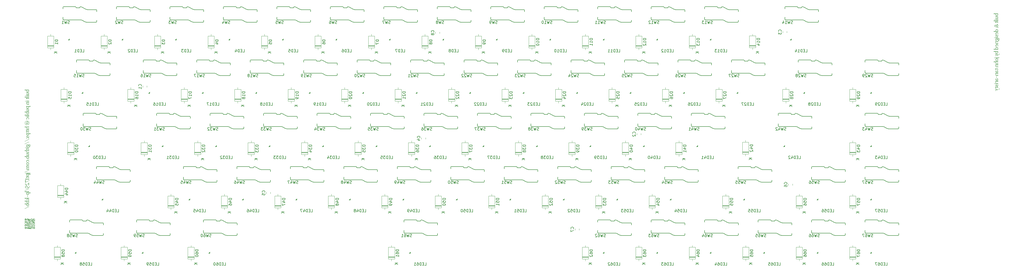
<source format=gbr>
%TF.GenerationSoftware,KiCad,Pcbnew,9.0.2*%
%TF.CreationDate,2025-07-27T20:58:08-05:00*%
%TF.ProjectId,modern-keyboard,6d6f6465-726e-42d6-9b65-79626f617264,rev?*%
%TF.SameCoordinates,Original*%
%TF.FileFunction,Legend,Bot*%
%TF.FilePolarity,Positive*%
%FSLAX46Y46*%
G04 Gerber Fmt 4.6, Leading zero omitted, Abs format (unit mm)*
G04 Created by KiCad (PCBNEW 9.0.2) date 2025-07-27 20:58:08*
%MOMM*%
%LPD*%
G01*
G04 APERTURE LIST*
%ADD10C,0.150000*%
%ADD11C,0.120000*%
%ADD12C,0.000000*%
G04 APERTURE END LIST*
D10*
G36*
X448995000Y-234959651D02*
G01*
X448912934Y-234959651D01*
X448912934Y-235043732D01*
X448995000Y-235043732D01*
X448995000Y-235463586D01*
X448912934Y-235463586D01*
X448912934Y-235547666D01*
X448825006Y-235547666D01*
X448825006Y-235631747D01*
X448656845Y-235631747D01*
X448656845Y-235715827D01*
X448407076Y-235715827D01*
X448407076Y-235631747D01*
X448238824Y-235631747D01*
X448238824Y-235547666D01*
X448154743Y-235547666D01*
X448154743Y-235463586D01*
X448068831Y-235463586D01*
X448068831Y-235127813D01*
X448153003Y-235127813D01*
X448153003Y-235379505D01*
X448238824Y-235379505D01*
X448238824Y-235463586D01*
X448407076Y-235463586D01*
X448407076Y-235547666D01*
X448656845Y-235547666D01*
X448656845Y-235463586D01*
X448828853Y-235463586D01*
X448828853Y-235379505D01*
X448911468Y-235379505D01*
X448911468Y-235127813D01*
X448828853Y-235127813D01*
X448828853Y-235043732D01*
X448238824Y-235043732D01*
X448238824Y-235127813D01*
X448154743Y-235127813D01*
X448154743Y-235043732D01*
X447400582Y-235043732D01*
X447400582Y-234959651D01*
X447484388Y-234959651D01*
X447484388Y-234875571D01*
X447568560Y-234875571D01*
X447568560Y-234792040D01*
X447652641Y-234792040D01*
X447652641Y-234875571D01*
X448995000Y-234875571D01*
X448995000Y-234959651D01*
G37*
G36*
X448995000Y-236344234D02*
G01*
X448911468Y-236344234D01*
X448911468Y-236134582D01*
X448828853Y-236134582D01*
X448828853Y-236050501D01*
X448068831Y-236050501D01*
X448068831Y-235798809D01*
X448153003Y-235798809D01*
X448153003Y-235882340D01*
X448827113Y-235882340D01*
X448827113Y-235966420D01*
X448912934Y-235966420D01*
X448912934Y-236050501D01*
X448995000Y-236050501D01*
X448995000Y-236344234D01*
G37*
G36*
X448995000Y-236764637D02*
G01*
X448911468Y-236764637D01*
X448911468Y-236680556D01*
X448068831Y-236680556D01*
X448068831Y-236428314D01*
X448153003Y-236428314D01*
X448153003Y-236512395D01*
X448742941Y-236512395D01*
X448742941Y-236428314D01*
X448827113Y-236428314D01*
X448827113Y-236512395D01*
X448995000Y-236512395D01*
X448995000Y-236764637D01*
G37*
G36*
X448912934Y-236428314D02*
G01*
X448828853Y-236428314D01*
X448828853Y-236344234D01*
X448912934Y-236344234D01*
X448912934Y-236428314D01*
G37*
G36*
X447820894Y-237141809D02*
G01*
X447652641Y-237141809D01*
X447652641Y-236973647D01*
X447820894Y-236973647D01*
X447820894Y-237141809D01*
G37*
G36*
X448995000Y-237225889D02*
G01*
X448911468Y-237225889D01*
X448911468Y-237141809D01*
X447986032Y-237141809D01*
X447986032Y-237057728D01*
X448068831Y-237057728D01*
X448068831Y-236973647D01*
X448154743Y-236973647D01*
X448154743Y-236890116D01*
X448238824Y-236890116D01*
X448238824Y-236973647D01*
X448911468Y-236973647D01*
X448911468Y-236890116D01*
X448995000Y-236890116D01*
X448995000Y-237225889D01*
G37*
G36*
X448995000Y-237687508D02*
G01*
X448911468Y-237687508D01*
X448911468Y-237603428D01*
X447400582Y-237603428D01*
X447400582Y-237519347D01*
X447484388Y-237519347D01*
X447484388Y-237435266D01*
X447568560Y-237435266D01*
X447568560Y-237351735D01*
X447652641Y-237351735D01*
X447652641Y-237435266D01*
X448911468Y-237435266D01*
X448911468Y-237351735D01*
X448995000Y-237351735D01*
X448995000Y-237687508D01*
G37*
G36*
X448995000Y-238233208D02*
G01*
X448911468Y-238233208D01*
X448911468Y-238065047D01*
X448153003Y-238065047D01*
X448153003Y-238317288D01*
X448068831Y-238317288D01*
X448068831Y-238065047D01*
X447901219Y-238065047D01*
X447901219Y-237980966D01*
X447984750Y-237980966D01*
X447984750Y-237896885D01*
X448068831Y-237896885D01*
X448068831Y-237813354D01*
X448153003Y-237813354D01*
X448153003Y-237896885D01*
X448912934Y-237896885D01*
X448912934Y-237980966D01*
X448995000Y-237980966D01*
X448995000Y-238233208D01*
G37*
G36*
X448912934Y-238317288D02*
G01*
X448828853Y-238317288D01*
X448828853Y-238233208D01*
X448912934Y-238233208D01*
X448912934Y-238317288D01*
G37*
G36*
X448153003Y-239491669D02*
G01*
X448068831Y-239491669D01*
X448068831Y-239575750D01*
X447817138Y-239575750D01*
X447818879Y-239491669D01*
X447734706Y-239491669D01*
X447734706Y-239407588D01*
X447652641Y-239407588D01*
X447652641Y-239113856D01*
X447736813Y-239113856D01*
X447736813Y-239324057D01*
X447818879Y-239324057D01*
X447818879Y-239407588D01*
X448153003Y-239407588D01*
X448153003Y-239491669D01*
G37*
G36*
X448995000Y-240079775D02*
G01*
X448911468Y-240079775D01*
X448911468Y-239911614D01*
X448828853Y-239911614D01*
X448828853Y-239828083D01*
X448742941Y-239828083D01*
X448742941Y-239743911D01*
X448490882Y-239743911D01*
X448490882Y-239659830D01*
X448572948Y-239659830D01*
X448572948Y-239575750D01*
X448490882Y-239575750D01*
X448490882Y-239491669D01*
X448407351Y-239491669D01*
X448407351Y-239407588D01*
X448320889Y-239407588D01*
X448320889Y-239324057D01*
X448236809Y-239324057D01*
X448236809Y-239239977D01*
X448154743Y-239239977D01*
X448154743Y-239155896D01*
X448068831Y-239155896D01*
X448068831Y-239071816D01*
X447818879Y-239071816D01*
X447818879Y-239113856D01*
X447734706Y-239113856D01*
X447734706Y-239029775D01*
X447818879Y-239029775D01*
X447818879Y-238945695D01*
X448070571Y-238945695D01*
X448068831Y-238987735D01*
X448153003Y-238987735D01*
X448153003Y-239071816D01*
X448238824Y-239071816D01*
X448238824Y-239155896D01*
X448320889Y-239155896D01*
X448320889Y-239239977D01*
X448405061Y-239239977D01*
X448405061Y-239324057D01*
X448490882Y-239324057D01*
X448490882Y-239407588D01*
X448575054Y-239407588D01*
X448575054Y-239491669D01*
X448657120Y-239491669D01*
X448657120Y-239575750D01*
X448741201Y-239575750D01*
X448742941Y-239659830D01*
X448827113Y-239659830D01*
X448827113Y-239743911D01*
X448911468Y-239743911D01*
X448911468Y-239617790D01*
X448995000Y-239617790D01*
X448995000Y-240079775D01*
G37*
G36*
X448238824Y-239407588D02*
G01*
X448154743Y-239407588D01*
X448154743Y-239324057D01*
X448238824Y-239324057D01*
X448238824Y-239407588D01*
G37*
G36*
X448490607Y-239828083D02*
G01*
X448320889Y-239828083D01*
X448320889Y-239995695D01*
X448236809Y-239995695D01*
X448236809Y-239617790D01*
X448320889Y-239617790D01*
X448320889Y-239743911D01*
X448489325Y-239743911D01*
X448490607Y-239828083D01*
G37*
G36*
X448995000Y-239407588D02*
G01*
X448911468Y-239407588D01*
X448911468Y-239113856D01*
X448828853Y-239113856D01*
X448828853Y-239029775D01*
X448490882Y-239029775D01*
X448490882Y-239113856D01*
X448405061Y-239113856D01*
X448405061Y-239155896D01*
X448320889Y-239155896D01*
X448320889Y-239071816D01*
X448407351Y-239071816D01*
X448407351Y-238987735D01*
X448490882Y-238987735D01*
X448490882Y-238903654D01*
X448572948Y-238903654D01*
X448572948Y-238820123D01*
X448827113Y-238820123D01*
X448827113Y-238903654D01*
X448912934Y-238903654D01*
X448912934Y-238987735D01*
X448995000Y-238987735D01*
X448995000Y-239407588D01*
G37*
G36*
X448827113Y-239575750D02*
G01*
X448742941Y-239575750D01*
X448742941Y-239491669D01*
X448827113Y-239491669D01*
X448827113Y-239575750D01*
G37*
G36*
X448912934Y-239491669D02*
G01*
X448828853Y-239491669D01*
X448828853Y-239407588D01*
X448912934Y-239407588D01*
X448912934Y-239491669D01*
G37*
G36*
X448995000Y-241506856D02*
G01*
X448911468Y-241506856D01*
X448911468Y-241422775D01*
X447400582Y-241422775D01*
X447400582Y-241338695D01*
X447484388Y-241338695D01*
X447484388Y-241254614D01*
X447568560Y-241254614D01*
X447568560Y-241170533D01*
X447652641Y-241170533D01*
X447652641Y-241254614D01*
X448154743Y-241254614D01*
X448154743Y-241170533D01*
X448238824Y-241170533D01*
X448238824Y-241254614D01*
X448828853Y-241254614D01*
X448828853Y-241170533D01*
X448912934Y-241170533D01*
X448912934Y-241254614D01*
X448995000Y-241254614D01*
X448995000Y-241506856D01*
G37*
G36*
X448995000Y-241170533D02*
G01*
X448911468Y-241170533D01*
X448911468Y-240918841D01*
X448828853Y-240918841D01*
X448828853Y-240834760D01*
X448656845Y-240834760D01*
X448656845Y-240750680D01*
X448407076Y-240750680D01*
X448407076Y-240834760D01*
X448238824Y-240834760D01*
X448238824Y-240918841D01*
X448153003Y-240918841D01*
X448153003Y-241170533D01*
X448068831Y-241170533D01*
X448068831Y-240834760D01*
X448154743Y-240834760D01*
X448154743Y-240750680D01*
X448238824Y-240750680D01*
X448238824Y-240666599D01*
X448407076Y-240666599D01*
X448407076Y-240583068D01*
X448656845Y-240583068D01*
X448656845Y-240666599D01*
X448825006Y-240666599D01*
X448825006Y-240750680D01*
X448912934Y-240750680D01*
X448912934Y-240834760D01*
X448995000Y-240834760D01*
X448995000Y-241170533D01*
G37*
G36*
X448995000Y-242261383D02*
G01*
X448911468Y-242261383D01*
X448911468Y-241925610D01*
X448828853Y-241925610D01*
X448828853Y-241841530D01*
X448659135Y-241841530D01*
X448658402Y-241757449D01*
X448405061Y-241757449D01*
X448405061Y-242429544D01*
X448238824Y-242429544D01*
X448238824Y-242345464D01*
X448154743Y-242345464D01*
X448154743Y-242261383D01*
X448068831Y-242261383D01*
X448068831Y-241841530D01*
X448153003Y-241841530D01*
X448153003Y-242177302D01*
X448238824Y-242177302D01*
X448238824Y-242261383D01*
X448320889Y-242261383D01*
X448320889Y-241757449D01*
X448238824Y-241757449D01*
X448238824Y-241673368D01*
X448407076Y-241673368D01*
X448407076Y-241589837D01*
X448658860Y-241589837D01*
X448658402Y-241673368D01*
X448827113Y-241673368D01*
X448827113Y-241757449D01*
X448912934Y-241757449D01*
X448912934Y-241841530D01*
X448995000Y-241841530D01*
X448995000Y-242261383D01*
G37*
G36*
X448238824Y-241841530D02*
G01*
X448154743Y-241841530D01*
X448154743Y-241757449D01*
X448238824Y-241757449D01*
X448238824Y-241841530D01*
G37*
G36*
X448827113Y-242429544D02*
G01*
X448742941Y-242429544D01*
X448742941Y-242345464D01*
X448827113Y-242345464D01*
X448827113Y-242429544D01*
G37*
G36*
X448912934Y-242345464D02*
G01*
X448828853Y-242345464D01*
X448828853Y-242261383D01*
X448912934Y-242261383D01*
X448912934Y-242345464D01*
G37*
G36*
X448320889Y-243185079D02*
G01*
X448154743Y-243185079D01*
X448154743Y-243100998D01*
X448068831Y-243100998D01*
X448068831Y-242723185D01*
X448153003Y-242723185D01*
X448153003Y-243017467D01*
X448238824Y-243017467D01*
X448238824Y-243100998D01*
X448320889Y-243100998D01*
X448320889Y-243185079D01*
G37*
G36*
X448995000Y-243059508D02*
G01*
X448912934Y-243059508D01*
X448912934Y-243143039D01*
X448828853Y-243143039D01*
X448828853Y-243227119D01*
X448572948Y-243227119D01*
X448572948Y-243143039D01*
X448490882Y-243143039D01*
X448490882Y-242975427D01*
X448407351Y-242975427D01*
X448407351Y-242807266D01*
X448320889Y-242807266D01*
X448320889Y-242723185D01*
X448154743Y-242723185D01*
X448154743Y-242639105D01*
X448238824Y-242639105D01*
X448238824Y-242555573D01*
X448405061Y-242555573D01*
X448405061Y-242639105D01*
X448490882Y-242639105D01*
X448490882Y-242807266D01*
X448575054Y-242807266D01*
X448575054Y-242975427D01*
X448657120Y-242975427D01*
X448657120Y-243059508D01*
X448828853Y-243059508D01*
X448828853Y-242975427D01*
X448911468Y-242975427D01*
X448911468Y-242723185D01*
X448828853Y-242723185D01*
X448828853Y-242639105D01*
X448702000Y-242639105D01*
X448702000Y-242555573D01*
X448912934Y-242555573D01*
X448912934Y-242639105D01*
X448995000Y-242639105D01*
X448995000Y-243059508D01*
G37*
G36*
X447820894Y-243604474D02*
G01*
X447652641Y-243604474D01*
X447652641Y-243436313D01*
X447820894Y-243436313D01*
X447820894Y-243604474D01*
G37*
G36*
X448995000Y-243688555D02*
G01*
X448911468Y-243688555D01*
X448911468Y-243604474D01*
X447986032Y-243604474D01*
X447986032Y-243520394D01*
X448068831Y-243520394D01*
X448068831Y-243436313D01*
X448154743Y-243436313D01*
X448154743Y-243352782D01*
X448238824Y-243352782D01*
X448238824Y-243436313D01*
X448911468Y-243436313D01*
X448911468Y-243352782D01*
X448995000Y-243352782D01*
X448995000Y-243688555D01*
G37*
G36*
X448490882Y-243897932D02*
G01*
X448575054Y-243897932D01*
X448575054Y-243982013D01*
X448657120Y-243982013D01*
X448657120Y-243897932D01*
X448742941Y-243897932D01*
X448742941Y-243814401D01*
X448912934Y-243814401D01*
X448912934Y-243897932D01*
X448995000Y-243897932D01*
X448995000Y-243982013D01*
X449077065Y-243982013D01*
X449077065Y-243897932D01*
X449161237Y-243897932D01*
X449161237Y-243814401D01*
X449329124Y-243814401D01*
X449329124Y-243897932D01*
X449413296Y-243897932D01*
X449413296Y-243982013D01*
X449499117Y-243982013D01*
X449499117Y-244485947D01*
X449415036Y-244485947D01*
X449415036Y-244066093D01*
X449329124Y-244066093D01*
X449329124Y-243982013D01*
X449077065Y-243982013D01*
X449077065Y-244485947D01*
X449161237Y-244485947D01*
X449161237Y-244570027D01*
X449329124Y-244570027D01*
X449329124Y-244485947D01*
X449413296Y-244485947D01*
X449413296Y-244570027D01*
X449330498Y-244570027D01*
X449330498Y-244654108D01*
X449245867Y-244654108D01*
X449245867Y-244738189D01*
X449077065Y-244738189D01*
X449077065Y-244654108D01*
X448995000Y-244654108D01*
X448995000Y-244570027D01*
X448911468Y-244570027D01*
X448911468Y-244066093D01*
X448828853Y-244066093D01*
X448828853Y-243982013D01*
X448657120Y-243982013D01*
X448657120Y-244401866D01*
X448575054Y-244401866D01*
X448575054Y-244485947D01*
X448490882Y-244485947D01*
X448490882Y-244570027D01*
X448237541Y-244570027D01*
X448237083Y-244485947D01*
X448153003Y-244485947D01*
X448153003Y-244654108D01*
X448068831Y-244654108D01*
X448068831Y-244066093D01*
X448153003Y-244066093D01*
X448153003Y-244318335D01*
X448238824Y-244318335D01*
X448238824Y-244401866D01*
X448490882Y-244401866D01*
X448490882Y-244318335D01*
X448572948Y-244318335D01*
X448572948Y-244066093D01*
X448490882Y-244066093D01*
X448490882Y-243982013D01*
X448238824Y-243982013D01*
X448238824Y-244066093D01*
X448153003Y-244066093D01*
X448068831Y-244066093D01*
X448068831Y-243982013D01*
X448154743Y-243982013D01*
X448154743Y-243897932D01*
X448238824Y-243897932D01*
X448238824Y-243814401D01*
X448489325Y-243814401D01*
X448490882Y-243897932D01*
G37*
G36*
X448995000Y-245156943D02*
G01*
X448911468Y-245156943D01*
X448911468Y-245072862D01*
X448238824Y-245072862D01*
X448238824Y-245156943D01*
X448154743Y-245156943D01*
X448154743Y-245072862D01*
X447986582Y-245072862D01*
X447984750Y-244988782D01*
X448068831Y-244988782D01*
X448068831Y-244904701D01*
X448154743Y-244904701D01*
X448154743Y-244821170D01*
X448238824Y-244821170D01*
X448238824Y-244904701D01*
X448911468Y-244904701D01*
X448911468Y-244821170D01*
X448995000Y-244821170D01*
X448995000Y-245156943D01*
G37*
G36*
X448995000Y-245787090D02*
G01*
X448911468Y-245787090D01*
X448911468Y-245702917D01*
X448237358Y-245702917D01*
X448238824Y-245618837D01*
X448154743Y-245618837D01*
X448154743Y-245534756D01*
X448068831Y-245534756D01*
X448068831Y-245156943D01*
X448153003Y-245156943D01*
X448153003Y-245450676D01*
X448238824Y-245450676D01*
X448238824Y-245534756D01*
X448911468Y-245534756D01*
X448911468Y-245450676D01*
X448995000Y-245450676D01*
X448995000Y-245787090D01*
G37*
G36*
X448995000Y-246584481D02*
G01*
X448911468Y-246584481D01*
X448911468Y-246248709D01*
X448828853Y-246248709D01*
X448828853Y-246164628D01*
X448659135Y-246164628D01*
X448658402Y-246080547D01*
X448405061Y-246080547D01*
X448405061Y-246752643D01*
X448238824Y-246752643D01*
X448238824Y-246668562D01*
X448154743Y-246668562D01*
X448154743Y-246584481D01*
X448068831Y-246584481D01*
X448068831Y-246164628D01*
X448153003Y-246164628D01*
X448153003Y-246500401D01*
X448238824Y-246500401D01*
X448238824Y-246584481D01*
X448320889Y-246584481D01*
X448320889Y-246080547D01*
X448238824Y-246080547D01*
X448238824Y-245996467D01*
X448407076Y-245996467D01*
X448407076Y-245912936D01*
X448658860Y-245912936D01*
X448658402Y-245996467D01*
X448827113Y-245996467D01*
X448827113Y-246080547D01*
X448912934Y-246080547D01*
X448912934Y-246164628D01*
X448995000Y-246164628D01*
X448995000Y-246584481D01*
G37*
G36*
X448238824Y-246164628D02*
G01*
X448154743Y-246164628D01*
X448154743Y-246080547D01*
X448238824Y-246080547D01*
X448238824Y-246164628D01*
G37*
G36*
X448827113Y-246752643D02*
G01*
X448742941Y-246752643D01*
X448742941Y-246668562D01*
X448827113Y-246668562D01*
X448827113Y-246752643D01*
G37*
G36*
X448912934Y-246668562D02*
G01*
X448828853Y-246668562D01*
X448828853Y-246584481D01*
X448912934Y-246584481D01*
X448912934Y-246668562D01*
G37*
G36*
X448995000Y-247843492D02*
G01*
X448911468Y-247843492D01*
X448911468Y-247759412D01*
X447400582Y-247759412D01*
X447400582Y-247675331D01*
X447484388Y-247675331D01*
X447484388Y-247591250D01*
X447568560Y-247591250D01*
X447568560Y-247507170D01*
X447652641Y-247507170D01*
X447652641Y-247591250D01*
X448154743Y-247591250D01*
X448154743Y-247507170D01*
X448238824Y-247507170D01*
X448238824Y-247591250D01*
X448828853Y-247591250D01*
X448828853Y-247507170D01*
X448912934Y-247507170D01*
X448912934Y-247591250D01*
X448995000Y-247591250D01*
X448995000Y-247843492D01*
G37*
G36*
X448995000Y-247507170D02*
G01*
X448911468Y-247507170D01*
X448911468Y-247255478D01*
X448828853Y-247255478D01*
X448828853Y-247171397D01*
X448656845Y-247171397D01*
X448656845Y-247087316D01*
X448407076Y-247087316D01*
X448407076Y-247171397D01*
X448238824Y-247171397D01*
X448238824Y-247255478D01*
X448153003Y-247255478D01*
X448153003Y-247507170D01*
X448068831Y-247507170D01*
X448068831Y-247171397D01*
X448154743Y-247171397D01*
X448154743Y-247087316D01*
X448238824Y-247087316D01*
X448238824Y-247003236D01*
X448407076Y-247003236D01*
X448407076Y-246919705D01*
X448656845Y-246919705D01*
X448656845Y-247003236D01*
X448825006Y-247003236D01*
X448825006Y-247087316D01*
X448912934Y-247087316D01*
X448912934Y-247171397D01*
X448995000Y-247171397D01*
X448995000Y-247507170D01*
G37*
G36*
X448995000Y-248430133D02*
G01*
X448912934Y-248430133D01*
X448912934Y-248514214D01*
X448995000Y-248514214D01*
X448995000Y-248934067D01*
X448912934Y-248934067D01*
X448912934Y-249018148D01*
X448825006Y-249018148D01*
X448825006Y-249102228D01*
X448656845Y-249102228D01*
X448656845Y-249186309D01*
X448407076Y-249186309D01*
X448407076Y-249102228D01*
X448238824Y-249102228D01*
X448238824Y-249018148D01*
X448154743Y-249018148D01*
X448154743Y-248934067D01*
X448068831Y-248934067D01*
X448068831Y-248598294D01*
X448153003Y-248598294D01*
X448153003Y-248849986D01*
X448238824Y-248849986D01*
X448238824Y-248934067D01*
X448407076Y-248934067D01*
X448407076Y-249018148D01*
X448656845Y-249018148D01*
X448656845Y-248934067D01*
X448828853Y-248934067D01*
X448828853Y-248849986D01*
X448911468Y-248849986D01*
X448911468Y-248598294D01*
X448828853Y-248598294D01*
X448828853Y-248514214D01*
X448238824Y-248514214D01*
X448238824Y-248598294D01*
X448154743Y-248598294D01*
X448154743Y-248514214D01*
X447400582Y-248514214D01*
X447400582Y-248430133D01*
X447484388Y-248430133D01*
X447484388Y-248346052D01*
X447568560Y-248346052D01*
X447568560Y-248262521D01*
X447652641Y-248262521D01*
X447652641Y-248346052D01*
X448995000Y-248346052D01*
X448995000Y-248430133D01*
G37*
G36*
X449161878Y-249689602D02*
G01*
X448995000Y-249689602D01*
X448995000Y-249773682D01*
X448785348Y-249773682D01*
X448785348Y-249689602D01*
X448575146Y-249689602D01*
X448572856Y-249605521D01*
X448363204Y-249605521D01*
X448363204Y-249521441D01*
X448153003Y-249521441D01*
X448153003Y-249647561D01*
X448068831Y-249647561D01*
X448068831Y-249228258D01*
X448153003Y-249228258D01*
X448153003Y-249353829D01*
X448363204Y-249353829D01*
X448365494Y-249437360D01*
X448575146Y-249437360D01*
X448575146Y-249521441D01*
X448785348Y-249521441D01*
X448783058Y-249605521D01*
X449160413Y-249605521D01*
X449161878Y-249689602D01*
G37*
G36*
X448363204Y-250025466D02*
G01*
X448153003Y-250025466D01*
X448153003Y-250151587D01*
X448068831Y-250151587D01*
X448068831Y-249815723D01*
X448153003Y-249815723D01*
X448153003Y-249941386D01*
X448363204Y-249941386D01*
X448363204Y-250025466D01*
G37*
G36*
X448575146Y-249941386D02*
G01*
X448365494Y-249941386D01*
X448365494Y-249857763D01*
X448575146Y-249857763D01*
X448575146Y-249941386D01*
G37*
G36*
X448783699Y-249857763D02*
G01*
X448573497Y-249857763D01*
X448573497Y-249773682D01*
X448783699Y-249773682D01*
X448783699Y-249857763D01*
G37*
G36*
X449329124Y-249605521D02*
G01*
X449160963Y-249605521D01*
X449160963Y-249521441D01*
X449329124Y-249521441D01*
X449329124Y-249605521D01*
G37*
G36*
X449499117Y-249437360D02*
G01*
X449413296Y-249437360D01*
X449413296Y-249521441D01*
X449329124Y-249521441D01*
X449329124Y-249270298D01*
X449499117Y-249270298D01*
X449499117Y-249437360D01*
G37*
G36*
X447820894Y-250822308D02*
G01*
X447652641Y-250822308D01*
X447652641Y-250654147D01*
X447820894Y-250654147D01*
X447820894Y-250822308D01*
G37*
G36*
X449415036Y-250738228D02*
G01*
X449246783Y-250738228D01*
X449246783Y-250822308D01*
X447986032Y-250822308D01*
X447986032Y-250738228D01*
X448068831Y-250738228D01*
X448068831Y-250654147D01*
X448154743Y-250654147D01*
X448154743Y-250570616D01*
X448238824Y-250570616D01*
X448238824Y-250654147D01*
X449415036Y-250654147D01*
X449415036Y-250738228D01*
G37*
G36*
X449499117Y-250654147D02*
G01*
X449415036Y-250654147D01*
X449415036Y-250570616D01*
X449499117Y-250570616D01*
X449499117Y-250654147D01*
G37*
G36*
X448656845Y-251072810D02*
G01*
X448825006Y-251072810D01*
X448825006Y-251156891D01*
X448912934Y-251156891D01*
X448912934Y-251240971D01*
X448995000Y-251240971D01*
X448995000Y-251660825D01*
X448912934Y-251660825D01*
X448912934Y-251744905D01*
X448825006Y-251744905D01*
X448825006Y-251828986D01*
X448656845Y-251828986D01*
X448656845Y-251913066D01*
X448405153Y-251913066D01*
X448407076Y-251828986D01*
X448238824Y-251828986D01*
X448238824Y-251744905D01*
X448154743Y-251744905D01*
X448154743Y-251660825D01*
X448068831Y-251660825D01*
X448068831Y-251325052D01*
X448153003Y-251325052D01*
X448153003Y-251576744D01*
X448238824Y-251576744D01*
X448238824Y-251660825D01*
X448407076Y-251660825D01*
X448407076Y-251744905D01*
X448656845Y-251744905D01*
X448656845Y-251660825D01*
X448828853Y-251660825D01*
X448828853Y-251576744D01*
X448911468Y-251576744D01*
X448911468Y-251325052D01*
X448828853Y-251325052D01*
X448828853Y-251240971D01*
X448656845Y-251240971D01*
X448656845Y-251156891D01*
X448407076Y-251156891D01*
X448407076Y-251240971D01*
X448238824Y-251240971D01*
X448238824Y-251325052D01*
X448153003Y-251325052D01*
X448068831Y-251325052D01*
X448068831Y-251240971D01*
X448154743Y-251240971D01*
X448154743Y-251156891D01*
X448238824Y-251156891D01*
X448238824Y-251072810D01*
X448407076Y-251072810D01*
X448407076Y-250989279D01*
X448659043Y-250989279D01*
X448656845Y-251072810D01*
G37*
G36*
X448995000Y-252374319D02*
G01*
X448911468Y-252374319D01*
X448911468Y-252290239D01*
X448238824Y-252290239D01*
X448238824Y-252374319D01*
X448154743Y-252374319D01*
X448154743Y-252290239D01*
X447400582Y-252290239D01*
X447400582Y-252206158D01*
X447484388Y-252206158D01*
X447484388Y-252122077D01*
X447568560Y-252122077D01*
X447568560Y-252038546D01*
X447652641Y-252038546D01*
X447652641Y-252122077D01*
X448911468Y-252122077D01*
X448911468Y-252038546D01*
X448995000Y-252038546D01*
X448995000Y-252374319D01*
G37*
G36*
X448995000Y-253004466D02*
G01*
X448911468Y-253004466D01*
X448911468Y-252920293D01*
X448237358Y-252920293D01*
X448238824Y-252836213D01*
X448154743Y-252836213D01*
X448154743Y-252752132D01*
X448068831Y-252752132D01*
X448068831Y-252374319D01*
X448153003Y-252374319D01*
X448153003Y-252668052D01*
X448238824Y-252668052D01*
X448238824Y-252752132D01*
X448911468Y-252752132D01*
X448911468Y-252668052D01*
X448995000Y-252668052D01*
X448995000Y-253004466D01*
G37*
G36*
X448995000Y-253466085D02*
G01*
X448911468Y-253466085D01*
X448911468Y-253382004D01*
X448238824Y-253382004D01*
X448238824Y-253466085D01*
X448154743Y-253466085D01*
X448154743Y-253382004D01*
X447986582Y-253382004D01*
X447984750Y-253297923D01*
X448068831Y-253297923D01*
X448068831Y-253213843D01*
X448154743Y-253213843D01*
X448154743Y-253130312D01*
X448238824Y-253130312D01*
X448238824Y-253213843D01*
X448911468Y-253213843D01*
X448911468Y-253130312D01*
X448995000Y-253130312D01*
X448995000Y-253466085D01*
G37*
G36*
X448995000Y-254096231D02*
G01*
X448911468Y-254096231D01*
X448911468Y-254012059D01*
X448237358Y-254012059D01*
X448238824Y-253927978D01*
X448154743Y-253927978D01*
X448154743Y-253843898D01*
X448068831Y-253843898D01*
X448068831Y-253466085D01*
X448153003Y-253466085D01*
X448153003Y-253759817D01*
X448238824Y-253759817D01*
X448238824Y-253843898D01*
X448911468Y-253843898D01*
X448911468Y-253759817D01*
X448995000Y-253759817D01*
X448995000Y-254096231D01*
G37*
G36*
X448995000Y-254977520D02*
G01*
X448911468Y-254977520D01*
X448911468Y-254809359D01*
X448153003Y-254809359D01*
X448153003Y-255061601D01*
X448068831Y-255061601D01*
X448068831Y-254809359D01*
X447901219Y-254809359D01*
X447901219Y-254725279D01*
X447984750Y-254725279D01*
X447984750Y-254641198D01*
X448068831Y-254641198D01*
X448068831Y-254557667D01*
X448153003Y-254557667D01*
X448153003Y-254641198D01*
X448912934Y-254641198D01*
X448912934Y-254725279D01*
X448995000Y-254725279D01*
X448995000Y-254977520D01*
G37*
G36*
X448912934Y-255061601D02*
G01*
X448828853Y-255061601D01*
X448828853Y-254977520D01*
X448912934Y-254977520D01*
X448912934Y-255061601D01*
G37*
G36*
X448995000Y-256027520D02*
G01*
X448911468Y-256027520D01*
X448911468Y-255943440D01*
X448236809Y-255943440D01*
X448236809Y-255859359D01*
X448154743Y-255859359D01*
X448154743Y-255775279D01*
X448068831Y-255775279D01*
X448068831Y-255355425D01*
X448154743Y-255355425D01*
X448154743Y-255271345D01*
X448236809Y-255271345D01*
X448236809Y-255187814D01*
X448320889Y-255187814D01*
X448320889Y-255355425D01*
X448238824Y-255355425D01*
X448238824Y-255439506D01*
X448153003Y-255439506D01*
X448153003Y-255691748D01*
X448238824Y-255691748D01*
X448238824Y-255775279D01*
X448407351Y-255775279D01*
X448407351Y-255691748D01*
X448490882Y-255691748D01*
X448490882Y-255775279D01*
X448828853Y-255775279D01*
X448828853Y-255691748D01*
X448912934Y-255691748D01*
X448912934Y-255859359D01*
X448995000Y-255859359D01*
X448995000Y-256027520D01*
G37*
G36*
X448575054Y-255691748D02*
G01*
X448490882Y-255691748D01*
X448490882Y-255439506D01*
X448575054Y-255439506D01*
X448575054Y-255691748D01*
G37*
G36*
X448995000Y-255691748D02*
G01*
X448911468Y-255691748D01*
X448911468Y-255439506D01*
X448828853Y-255439506D01*
X448828853Y-255355425D01*
X448657120Y-255355425D01*
X448657120Y-255439506D01*
X448572948Y-255439506D01*
X448572948Y-255271345D01*
X448656845Y-255271345D01*
X448656845Y-255187814D01*
X448825006Y-255187814D01*
X448825006Y-255271345D01*
X448912934Y-255271345D01*
X448912934Y-255355425D01*
X448995000Y-255355425D01*
X448995000Y-255691748D01*
G37*
G36*
X448995000Y-256489323D02*
G01*
X448911468Y-256489323D01*
X448911468Y-256405242D01*
X448238824Y-256405242D01*
X448238824Y-256489323D01*
X448154743Y-256489323D01*
X448154743Y-256405242D01*
X447986582Y-256405242D01*
X447984750Y-256321161D01*
X448068831Y-256321161D01*
X448068831Y-256237081D01*
X448154743Y-256237081D01*
X448154743Y-256153550D01*
X448238824Y-256153550D01*
X448238824Y-256237081D01*
X448911468Y-256237081D01*
X448911468Y-256153550D01*
X448995000Y-256153550D01*
X448995000Y-256489323D01*
G37*
G36*
X448995000Y-257119469D02*
G01*
X448911468Y-257119469D01*
X448911468Y-257035297D01*
X448237358Y-257035297D01*
X448238824Y-256951216D01*
X448154743Y-256951216D01*
X448154743Y-256867136D01*
X448068831Y-256867136D01*
X448068831Y-256489323D01*
X448153003Y-256489323D01*
X448153003Y-256783055D01*
X448238824Y-256783055D01*
X448238824Y-256867136D01*
X448911468Y-256867136D01*
X448911468Y-256783055D01*
X448995000Y-256783055D01*
X448995000Y-257119469D01*
G37*
G36*
X448490882Y-257916861D02*
G01*
X448407351Y-257916861D01*
X448407351Y-257245315D01*
X448490882Y-257245315D01*
X448490882Y-257916861D01*
G37*
G36*
X448995000Y-258924729D02*
G01*
X448911468Y-258924729D01*
X448911468Y-258840648D01*
X448236809Y-258840648D01*
X448236809Y-258756568D01*
X448154743Y-258756568D01*
X448154743Y-258672487D01*
X448068831Y-258672487D01*
X448068831Y-258252634D01*
X448154743Y-258252634D01*
X448154743Y-258168553D01*
X448236809Y-258168553D01*
X448236809Y-258085022D01*
X448320889Y-258085022D01*
X448320889Y-258252634D01*
X448238824Y-258252634D01*
X448238824Y-258336714D01*
X448153003Y-258336714D01*
X448153003Y-258588956D01*
X448238824Y-258588956D01*
X448238824Y-258672487D01*
X448407351Y-258672487D01*
X448407351Y-258588956D01*
X448490882Y-258588956D01*
X448490882Y-258672487D01*
X448828853Y-258672487D01*
X448828853Y-258588956D01*
X448912934Y-258588956D01*
X448912934Y-258756568D01*
X448995000Y-258756568D01*
X448995000Y-258924729D01*
G37*
G36*
X448575054Y-258588956D02*
G01*
X448490882Y-258588956D01*
X448490882Y-258336714D01*
X448575054Y-258336714D01*
X448575054Y-258588956D01*
G37*
G36*
X448995000Y-258588956D02*
G01*
X448911468Y-258588956D01*
X448911468Y-258336714D01*
X448828853Y-258336714D01*
X448828853Y-258252634D01*
X448657120Y-258252634D01*
X448657120Y-258336714D01*
X448572948Y-258336714D01*
X448572948Y-258168553D01*
X448656845Y-258168553D01*
X448656845Y-258085022D01*
X448825006Y-258085022D01*
X448825006Y-258168553D01*
X448912934Y-258168553D01*
X448912934Y-258252634D01*
X448995000Y-258252634D01*
X448995000Y-258588956D01*
G37*
G36*
X448995000Y-259386531D02*
G01*
X448911468Y-259386531D01*
X448911468Y-259302451D01*
X448238824Y-259302451D01*
X448238824Y-259386531D01*
X448154743Y-259386531D01*
X448154743Y-259302451D01*
X447986582Y-259302451D01*
X447984750Y-259218370D01*
X448068831Y-259218370D01*
X448068831Y-259134289D01*
X448154743Y-259134289D01*
X448154743Y-259050758D01*
X448238824Y-259050758D01*
X448238824Y-259134289D01*
X448911468Y-259134289D01*
X448911468Y-259050758D01*
X448995000Y-259050758D01*
X448995000Y-259386531D01*
G37*
G36*
X448238824Y-259722304D02*
G01*
X448068831Y-259722304D01*
X448068831Y-259386531D01*
X448153003Y-259386531D01*
X448153003Y-259554692D01*
X448238824Y-259554692D01*
X448238824Y-259722304D01*
G37*
G36*
X447820894Y-260057161D02*
G01*
X447652641Y-260057161D01*
X447652641Y-259889000D01*
X447820894Y-259889000D01*
X447820894Y-260057161D01*
G37*
G36*
X448995000Y-260141242D02*
G01*
X448911468Y-260141242D01*
X448911468Y-260057161D01*
X447986032Y-260057161D01*
X447986032Y-259973080D01*
X448068831Y-259973080D01*
X448068831Y-259889000D01*
X448154743Y-259889000D01*
X448154743Y-259805469D01*
X448238824Y-259805469D01*
X448238824Y-259889000D01*
X448911468Y-259889000D01*
X448911468Y-259805469D01*
X448995000Y-259805469D01*
X448995000Y-260141242D01*
G37*
G36*
X448320889Y-260896593D02*
G01*
X448154743Y-260896593D01*
X448154743Y-260812513D01*
X448068831Y-260812513D01*
X448068831Y-260434699D01*
X448153003Y-260434699D01*
X448153003Y-260728982D01*
X448238824Y-260728982D01*
X448238824Y-260812513D01*
X448320889Y-260812513D01*
X448320889Y-260896593D01*
G37*
G36*
X448995000Y-260771022D02*
G01*
X448912934Y-260771022D01*
X448912934Y-260854553D01*
X448828853Y-260854553D01*
X448828853Y-260938633D01*
X448572948Y-260938633D01*
X448572948Y-260854553D01*
X448490882Y-260854553D01*
X448490882Y-260686941D01*
X448407351Y-260686941D01*
X448407351Y-260518780D01*
X448320889Y-260518780D01*
X448320889Y-260434699D01*
X448154743Y-260434699D01*
X448154743Y-260350619D01*
X448238824Y-260350619D01*
X448238824Y-260267088D01*
X448405061Y-260267088D01*
X448405061Y-260350619D01*
X448490882Y-260350619D01*
X448490882Y-260518780D01*
X448575054Y-260518780D01*
X448575054Y-260686941D01*
X448657120Y-260686941D01*
X448657120Y-260771022D01*
X448828853Y-260771022D01*
X448828853Y-260686941D01*
X448911468Y-260686941D01*
X448911468Y-260434699D01*
X448828853Y-260434699D01*
X448828853Y-260350619D01*
X448702000Y-260350619D01*
X448702000Y-260267088D01*
X448912934Y-260267088D01*
X448912934Y-260350619D01*
X448995000Y-260350619D01*
X448995000Y-260771022D01*
G37*
G36*
X448995000Y-261484150D02*
G01*
X448911468Y-261484150D01*
X448911468Y-261315989D01*
X448153003Y-261315989D01*
X448153003Y-261568230D01*
X448068831Y-261568230D01*
X448068831Y-261315989D01*
X447901219Y-261315989D01*
X447901219Y-261231908D01*
X447984750Y-261231908D01*
X447984750Y-261147827D01*
X448068831Y-261147827D01*
X448068831Y-261064296D01*
X448153003Y-261064296D01*
X448153003Y-261147827D01*
X448912934Y-261147827D01*
X448912934Y-261231908D01*
X448995000Y-261231908D01*
X448995000Y-261484150D01*
G37*
G36*
X448912934Y-261568230D02*
G01*
X448828853Y-261568230D01*
X448828853Y-261484150D01*
X448912934Y-261484150D01*
X448912934Y-261568230D01*
G37*
G36*
X449161878Y-262113747D02*
G01*
X448995000Y-262113747D01*
X448995000Y-262197827D01*
X448785348Y-262197827D01*
X448785348Y-262113747D01*
X448575146Y-262113747D01*
X448572856Y-262029666D01*
X448363204Y-262029666D01*
X448363204Y-261945586D01*
X448153003Y-261945586D01*
X448153003Y-262071707D01*
X448068831Y-262071707D01*
X448068831Y-261652403D01*
X448153003Y-261652403D01*
X448153003Y-261777974D01*
X448363204Y-261777974D01*
X448365494Y-261861505D01*
X448575146Y-261861505D01*
X448575146Y-261945586D01*
X448785348Y-261945586D01*
X448783058Y-262029666D01*
X449160413Y-262029666D01*
X449161878Y-262113747D01*
G37*
G36*
X448363204Y-262449611D02*
G01*
X448153003Y-262449611D01*
X448153003Y-262575732D01*
X448068831Y-262575732D01*
X448068831Y-262239868D01*
X448153003Y-262239868D01*
X448153003Y-262365531D01*
X448363204Y-262365531D01*
X448363204Y-262449611D01*
G37*
G36*
X448575146Y-262365531D02*
G01*
X448365494Y-262365531D01*
X448365494Y-262281908D01*
X448575146Y-262281908D01*
X448575146Y-262365531D01*
G37*
G36*
X448783699Y-262281908D02*
G01*
X448573497Y-262281908D01*
X448573497Y-262197827D01*
X448783699Y-262197827D01*
X448783699Y-262281908D01*
G37*
G36*
X449329124Y-262029666D02*
G01*
X449160963Y-262029666D01*
X449160963Y-261945586D01*
X449329124Y-261945586D01*
X449329124Y-262029666D01*
G37*
G36*
X449499117Y-261861505D02*
G01*
X449413296Y-261861505D01*
X449413296Y-261945586D01*
X449329124Y-261945586D01*
X449329124Y-261694443D01*
X449499117Y-261694443D01*
X449499117Y-261861505D01*
G37*
G36*
X103745000Y-262209651D02*
G01*
X103662934Y-262209651D01*
X103662934Y-262293732D01*
X103745000Y-262293732D01*
X103745000Y-262713586D01*
X103662934Y-262713586D01*
X103662934Y-262797666D01*
X103575006Y-262797666D01*
X103575006Y-262881747D01*
X103406845Y-262881747D01*
X103406845Y-262965827D01*
X103157076Y-262965827D01*
X103157076Y-262881747D01*
X102988824Y-262881747D01*
X102988824Y-262797666D01*
X102904743Y-262797666D01*
X102904743Y-262713586D01*
X102818831Y-262713586D01*
X102818831Y-262377813D01*
X102903003Y-262377813D01*
X102903003Y-262629505D01*
X102988824Y-262629505D01*
X102988824Y-262713586D01*
X103157076Y-262713586D01*
X103157076Y-262797666D01*
X103406845Y-262797666D01*
X103406845Y-262713586D01*
X103578853Y-262713586D01*
X103578853Y-262629505D01*
X103661468Y-262629505D01*
X103661468Y-262377813D01*
X103578853Y-262377813D01*
X103578853Y-262293732D01*
X102988824Y-262293732D01*
X102988824Y-262377813D01*
X102904743Y-262377813D01*
X102904743Y-262293732D01*
X102150582Y-262293732D01*
X102150582Y-262209651D01*
X102234388Y-262209651D01*
X102234388Y-262125571D01*
X102318560Y-262125571D01*
X102318560Y-262042040D01*
X102402641Y-262042040D01*
X102402641Y-262125571D01*
X103745000Y-262125571D01*
X103745000Y-262209651D01*
G37*
G36*
X103745000Y-263594234D02*
G01*
X103661468Y-263594234D01*
X103661468Y-263384582D01*
X103578853Y-263384582D01*
X103578853Y-263300501D01*
X102818831Y-263300501D01*
X102818831Y-263048809D01*
X102903003Y-263048809D01*
X102903003Y-263132340D01*
X103577113Y-263132340D01*
X103577113Y-263216420D01*
X103662934Y-263216420D01*
X103662934Y-263300501D01*
X103745000Y-263300501D01*
X103745000Y-263594234D01*
G37*
G36*
X103745000Y-264014637D02*
G01*
X103661468Y-264014637D01*
X103661468Y-263930556D01*
X102818831Y-263930556D01*
X102818831Y-263678314D01*
X102903003Y-263678314D01*
X102903003Y-263762395D01*
X103492941Y-263762395D01*
X103492941Y-263678314D01*
X103577113Y-263678314D01*
X103577113Y-263762395D01*
X103745000Y-263762395D01*
X103745000Y-264014637D01*
G37*
G36*
X103662934Y-263678314D02*
G01*
X103578853Y-263678314D01*
X103578853Y-263594234D01*
X103662934Y-263594234D01*
X103662934Y-263678314D01*
G37*
G36*
X102570894Y-264391809D02*
G01*
X102402641Y-264391809D01*
X102402641Y-264223647D01*
X102570894Y-264223647D01*
X102570894Y-264391809D01*
G37*
G36*
X103745000Y-264475889D02*
G01*
X103661468Y-264475889D01*
X103661468Y-264391809D01*
X102736032Y-264391809D01*
X102736032Y-264307728D01*
X102818831Y-264307728D01*
X102818831Y-264223647D01*
X102904743Y-264223647D01*
X102904743Y-264140116D01*
X102988824Y-264140116D01*
X102988824Y-264223647D01*
X103661468Y-264223647D01*
X103661468Y-264140116D01*
X103745000Y-264140116D01*
X103745000Y-264475889D01*
G37*
G36*
X103745000Y-264937508D02*
G01*
X103661468Y-264937508D01*
X103661468Y-264853428D01*
X102150582Y-264853428D01*
X102150582Y-264769347D01*
X102234388Y-264769347D01*
X102234388Y-264685266D01*
X102318560Y-264685266D01*
X102318560Y-264601735D01*
X102402641Y-264601735D01*
X102402641Y-264685266D01*
X103661468Y-264685266D01*
X103661468Y-264601735D01*
X103745000Y-264601735D01*
X103745000Y-264937508D01*
G37*
G36*
X103745000Y-265483208D02*
G01*
X103661468Y-265483208D01*
X103661468Y-265315047D01*
X102903003Y-265315047D01*
X102903003Y-265567288D01*
X102818831Y-265567288D01*
X102818831Y-265315047D01*
X102651219Y-265315047D01*
X102651219Y-265230966D01*
X102734750Y-265230966D01*
X102734750Y-265146885D01*
X102818831Y-265146885D01*
X102818831Y-265063354D01*
X102903003Y-265063354D01*
X102903003Y-265146885D01*
X103662934Y-265146885D01*
X103662934Y-265230966D01*
X103745000Y-265230966D01*
X103745000Y-265483208D01*
G37*
G36*
X103662934Y-265567288D02*
G01*
X103578853Y-265567288D01*
X103578853Y-265483208D01*
X103662934Y-265483208D01*
X103662934Y-265567288D01*
G37*
G36*
X102570894Y-266321816D02*
G01*
X102402641Y-266321816D01*
X102402641Y-266153654D01*
X102570894Y-266153654D01*
X102570894Y-266321816D01*
G37*
G36*
X103745000Y-266405896D02*
G01*
X103661468Y-266405896D01*
X103661468Y-266321816D01*
X102736032Y-266321816D01*
X102736032Y-266237735D01*
X102818831Y-266237735D01*
X102818831Y-266153654D01*
X102904743Y-266153654D01*
X102904743Y-266070123D01*
X102988824Y-266070123D01*
X102988824Y-266153654D01*
X103661468Y-266153654D01*
X103661468Y-266070123D01*
X103745000Y-266070123D01*
X103745000Y-266405896D01*
G37*
G36*
X103745000Y-266867515D02*
G01*
X103661468Y-266867515D01*
X103661468Y-266783435D01*
X102988824Y-266783435D01*
X102988824Y-266867515D01*
X102904743Y-266867515D01*
X102904743Y-266783435D01*
X102736582Y-266783435D01*
X102734750Y-266699354D01*
X102818831Y-266699354D01*
X102818831Y-266615273D01*
X102904743Y-266615273D01*
X102904743Y-266531742D01*
X102988824Y-266531742D01*
X102988824Y-266615273D01*
X103661468Y-266615273D01*
X103661468Y-266531742D01*
X103745000Y-266531742D01*
X103745000Y-266867515D01*
G37*
G36*
X103745000Y-267497662D02*
G01*
X103661468Y-267497662D01*
X103661468Y-267413490D01*
X102987358Y-267413490D01*
X102988824Y-267329409D01*
X102904743Y-267329409D01*
X102904743Y-267245328D01*
X102818831Y-267245328D01*
X102818831Y-266867515D01*
X102903003Y-266867515D01*
X102903003Y-267161248D01*
X102988824Y-267161248D01*
X102988824Y-267245328D01*
X103661468Y-267245328D01*
X103661468Y-267161248D01*
X103745000Y-267161248D01*
X103745000Y-267497662D01*
G37*
G36*
X104249117Y-268252830D02*
G01*
X104165036Y-268252830D01*
X104165036Y-268168750D01*
X103662934Y-268168750D01*
X103662934Y-268252830D01*
X103578853Y-268252830D01*
X103578853Y-268168750D01*
X102988824Y-268168750D01*
X102988824Y-268252830D01*
X102904743Y-268252830D01*
X102904743Y-268168750D01*
X102736582Y-268168750D01*
X102734750Y-268084669D01*
X102818831Y-268084669D01*
X102818831Y-268000588D01*
X102904743Y-268000588D01*
X102904743Y-267917057D01*
X102988824Y-267917057D01*
X102988824Y-268000588D01*
X104165036Y-268000588D01*
X104165036Y-267917057D01*
X104249117Y-267917057D01*
X104249117Y-268252830D01*
G37*
G36*
X103745000Y-268588603D02*
G01*
X103662934Y-268588603D01*
X103662934Y-268672684D01*
X103575006Y-268672684D01*
X103575006Y-268756764D01*
X103406845Y-268756764D01*
X103406845Y-268840845D01*
X103155153Y-268840845D01*
X103157076Y-268756764D01*
X102988824Y-268756764D01*
X102988824Y-268672684D01*
X102904743Y-268672684D01*
X102904743Y-268588603D01*
X102818831Y-268588603D01*
X102818831Y-268252830D01*
X102903003Y-268252830D01*
X102903003Y-268504522D01*
X102988824Y-268504522D01*
X102988824Y-268588603D01*
X103157076Y-268588603D01*
X103157076Y-268672684D01*
X103406845Y-268672684D01*
X103406845Y-268588603D01*
X103578853Y-268588603D01*
X103578853Y-268504522D01*
X103661468Y-268504522D01*
X103661468Y-268252830D01*
X103745000Y-268252830D01*
X103745000Y-268588603D01*
G37*
G36*
X103745000Y-269469251D02*
G01*
X103661468Y-269469251D01*
X103661468Y-269259599D01*
X103578853Y-269259599D01*
X103578853Y-269175519D01*
X102818831Y-269175519D01*
X102818831Y-268923826D01*
X102903003Y-268923826D01*
X102903003Y-269007357D01*
X103577113Y-269007357D01*
X103577113Y-269091438D01*
X103662934Y-269091438D01*
X103662934Y-269175519D01*
X103745000Y-269175519D01*
X103745000Y-269469251D01*
G37*
G36*
X103745000Y-269889654D02*
G01*
X103661468Y-269889654D01*
X103661468Y-269805573D01*
X102818831Y-269805573D01*
X102818831Y-269553332D01*
X102903003Y-269553332D01*
X102903003Y-269637412D01*
X103492941Y-269637412D01*
X103492941Y-269553332D01*
X103577113Y-269553332D01*
X103577113Y-269637412D01*
X103745000Y-269637412D01*
X103745000Y-269889654D01*
G37*
G36*
X103662934Y-269553332D02*
G01*
X103578853Y-269553332D01*
X103578853Y-269469251D01*
X103662934Y-269469251D01*
X103662934Y-269553332D01*
G37*
G36*
X103745000Y-270140705D02*
G01*
X103662934Y-270140705D01*
X103662934Y-270224786D01*
X103745000Y-270224786D01*
X103745000Y-270644639D01*
X103662934Y-270644639D01*
X103662934Y-270728720D01*
X103575006Y-270728720D01*
X103575006Y-270812800D01*
X103406845Y-270812800D01*
X103406845Y-270896881D01*
X103157076Y-270896881D01*
X103157076Y-270812800D01*
X102988824Y-270812800D01*
X102988824Y-270728720D01*
X102904743Y-270728720D01*
X102904743Y-270644639D01*
X102818831Y-270644639D01*
X102818831Y-270308866D01*
X102903003Y-270308866D01*
X102903003Y-270560559D01*
X102988824Y-270560559D01*
X102988824Y-270644639D01*
X103157076Y-270644639D01*
X103157076Y-270728720D01*
X103406845Y-270728720D01*
X103406845Y-270644639D01*
X103578853Y-270644639D01*
X103578853Y-270560559D01*
X103661468Y-270560559D01*
X103661468Y-270308866D01*
X103578853Y-270308866D01*
X103578853Y-270224786D01*
X102988824Y-270224786D01*
X102988824Y-270308866D01*
X102904743Y-270308866D01*
X102904743Y-270224786D01*
X102150582Y-270224786D01*
X102150582Y-270140705D01*
X102234388Y-270140705D01*
X102234388Y-270056625D01*
X102318560Y-270056625D01*
X102318560Y-269973094D01*
X102402641Y-269973094D01*
X102402641Y-270056625D01*
X103745000Y-270056625D01*
X103745000Y-270140705D01*
G37*
G36*
X103745000Y-271357676D02*
G01*
X103661468Y-271357676D01*
X103661468Y-271273595D01*
X102150582Y-271273595D01*
X102150582Y-271189515D01*
X102234388Y-271189515D01*
X102234388Y-271105434D01*
X102318560Y-271105434D01*
X102318560Y-271021903D01*
X102402641Y-271021903D01*
X102402641Y-271105434D01*
X103661468Y-271105434D01*
X103661468Y-271021903D01*
X103745000Y-271021903D01*
X103745000Y-271357676D01*
G37*
G36*
X102570894Y-271735214D02*
G01*
X102402641Y-271735214D01*
X102402641Y-271567053D01*
X102570894Y-271567053D01*
X102570894Y-271735214D01*
G37*
G36*
X103745000Y-271819295D02*
G01*
X103661468Y-271819295D01*
X103661468Y-271735214D01*
X102736032Y-271735214D01*
X102736032Y-271651133D01*
X102818831Y-271651133D01*
X102818831Y-271567053D01*
X102904743Y-271567053D01*
X102904743Y-271483522D01*
X102988824Y-271483522D01*
X102988824Y-271567053D01*
X103661468Y-271567053D01*
X103661468Y-271483522D01*
X103745000Y-271483522D01*
X103745000Y-271819295D01*
G37*
G36*
X103745000Y-272616687D02*
G01*
X103661468Y-272616687D01*
X103661468Y-272280914D01*
X103578853Y-272280914D01*
X103578853Y-272196833D01*
X103409410Y-272196833D01*
X103408494Y-272112752D01*
X103155428Y-272112752D01*
X103157076Y-272196833D01*
X102988824Y-272196833D01*
X102988824Y-272280914D01*
X102903003Y-272280914D01*
X102903003Y-272532606D01*
X102988824Y-272532606D01*
X102988824Y-272616687D01*
X103070889Y-272616687D01*
X103070889Y-272784848D01*
X102986809Y-272784848D01*
X102986809Y-272700767D01*
X102904743Y-272700767D01*
X102904743Y-272616687D01*
X102818831Y-272616687D01*
X102818831Y-272196833D01*
X102904743Y-272196833D01*
X102904743Y-272112752D01*
X102986809Y-272112752D01*
X102986809Y-272028672D01*
X103155428Y-272028672D01*
X103155428Y-271945141D01*
X103408494Y-271945141D01*
X103408494Y-272028672D01*
X103577113Y-272028672D01*
X103577113Y-272112752D01*
X103662934Y-272112752D01*
X103662934Y-272196833D01*
X103745000Y-272196833D01*
X103745000Y-272616687D01*
G37*
G36*
X103577113Y-272784848D02*
G01*
X103492941Y-272784848D01*
X103492941Y-272700767D01*
X103577113Y-272700767D01*
X103577113Y-272784848D01*
G37*
G36*
X103662934Y-272700767D02*
G01*
X103578853Y-272700767D01*
X103578853Y-272616687D01*
X103662934Y-272616687D01*
X103662934Y-272700767D01*
G37*
G36*
X102402641Y-274378990D02*
G01*
X102318560Y-274378990D01*
X102318560Y-273707353D01*
X102402641Y-273707353D01*
X102402641Y-274378990D01*
G37*
G36*
X102486813Y-273707353D02*
G01*
X102402641Y-273707353D01*
X102402641Y-273539192D01*
X102486813Y-273539192D01*
X102486813Y-273707353D01*
G37*
G36*
X102486813Y-274547151D02*
G01*
X102402641Y-274547151D01*
X102402641Y-274378990D01*
X102486813Y-274378990D01*
X102486813Y-274547151D01*
G37*
G36*
X102568879Y-273539192D02*
G01*
X102484706Y-273539192D01*
X102484706Y-273455111D01*
X102568879Y-273455111D01*
X102568879Y-273539192D01*
G37*
G36*
X102568879Y-274631232D02*
G01*
X102484706Y-274631232D01*
X102484706Y-274547151D01*
X102568879Y-274547151D01*
X102568879Y-274631232D01*
G37*
G36*
X102736765Y-273455111D02*
G01*
X102569153Y-273455111D01*
X102569153Y-273371031D01*
X102736765Y-273371031D01*
X102736765Y-273455111D01*
G37*
G36*
X102736765Y-274715313D02*
G01*
X102569153Y-274715313D01*
X102569153Y-274631232D01*
X102736765Y-274631232D01*
X102736765Y-274715313D01*
G37*
G36*
X103407120Y-273371031D02*
G01*
X102734750Y-273371031D01*
X102734750Y-273287500D01*
X103407120Y-273287500D01*
X103407120Y-273371031D01*
G37*
G36*
X102818831Y-274127206D02*
G01*
X102734750Y-274127206D01*
X102734750Y-273874965D01*
X102818831Y-273874965D01*
X102818831Y-274127206D01*
G37*
G36*
X103407120Y-274295459D02*
G01*
X103155245Y-274295459D01*
X103155245Y-274378990D01*
X102903003Y-274378990D01*
X102903003Y-274463071D01*
X102734750Y-274463071D01*
X102734750Y-274295459D01*
X102818831Y-274295459D01*
X102818831Y-274127206D01*
X102903003Y-274127206D01*
X102903003Y-274211287D01*
X103155336Y-274211287D01*
X103155336Y-274127206D01*
X103322948Y-274127206D01*
X103322948Y-274211287D01*
X103407120Y-274211287D01*
X103407120Y-274295459D01*
G37*
G36*
X103155245Y-274799393D02*
G01*
X102734750Y-274799393D01*
X102734750Y-274715313D01*
X103155245Y-274715313D01*
X103155245Y-274799393D01*
G37*
G36*
X103492941Y-274043126D02*
G01*
X103408860Y-274043126D01*
X103408860Y-273791434D01*
X103322948Y-273791434D01*
X103322948Y-273707353D01*
X103070889Y-273707353D01*
X103070889Y-273791434D01*
X102903003Y-273791434D01*
X102903003Y-273874965D01*
X102818831Y-273874965D01*
X102818831Y-273707353D01*
X102902728Y-273707353D01*
X102902728Y-273623272D01*
X103070889Y-273623272D01*
X103070889Y-273539192D01*
X103322673Y-273539192D01*
X103322948Y-273623272D01*
X103407120Y-273623272D01*
X103407120Y-273707353D01*
X103492941Y-273707353D01*
X103492941Y-274043126D01*
G37*
G36*
X103322948Y-274715313D02*
G01*
X103155336Y-274715313D01*
X103155336Y-274631232D01*
X103322948Y-274631232D01*
X103322948Y-274715313D01*
G37*
G36*
X103407120Y-274127206D02*
G01*
X103322948Y-274127206D01*
X103322948Y-274043126D01*
X103407120Y-274043126D01*
X103407120Y-274127206D01*
G37*
G36*
X103407120Y-274631232D02*
G01*
X103322948Y-274631232D01*
X103322948Y-274463071D01*
X103407120Y-274463071D01*
X103407120Y-274631232D01*
G37*
G36*
X103577113Y-273455111D02*
G01*
X103408860Y-273455111D01*
X103408860Y-273371031D01*
X103577113Y-273371031D01*
X103577113Y-273455111D01*
G37*
G36*
X103492941Y-274463071D02*
G01*
X103408860Y-274463071D01*
X103408860Y-274295459D01*
X103492941Y-274295459D01*
X103492941Y-274463071D01*
G37*
G36*
X103577113Y-274715313D02*
G01*
X103492941Y-274715313D01*
X103492941Y-274631232D01*
X103577113Y-274631232D01*
X103577113Y-274715313D01*
G37*
G36*
X103662934Y-273539192D02*
G01*
X103578853Y-273539192D01*
X103578853Y-273455111D01*
X103662934Y-273455111D01*
X103662934Y-273539192D01*
G37*
G36*
X103662934Y-274631232D02*
G01*
X103578853Y-274631232D01*
X103578853Y-274547151D01*
X103662934Y-274547151D01*
X103662934Y-274631232D01*
G37*
G36*
X103745000Y-273707353D02*
G01*
X103661468Y-273707353D01*
X103661468Y-273539192D01*
X103745000Y-273539192D01*
X103745000Y-273707353D01*
G37*
G36*
X103745000Y-274547151D02*
G01*
X103661468Y-274547151D01*
X103661468Y-274378990D01*
X103745000Y-274378990D01*
X103745000Y-274547151D01*
G37*
G36*
X103828622Y-274378990D02*
G01*
X103745000Y-274378990D01*
X103745000Y-273707353D01*
X103828622Y-273707353D01*
X103828622Y-274378990D01*
G37*
G36*
X103745000Y-275638276D02*
G01*
X103661468Y-275638276D01*
X103661468Y-275554195D01*
X102988824Y-275554195D01*
X102988824Y-275638276D01*
X102904743Y-275638276D01*
X102904743Y-275554195D01*
X102150582Y-275554195D01*
X102150582Y-275470115D01*
X102234388Y-275470115D01*
X102234388Y-275386034D01*
X102318560Y-275386034D01*
X102318560Y-275302503D01*
X102402641Y-275302503D01*
X102402641Y-275386034D01*
X103661468Y-275386034D01*
X103661468Y-275302503D01*
X103745000Y-275302503D01*
X103745000Y-275638276D01*
G37*
G36*
X103745000Y-276268422D02*
G01*
X103661468Y-276268422D01*
X103661468Y-276184250D01*
X102987358Y-276184250D01*
X102988824Y-276100170D01*
X102904743Y-276100170D01*
X102904743Y-276016089D01*
X102818831Y-276016089D01*
X102818831Y-275638276D01*
X102903003Y-275638276D01*
X102903003Y-275932008D01*
X102988824Y-275932008D01*
X102988824Y-276016089D01*
X103661468Y-276016089D01*
X103661468Y-275932008D01*
X103745000Y-275932008D01*
X103745000Y-276268422D01*
G37*
G36*
X103745000Y-276771624D02*
G01*
X103661468Y-276771624D01*
X103661468Y-276603463D01*
X102903003Y-276603463D01*
X102903003Y-276855704D01*
X102818831Y-276855704D01*
X102818831Y-276603463D01*
X102651219Y-276603463D01*
X102651219Y-276519382D01*
X102734750Y-276519382D01*
X102734750Y-276435301D01*
X102818831Y-276435301D01*
X102818831Y-276351770D01*
X102903003Y-276351770D01*
X102903003Y-276435301D01*
X103662934Y-276435301D01*
X103662934Y-276519382D01*
X103745000Y-276519382D01*
X103745000Y-276771624D01*
G37*
G36*
X103662934Y-276855704D02*
G01*
X103578853Y-276855704D01*
X103578853Y-276771624D01*
X103662934Y-276771624D01*
X103662934Y-276855704D01*
G37*
G36*
X103745000Y-277401770D02*
G01*
X103661468Y-277401770D01*
X103661468Y-277233609D01*
X102903003Y-277233609D01*
X102903003Y-277485851D01*
X102818831Y-277485851D01*
X102818831Y-277233609D01*
X102651219Y-277233609D01*
X102651219Y-277149528D01*
X102734750Y-277149528D01*
X102734750Y-277065448D01*
X102818831Y-277065448D01*
X102818831Y-276981917D01*
X102903003Y-276981917D01*
X102903003Y-277065448D01*
X103662934Y-277065448D01*
X103662934Y-277149528D01*
X103745000Y-277149528D01*
X103745000Y-277401770D01*
G37*
G36*
X103662934Y-277485851D02*
G01*
X103578853Y-277485851D01*
X103578853Y-277401770D01*
X103662934Y-277401770D01*
X103662934Y-277485851D01*
G37*
G36*
X104249117Y-277946829D02*
G01*
X104165036Y-277946829D01*
X104165036Y-277862748D01*
X103662934Y-277862748D01*
X103662934Y-277946829D01*
X103578853Y-277946829D01*
X103578853Y-277862748D01*
X102988824Y-277862748D01*
X102988824Y-277946829D01*
X102904743Y-277946829D01*
X102904743Y-277862748D01*
X102736582Y-277862748D01*
X102734750Y-277778668D01*
X102818831Y-277778668D01*
X102818831Y-277694587D01*
X102904743Y-277694587D01*
X102904743Y-277611056D01*
X102988824Y-277611056D01*
X102988824Y-277694587D01*
X104165036Y-277694587D01*
X104165036Y-277611056D01*
X104249117Y-277611056D01*
X104249117Y-277946829D01*
G37*
G36*
X103745000Y-278282602D02*
G01*
X103662934Y-278282602D01*
X103662934Y-278366682D01*
X103575006Y-278366682D01*
X103575006Y-278450763D01*
X103406845Y-278450763D01*
X103406845Y-278534843D01*
X103155153Y-278534843D01*
X103157076Y-278450763D01*
X102988824Y-278450763D01*
X102988824Y-278366682D01*
X102904743Y-278366682D01*
X102904743Y-278282602D01*
X102818831Y-278282602D01*
X102818831Y-277946829D01*
X102903003Y-277946829D01*
X102903003Y-278198521D01*
X102988824Y-278198521D01*
X102988824Y-278282602D01*
X103157076Y-278282602D01*
X103157076Y-278366682D01*
X103406845Y-278366682D01*
X103406845Y-278282602D01*
X103578853Y-278282602D01*
X103578853Y-278198521D01*
X103661468Y-278198521D01*
X103661468Y-277946829D01*
X103745000Y-277946829D01*
X103745000Y-278282602D01*
G37*
G36*
X103070889Y-279289371D02*
G01*
X102904743Y-279289371D01*
X102904743Y-279205290D01*
X102818831Y-279205290D01*
X102818831Y-278827477D01*
X102903003Y-278827477D01*
X102903003Y-279121759D01*
X102988824Y-279121759D01*
X102988824Y-279205290D01*
X103070889Y-279205290D01*
X103070889Y-279289371D01*
G37*
G36*
X103745000Y-279163799D02*
G01*
X103662934Y-279163799D01*
X103662934Y-279247330D01*
X103578853Y-279247330D01*
X103578853Y-279331411D01*
X103322948Y-279331411D01*
X103322948Y-279247330D01*
X103240882Y-279247330D01*
X103240882Y-279079719D01*
X103157351Y-279079719D01*
X103157351Y-278911557D01*
X103070889Y-278911557D01*
X103070889Y-278827477D01*
X102904743Y-278827477D01*
X102904743Y-278743396D01*
X102988824Y-278743396D01*
X102988824Y-278659865D01*
X103155061Y-278659865D01*
X103155061Y-278743396D01*
X103240882Y-278743396D01*
X103240882Y-278911557D01*
X103325054Y-278911557D01*
X103325054Y-279079719D01*
X103407120Y-279079719D01*
X103407120Y-279163799D01*
X103578853Y-279163799D01*
X103578853Y-279079719D01*
X103661468Y-279079719D01*
X103661468Y-278827477D01*
X103578853Y-278827477D01*
X103578853Y-278743396D01*
X103452000Y-278743396D01*
X103452000Y-278659865D01*
X103662934Y-278659865D01*
X103662934Y-278743396D01*
X103745000Y-278743396D01*
X103745000Y-279163799D01*
G37*
G36*
X102987083Y-279667184D02*
G01*
X102818831Y-279667184D01*
X102818831Y-279499572D01*
X102987083Y-279499572D01*
X102987083Y-279667184D01*
G37*
G36*
X103745000Y-279667184D02*
G01*
X103577388Y-279667184D01*
X103577388Y-279499572D01*
X103745000Y-279499572D01*
X103745000Y-279667184D01*
G37*
G36*
X102402641Y-280590788D02*
G01*
X102234480Y-280590788D01*
X102234480Y-280506707D01*
X102402641Y-280506707D01*
X102402641Y-280590788D01*
G37*
G36*
X102570894Y-280506707D02*
G01*
X102402641Y-280506707D01*
X102402641Y-280422627D01*
X102570894Y-280422627D01*
X102570894Y-280506707D01*
G37*
G36*
X102736765Y-280422627D02*
G01*
X102569153Y-280422627D01*
X102569153Y-280339096D01*
X102736765Y-280339096D01*
X102736765Y-280422627D01*
G37*
G36*
X102906758Y-280339096D02*
G01*
X102738597Y-280339096D01*
X102738597Y-280255015D01*
X102906758Y-280255015D01*
X102906758Y-280339096D01*
G37*
G36*
X103075011Y-280255015D02*
G01*
X102906758Y-280255015D01*
X102906758Y-280170935D01*
X103075011Y-280170935D01*
X103075011Y-280255015D01*
G37*
G36*
X103240882Y-280170935D02*
G01*
X103073271Y-280170935D01*
X103073271Y-280086854D01*
X103240882Y-280086854D01*
X103240882Y-280170935D01*
G37*
G36*
X103409135Y-280086854D02*
G01*
X103240882Y-280086854D01*
X103240882Y-280002773D01*
X103409135Y-280002773D01*
X103409135Y-280086854D01*
G37*
G36*
X103579128Y-280002773D02*
G01*
X103410875Y-280002773D01*
X103410875Y-279918693D01*
X103579128Y-279918693D01*
X103579128Y-280002773D01*
G37*
G36*
X103745000Y-279918693D02*
G01*
X103577388Y-279918693D01*
X103577388Y-279835162D01*
X103745000Y-279835162D01*
X103745000Y-279918693D01*
G37*
G36*
X102402641Y-281514026D02*
G01*
X102234480Y-281514026D01*
X102234480Y-281429945D01*
X102402641Y-281429945D01*
X102402641Y-281514026D01*
G37*
G36*
X102570894Y-281429945D02*
G01*
X102402641Y-281429945D01*
X102402641Y-281345865D01*
X102570894Y-281345865D01*
X102570894Y-281429945D01*
G37*
G36*
X102736765Y-281345865D02*
G01*
X102569153Y-281345865D01*
X102569153Y-281262334D01*
X102736765Y-281262334D01*
X102736765Y-281345865D01*
G37*
G36*
X102906758Y-281262334D02*
G01*
X102738597Y-281262334D01*
X102738597Y-281178253D01*
X102906758Y-281178253D01*
X102906758Y-281262334D01*
G37*
G36*
X103075011Y-281178253D02*
G01*
X102906758Y-281178253D01*
X102906758Y-281094173D01*
X103075011Y-281094173D01*
X103075011Y-281178253D01*
G37*
G36*
X103240882Y-281094173D02*
G01*
X103073271Y-281094173D01*
X103073271Y-281010092D01*
X103240882Y-281010092D01*
X103240882Y-281094173D01*
G37*
G36*
X103409135Y-281010092D02*
G01*
X103240882Y-281010092D01*
X103240882Y-280926011D01*
X103409135Y-280926011D01*
X103409135Y-281010092D01*
G37*
G36*
X103579128Y-280926011D02*
G01*
X103410875Y-280926011D01*
X103410875Y-280841931D01*
X103579128Y-280841931D01*
X103579128Y-280926011D01*
G37*
G36*
X103745000Y-280841931D02*
G01*
X103577388Y-280841931D01*
X103577388Y-280758400D01*
X103745000Y-280758400D01*
X103745000Y-280841931D01*
G37*
G36*
X103240882Y-281765169D02*
G01*
X103325054Y-281765169D01*
X103325054Y-281849249D01*
X103407120Y-281849249D01*
X103407120Y-281765169D01*
X103492941Y-281765169D01*
X103492941Y-281681638D01*
X103662934Y-281681638D01*
X103662934Y-281765169D01*
X103745000Y-281765169D01*
X103745000Y-281849249D01*
X103827065Y-281849249D01*
X103827065Y-281765169D01*
X103911237Y-281765169D01*
X103911237Y-281681638D01*
X104079124Y-281681638D01*
X104079124Y-281765169D01*
X104163296Y-281765169D01*
X104163296Y-281849249D01*
X104249117Y-281849249D01*
X104249117Y-282353183D01*
X104165036Y-282353183D01*
X104165036Y-281933330D01*
X104079124Y-281933330D01*
X104079124Y-281849249D01*
X103827065Y-281849249D01*
X103827065Y-282353183D01*
X103911237Y-282353183D01*
X103911237Y-282437264D01*
X104079124Y-282437264D01*
X104079124Y-282353183D01*
X104163296Y-282353183D01*
X104163296Y-282437264D01*
X104080498Y-282437264D01*
X104080498Y-282521345D01*
X103995867Y-282521345D01*
X103995867Y-282605425D01*
X103827065Y-282605425D01*
X103827065Y-282521345D01*
X103745000Y-282521345D01*
X103745000Y-282437264D01*
X103661468Y-282437264D01*
X103661468Y-281933330D01*
X103578853Y-281933330D01*
X103578853Y-281849249D01*
X103407120Y-281849249D01*
X103407120Y-282269103D01*
X103325054Y-282269103D01*
X103325054Y-282353183D01*
X103240882Y-282353183D01*
X103240882Y-282437264D01*
X102987541Y-282437264D01*
X102987083Y-282353183D01*
X102903003Y-282353183D01*
X102903003Y-282521345D01*
X102818831Y-282521345D01*
X102818831Y-281933330D01*
X102903003Y-281933330D01*
X102903003Y-282185572D01*
X102988824Y-282185572D01*
X102988824Y-282269103D01*
X103240882Y-282269103D01*
X103240882Y-282185572D01*
X103322948Y-282185572D01*
X103322948Y-281933330D01*
X103240882Y-281933330D01*
X103240882Y-281849249D01*
X102988824Y-281849249D01*
X102988824Y-281933330D01*
X102903003Y-281933330D01*
X102818831Y-281933330D01*
X102818831Y-281849249D01*
X102904743Y-281849249D01*
X102904743Y-281765169D01*
X102988824Y-281765169D01*
X102988824Y-281681638D01*
X103239325Y-281681638D01*
X103240882Y-281765169D01*
G37*
G36*
X102570894Y-282940099D02*
G01*
X102402641Y-282940099D01*
X102402641Y-282771938D01*
X102570894Y-282771938D01*
X102570894Y-282940099D01*
G37*
G36*
X103745000Y-283024180D02*
G01*
X103661468Y-283024180D01*
X103661468Y-282940099D01*
X102736032Y-282940099D01*
X102736032Y-282856018D01*
X102818831Y-282856018D01*
X102818831Y-282771938D01*
X102904743Y-282771938D01*
X102904743Y-282688407D01*
X102988824Y-282688407D01*
X102988824Y-282771938D01*
X103661468Y-282771938D01*
X103661468Y-282688407D01*
X103745000Y-282688407D01*
X103745000Y-283024180D01*
G37*
G36*
X103745000Y-283569879D02*
G01*
X103661468Y-283569879D01*
X103661468Y-283401718D01*
X102903003Y-283401718D01*
X102903003Y-283653960D01*
X102818831Y-283653960D01*
X102818831Y-283401718D01*
X102651219Y-283401718D01*
X102651219Y-283317637D01*
X102734750Y-283317637D01*
X102734750Y-283233557D01*
X102818831Y-283233557D01*
X102818831Y-283150026D01*
X102903003Y-283150026D01*
X102903003Y-283233557D01*
X103662934Y-283233557D01*
X103662934Y-283317637D01*
X103745000Y-283317637D01*
X103745000Y-283569879D01*
G37*
G36*
X103662934Y-283653960D02*
G01*
X103578853Y-283653960D01*
X103578853Y-283569879D01*
X103662934Y-283569879D01*
X103662934Y-283653960D01*
G37*
G36*
X103745000Y-284115945D02*
G01*
X103661468Y-284115945D01*
X103661468Y-284031864D01*
X102988824Y-284031864D01*
X102988824Y-284115945D01*
X102904743Y-284115945D01*
X102904743Y-284031864D01*
X102150582Y-284031864D01*
X102150582Y-283947784D01*
X102234388Y-283947784D01*
X102234388Y-283863703D01*
X102318560Y-283863703D01*
X102318560Y-283780172D01*
X102402641Y-283780172D01*
X102402641Y-283863703D01*
X103661468Y-283863703D01*
X103661468Y-283780172D01*
X103745000Y-283780172D01*
X103745000Y-284115945D01*
G37*
G36*
X103745000Y-284746092D02*
G01*
X103661468Y-284746092D01*
X103661468Y-284661919D01*
X102987358Y-284661919D01*
X102988824Y-284577839D01*
X102904743Y-284577839D01*
X102904743Y-284493758D01*
X102818831Y-284493758D01*
X102818831Y-284115945D01*
X102903003Y-284115945D01*
X102903003Y-284409678D01*
X102988824Y-284409678D01*
X102988824Y-284493758D01*
X103661468Y-284493758D01*
X103661468Y-284409678D01*
X103745000Y-284409678D01*
X103745000Y-284746092D01*
G37*
G36*
X103745000Y-285375322D02*
G01*
X103661468Y-285375322D01*
X103661468Y-285165670D01*
X103578853Y-285165670D01*
X103578853Y-285081590D01*
X102818831Y-285081590D01*
X102818831Y-284829897D01*
X102903003Y-284829897D01*
X102903003Y-284913428D01*
X103577113Y-284913428D01*
X103577113Y-284997509D01*
X103662934Y-284997509D01*
X103662934Y-285081590D01*
X103745000Y-285081590D01*
X103745000Y-285375322D01*
G37*
G36*
X103745000Y-285795725D02*
G01*
X103661468Y-285795725D01*
X103661468Y-285711645D01*
X102818831Y-285711645D01*
X102818831Y-285459403D01*
X102903003Y-285459403D01*
X102903003Y-285543483D01*
X103492941Y-285543483D01*
X103492941Y-285459403D01*
X103577113Y-285459403D01*
X103577113Y-285543483D01*
X103745000Y-285543483D01*
X103745000Y-285795725D01*
G37*
G36*
X103662934Y-285459403D02*
G01*
X103578853Y-285459403D01*
X103578853Y-285375322D01*
X103662934Y-285375322D01*
X103662934Y-285459403D01*
G37*
G36*
X103745000Y-286046776D02*
G01*
X103662934Y-286046776D01*
X103662934Y-286130857D01*
X103745000Y-286130857D01*
X103745000Y-286550710D01*
X103662934Y-286550710D01*
X103662934Y-286634791D01*
X103575006Y-286634791D01*
X103575006Y-286718872D01*
X103406845Y-286718872D01*
X103406845Y-286802952D01*
X103157076Y-286802952D01*
X103157076Y-286718872D01*
X102988824Y-286718872D01*
X102988824Y-286634791D01*
X102904743Y-286634791D01*
X102904743Y-286550710D01*
X102818831Y-286550710D01*
X102818831Y-286214938D01*
X102903003Y-286214938D01*
X102903003Y-286466630D01*
X102988824Y-286466630D01*
X102988824Y-286550710D01*
X103157076Y-286550710D01*
X103157076Y-286634791D01*
X103406845Y-286634791D01*
X103406845Y-286550710D01*
X103578853Y-286550710D01*
X103578853Y-286466630D01*
X103661468Y-286466630D01*
X103661468Y-286214938D01*
X103578853Y-286214938D01*
X103578853Y-286130857D01*
X102988824Y-286130857D01*
X102988824Y-286214938D01*
X102904743Y-286214938D01*
X102904743Y-286130857D01*
X102150582Y-286130857D01*
X102150582Y-286046776D01*
X102234388Y-286046776D01*
X102234388Y-285962696D01*
X102318560Y-285962696D01*
X102318560Y-285879165D01*
X102402641Y-285879165D01*
X102402641Y-285962696D01*
X103745000Y-285962696D01*
X103745000Y-286046776D01*
G37*
G36*
X103745000Y-287054553D02*
G01*
X103577388Y-287054553D01*
X103577388Y-286886941D01*
X103745000Y-286886941D01*
X103745000Y-287054553D01*
G37*
G36*
X103745000Y-287894077D02*
G01*
X103661468Y-287894077D01*
X103661468Y-287558304D01*
X103578853Y-287558304D01*
X103578853Y-287474223D01*
X103409410Y-287474223D01*
X103408494Y-287390143D01*
X103155428Y-287390143D01*
X103157076Y-287474223D01*
X102988824Y-287474223D01*
X102988824Y-287558304D01*
X102903003Y-287558304D01*
X102903003Y-287809996D01*
X102988824Y-287809996D01*
X102988824Y-287894077D01*
X103070889Y-287894077D01*
X103070889Y-288062238D01*
X102986809Y-288062238D01*
X102986809Y-287978157D01*
X102904743Y-287978157D01*
X102904743Y-287894077D01*
X102818831Y-287894077D01*
X102818831Y-287474223D01*
X102904743Y-287474223D01*
X102904743Y-287390143D01*
X102986809Y-287390143D01*
X102986809Y-287306062D01*
X103155428Y-287306062D01*
X103155428Y-287222531D01*
X103408494Y-287222531D01*
X103408494Y-287306062D01*
X103577113Y-287306062D01*
X103577113Y-287390143D01*
X103662934Y-287390143D01*
X103662934Y-287474223D01*
X103745000Y-287474223D01*
X103745000Y-287894077D01*
G37*
G36*
X103577113Y-288062238D02*
G01*
X103492941Y-288062238D01*
X103492941Y-287978157D01*
X103577113Y-287978157D01*
X103577113Y-288062238D01*
G37*
G36*
X103662934Y-287978157D02*
G01*
X103578853Y-287978157D01*
X103578853Y-287894077D01*
X103662934Y-287894077D01*
X103662934Y-287978157D01*
G37*
G36*
X103406845Y-288271798D02*
G01*
X103575006Y-288271798D01*
X103575006Y-288355879D01*
X103662934Y-288355879D01*
X103662934Y-288439959D01*
X103745000Y-288439959D01*
X103745000Y-288859813D01*
X103662934Y-288859813D01*
X103662934Y-288943893D01*
X103575006Y-288943893D01*
X103575006Y-289027974D01*
X103406845Y-289027974D01*
X103406845Y-289112055D01*
X103155153Y-289112055D01*
X103157076Y-289027974D01*
X102988824Y-289027974D01*
X102988824Y-288943893D01*
X102904743Y-288943893D01*
X102904743Y-288859813D01*
X102818831Y-288859813D01*
X102818831Y-288524040D01*
X102903003Y-288524040D01*
X102903003Y-288775732D01*
X102988824Y-288775732D01*
X102988824Y-288859813D01*
X103157076Y-288859813D01*
X103157076Y-288943893D01*
X103406845Y-288943893D01*
X103406845Y-288859813D01*
X103578853Y-288859813D01*
X103578853Y-288775732D01*
X103661468Y-288775732D01*
X103661468Y-288524040D01*
X103578853Y-288524040D01*
X103578853Y-288439959D01*
X103406845Y-288439959D01*
X103406845Y-288355879D01*
X103157076Y-288355879D01*
X103157076Y-288439959D01*
X102988824Y-288439959D01*
X102988824Y-288524040D01*
X102903003Y-288524040D01*
X102818831Y-288524040D01*
X102818831Y-288439959D01*
X102904743Y-288439959D01*
X102904743Y-288355879D01*
X102988824Y-288355879D01*
X102988824Y-288271798D01*
X103157076Y-288271798D01*
X103157076Y-288188267D01*
X103409043Y-288188267D01*
X103406845Y-288271798D01*
G37*
G36*
X103745000Y-289573307D02*
G01*
X103661468Y-289573307D01*
X103661468Y-289489227D01*
X102988824Y-289489227D01*
X102988824Y-289573307D01*
X102904743Y-289573307D01*
X102904743Y-289489227D01*
X102736582Y-289489227D01*
X102734750Y-289405146D01*
X102818831Y-289405146D01*
X102818831Y-289321065D01*
X102904743Y-289321065D01*
X102904743Y-289237534D01*
X102988824Y-289237534D01*
X102988824Y-289321065D01*
X103661468Y-289321065D01*
X103661468Y-289237534D01*
X103745000Y-289237534D01*
X103745000Y-289573307D01*
G37*
G36*
X103745000Y-290161322D02*
G01*
X103661468Y-290161322D01*
X103661468Y-290077241D01*
X102987358Y-290077241D01*
X102988824Y-289993161D01*
X102904743Y-289993161D01*
X102904743Y-289909080D01*
X102818831Y-289909080D01*
X102818831Y-289573307D01*
X102903003Y-289573307D01*
X102903003Y-289825000D01*
X102988824Y-289825000D01*
X102988824Y-289909080D01*
X103661468Y-289909080D01*
X103661468Y-289825000D01*
X103745000Y-289825000D01*
X103745000Y-290161322D01*
G37*
G36*
X103745000Y-290749428D02*
G01*
X103661468Y-290749428D01*
X103661468Y-290665348D01*
X102987358Y-290665348D01*
X102988824Y-290581267D01*
X102904743Y-290581267D01*
X102904743Y-290497186D01*
X102818831Y-290497186D01*
X102818831Y-290161322D01*
X102903003Y-290161322D01*
X102903003Y-290413106D01*
X102988824Y-290413106D01*
X102988824Y-290497186D01*
X103661468Y-290497186D01*
X103661468Y-290413106D01*
X103745000Y-290413106D01*
X103745000Y-290749428D01*
G37*
G36*
X102988824Y-290161322D02*
G01*
X102904743Y-290161322D01*
X102904743Y-290077241D01*
X102988824Y-290077241D01*
X102988824Y-290161322D01*
G37*
G36*
X102402641Y-291630076D02*
G01*
X102234480Y-291630076D01*
X102234480Y-291545996D01*
X102402641Y-291545996D01*
X102402641Y-291630076D01*
G37*
G36*
X102570894Y-291545996D02*
G01*
X102402641Y-291545996D01*
X102402641Y-291461915D01*
X102570894Y-291461915D01*
X102570894Y-291545996D01*
G37*
G36*
X102736765Y-291461915D02*
G01*
X102569153Y-291461915D01*
X102569153Y-291378384D01*
X102736765Y-291378384D01*
X102736765Y-291461915D01*
G37*
G36*
X102906758Y-291378384D02*
G01*
X102738597Y-291378384D01*
X102738597Y-291294303D01*
X102906758Y-291294303D01*
X102906758Y-291378384D01*
G37*
G36*
X103075011Y-291294303D02*
G01*
X102906758Y-291294303D01*
X102906758Y-291210223D01*
X103075011Y-291210223D01*
X103075011Y-291294303D01*
G37*
G36*
X103240882Y-291210223D02*
G01*
X103073271Y-291210223D01*
X103073271Y-291126142D01*
X103240882Y-291126142D01*
X103240882Y-291210223D01*
G37*
G36*
X103409135Y-291126142D02*
G01*
X103240882Y-291126142D01*
X103240882Y-291042062D01*
X103409135Y-291042062D01*
X103409135Y-291126142D01*
G37*
G36*
X103579128Y-291042062D02*
G01*
X103410875Y-291042062D01*
X103410875Y-290957981D01*
X103579128Y-290957981D01*
X103579128Y-291042062D01*
G37*
G36*
X103745000Y-290957981D02*
G01*
X103577388Y-290957981D01*
X103577388Y-290874450D01*
X103745000Y-290874450D01*
X103745000Y-290957981D01*
G37*
G36*
X102570894Y-292007340D02*
G01*
X102402641Y-292007340D01*
X102402641Y-291839179D01*
X102570894Y-291839179D01*
X102570894Y-292007340D01*
G37*
G36*
X104165036Y-291923259D02*
G01*
X103996783Y-291923259D01*
X103996783Y-292007340D01*
X102736032Y-292007340D01*
X102736032Y-291923259D01*
X102818831Y-291923259D01*
X102818831Y-291839179D01*
X102904743Y-291839179D01*
X102904743Y-291755648D01*
X102988824Y-291755648D01*
X102988824Y-291839179D01*
X104165036Y-291839179D01*
X104165036Y-291923259D01*
G37*
G36*
X104249117Y-291839179D02*
G01*
X104165036Y-291839179D01*
X104165036Y-291755648D01*
X104249117Y-291755648D01*
X104249117Y-291839179D01*
G37*
G36*
X104249117Y-292468043D02*
G01*
X104165036Y-292468043D01*
X104165036Y-292383962D01*
X103662934Y-292383962D01*
X103662934Y-292468043D01*
X103578853Y-292468043D01*
X103578853Y-292383962D01*
X102988824Y-292383962D01*
X102988824Y-292468043D01*
X102904743Y-292468043D01*
X102904743Y-292383962D01*
X102736582Y-292383962D01*
X102734750Y-292299882D01*
X102818831Y-292299882D01*
X102818831Y-292215801D01*
X102904743Y-292215801D01*
X102904743Y-292132270D01*
X102988824Y-292132270D01*
X102988824Y-292215801D01*
X104165036Y-292215801D01*
X104165036Y-292132270D01*
X104249117Y-292132270D01*
X104249117Y-292468043D01*
G37*
G36*
X103745000Y-292803816D02*
G01*
X103662934Y-292803816D01*
X103662934Y-292887896D01*
X103575006Y-292887896D01*
X103575006Y-292971977D01*
X103406845Y-292971977D01*
X103406845Y-293056058D01*
X103155153Y-293056058D01*
X103157076Y-292971977D01*
X102988824Y-292971977D01*
X102988824Y-292887896D01*
X102904743Y-292887896D01*
X102904743Y-292803816D01*
X102818831Y-292803816D01*
X102818831Y-292468043D01*
X102903003Y-292468043D01*
X102903003Y-292719735D01*
X102988824Y-292719735D01*
X102988824Y-292803816D01*
X103157076Y-292803816D01*
X103157076Y-292887896D01*
X103406845Y-292887896D01*
X103406845Y-292803816D01*
X103578853Y-292803816D01*
X103578853Y-292719735D01*
X103661468Y-292719735D01*
X103661468Y-292468043D01*
X103745000Y-292468043D01*
X103745000Y-292803816D01*
G37*
G36*
X103745000Y-293600933D02*
G01*
X103661468Y-293600933D01*
X103661468Y-293432772D01*
X102903003Y-293432772D01*
X102903003Y-293685013D01*
X102818831Y-293685013D01*
X102818831Y-293432772D01*
X102651219Y-293432772D01*
X102651219Y-293348691D01*
X102734750Y-293348691D01*
X102734750Y-293264610D01*
X102818831Y-293264610D01*
X102818831Y-293181079D01*
X102903003Y-293181079D01*
X102903003Y-293264610D01*
X103662934Y-293264610D01*
X103662934Y-293348691D01*
X103745000Y-293348691D01*
X103745000Y-293600933D01*
G37*
G36*
X103662934Y-293685013D02*
G01*
X103578853Y-293685013D01*
X103578853Y-293600933D01*
X103662934Y-293600933D01*
X103662934Y-293685013D01*
G37*
G36*
X103745000Y-294356193D02*
G01*
X103661468Y-294356193D01*
X103661468Y-294188032D01*
X102402641Y-294188032D01*
X102402641Y-294103951D01*
X102486630Y-294103951D01*
X102486630Y-294019870D01*
X102570619Y-294019870D01*
X102570619Y-293935790D01*
X102654699Y-293935790D01*
X102654699Y-294019870D01*
X103661468Y-294019870D01*
X103661468Y-293852259D01*
X103745000Y-293852259D01*
X103745000Y-294356193D01*
G37*
G36*
X102738322Y-293935790D02*
G01*
X102654699Y-293935790D01*
X102654699Y-293852259D01*
X102738322Y-293852259D01*
X102738322Y-293935790D01*
G37*
G36*
X102738597Y-295195075D02*
G01*
X102572634Y-295195075D01*
X102572634Y-295279156D01*
X102402641Y-295279156D01*
X102402641Y-294438900D01*
X102488553Y-294438900D01*
X102488553Y-294355368D01*
X102656806Y-294355368D01*
X102656806Y-294438900D01*
X102572634Y-294438900D01*
X102572634Y-295110995D01*
X102740337Y-295110995D01*
X102738597Y-295195075D01*
G37*
G36*
X102906758Y-295110995D02*
G01*
X102738597Y-295110995D01*
X102738597Y-295026914D01*
X102906758Y-295026914D01*
X102906758Y-295110995D01*
G37*
G36*
X103075011Y-295026914D02*
G01*
X102906758Y-295026914D01*
X102906758Y-294942834D01*
X103075011Y-294942834D01*
X103075011Y-295026914D01*
G37*
G36*
X103240882Y-294942834D02*
G01*
X103073271Y-294942834D01*
X103073271Y-294859303D01*
X103240882Y-294859303D01*
X103240882Y-294942834D01*
G37*
G36*
X103409135Y-294859303D02*
G01*
X103240882Y-294859303D01*
X103240882Y-294775222D01*
X103409135Y-294775222D01*
X103409135Y-294859303D01*
G37*
G36*
X103579128Y-294775222D02*
G01*
X103410875Y-294775222D01*
X103410875Y-294691141D01*
X103579128Y-294691141D01*
X103579128Y-294775222D01*
G37*
G36*
X103745000Y-294691141D02*
G01*
X103577388Y-294691141D01*
X103577388Y-294607061D01*
X103745000Y-294607061D01*
X103745000Y-294691141D01*
G37*
G36*
X103912703Y-294607061D02*
G01*
X103745000Y-294607061D01*
X103745000Y-294522980D01*
X103912703Y-294522980D01*
X103912703Y-294607061D01*
G37*
G36*
X103074736Y-296075815D02*
G01*
X102990655Y-296075815D01*
X102990564Y-296159896D01*
X102570619Y-296159896D01*
X102570619Y-296075815D01*
X102488553Y-296075815D01*
X102488553Y-295991734D01*
X102402641Y-295991734D01*
X102402641Y-295571789D01*
X102486813Y-295571789D01*
X102486813Y-295908112D01*
X102572634Y-295908112D01*
X102572634Y-295991734D01*
X103076659Y-295991734D01*
X103074736Y-296075815D01*
G37*
G36*
X102572634Y-295571789D02*
G01*
X102488553Y-295571789D01*
X102488553Y-295487709D01*
X102572634Y-295487709D01*
X102572634Y-295571789D01*
G37*
G36*
X102654699Y-295487709D02*
G01*
X102570619Y-295487709D01*
X102570619Y-295404178D01*
X102654699Y-295404178D01*
X102654699Y-295487709D01*
G37*
G36*
X103158817Y-295991734D02*
G01*
X103074736Y-295991734D01*
X103074736Y-295908112D01*
X103158817Y-295908112D01*
X103158817Y-295991734D01*
G37*
G36*
X103240882Y-295908112D02*
G01*
X103157351Y-295908112D01*
X103157351Y-295824031D01*
X103240882Y-295824031D01*
X103240882Y-295908112D01*
G37*
G36*
X103325054Y-295824031D02*
G01*
X103240882Y-295824031D01*
X103240882Y-295739951D01*
X103325054Y-295739951D01*
X103325054Y-295824031D01*
G37*
G36*
X103410875Y-295739951D02*
G01*
X103326795Y-295739951D01*
X103326795Y-295655870D01*
X103410875Y-295655870D01*
X103410875Y-295739951D01*
G37*
G36*
X103492941Y-295655870D02*
G01*
X103408860Y-295655870D01*
X103408860Y-295571789D01*
X103492941Y-295571789D01*
X103492941Y-295655870D01*
G37*
G36*
X103745000Y-296159896D02*
G01*
X103662934Y-296159896D01*
X103662934Y-296243976D01*
X103494773Y-296243976D01*
X103494773Y-296159896D01*
X103578853Y-296159896D01*
X103578853Y-295571789D01*
X103494773Y-295571789D01*
X103494773Y-295487709D01*
X103578853Y-295487709D01*
X103578853Y-295404178D01*
X103661468Y-295404178D01*
X103661468Y-295320647D01*
X103745000Y-295320647D01*
X103745000Y-296159896D01*
G37*
G36*
X103911237Y-296914881D02*
G01*
X103828622Y-296914881D01*
X103828622Y-296998412D01*
X103745000Y-296998412D01*
X103745000Y-297082493D01*
X103661194Y-297082493D01*
X103661194Y-297166573D01*
X103492941Y-297166573D01*
X103492941Y-297250654D01*
X103240882Y-297250654D01*
X103240882Y-297334734D01*
X102738047Y-297334734D01*
X102736765Y-297250654D01*
X102569153Y-297250654D01*
X102569153Y-297166573D01*
X102488553Y-297166573D01*
X102488553Y-297082493D01*
X102402641Y-297082493D01*
X102402641Y-296662639D01*
X102488553Y-296662639D01*
X102488553Y-296578558D01*
X102569153Y-296578558D01*
X102569153Y-296494478D01*
X102736765Y-296494478D01*
X102736765Y-296410947D01*
X102989098Y-296410947D01*
X102990655Y-296494478D01*
X103158817Y-296494478D01*
X103158817Y-296578558D01*
X103240882Y-296578558D01*
X103240882Y-296662639D01*
X103325054Y-296662639D01*
X103325054Y-296914881D01*
X103240882Y-296914881D01*
X103240882Y-296746720D01*
X103157351Y-296746720D01*
X103157351Y-296662639D01*
X102990655Y-296662639D01*
X102990655Y-296578558D01*
X102736765Y-296578558D01*
X102736765Y-296662639D01*
X102572634Y-296662639D01*
X102572634Y-296746720D01*
X102486813Y-296746720D01*
X102486813Y-296998412D01*
X102572634Y-296998412D01*
X102572634Y-297082493D01*
X102736765Y-297082493D01*
X102736765Y-297166573D01*
X103240882Y-297166573D01*
X103240882Y-297082493D01*
X103492941Y-297082493D01*
X103492941Y-296998412D01*
X103661468Y-296998412D01*
X103661468Y-296914881D01*
X103745000Y-296914881D01*
X103745000Y-296830800D01*
X103827065Y-296830800D01*
X103827065Y-296746720D01*
X103911237Y-296746720D01*
X103911237Y-296914881D01*
G37*
G36*
X103240882Y-296998412D02*
G01*
X103157351Y-296998412D01*
X103157351Y-296914881D01*
X103240882Y-296914881D01*
X103240882Y-296998412D01*
G37*
G36*
X103997058Y-296746720D02*
G01*
X103912978Y-296746720D01*
X103912978Y-296494478D01*
X103997058Y-296494478D01*
X103997058Y-296746720D01*
G37*
G36*
X102402641Y-298258339D02*
G01*
X102234480Y-298258339D01*
X102234480Y-298174258D01*
X102402641Y-298174258D01*
X102402641Y-298258339D01*
G37*
G36*
X102570894Y-298174258D02*
G01*
X102402641Y-298174258D01*
X102402641Y-298090177D01*
X102570894Y-298090177D01*
X102570894Y-298174258D01*
G37*
G36*
X102736765Y-298090177D02*
G01*
X102569153Y-298090177D01*
X102569153Y-298006646D01*
X102736765Y-298006646D01*
X102736765Y-298090177D01*
G37*
G36*
X102906758Y-298006646D02*
G01*
X102738597Y-298006646D01*
X102738597Y-297922566D01*
X102906758Y-297922566D01*
X102906758Y-298006646D01*
G37*
G36*
X103075011Y-297922566D02*
G01*
X102906758Y-297922566D01*
X102906758Y-297838485D01*
X103075011Y-297838485D01*
X103075011Y-297922566D01*
G37*
G36*
X103240882Y-297838485D02*
G01*
X103073271Y-297838485D01*
X103073271Y-297754405D01*
X103240882Y-297754405D01*
X103240882Y-297838485D01*
G37*
G36*
X103409135Y-297754405D02*
G01*
X103240882Y-297754405D01*
X103240882Y-297670324D01*
X103409135Y-297670324D01*
X103409135Y-297754405D01*
G37*
G36*
X103579128Y-297670324D02*
G01*
X103410875Y-297670324D01*
X103410875Y-297586243D01*
X103579128Y-297586243D01*
X103579128Y-297670324D01*
G37*
G36*
X103745000Y-297586243D02*
G01*
X103577388Y-297586243D01*
X103577388Y-297502712D01*
X103745000Y-297502712D01*
X103745000Y-297586243D01*
G37*
G36*
X103745000Y-298761723D02*
G01*
X103661468Y-298761723D01*
X103661468Y-298677643D01*
X102150582Y-298677643D01*
X102150582Y-298593562D01*
X102234388Y-298593562D01*
X102234388Y-298509481D01*
X102318560Y-298509481D01*
X102318560Y-298425950D01*
X102402641Y-298425950D01*
X102402641Y-298509481D01*
X103661468Y-298509481D01*
X103661468Y-298425950D01*
X103745000Y-298425950D01*
X103745000Y-298761723D01*
G37*
G36*
X104249117Y-299181302D02*
G01*
X104165036Y-299181302D01*
X104165036Y-299097221D01*
X103662934Y-299097221D01*
X103662934Y-299181302D01*
X103578853Y-299181302D01*
X103578853Y-299097221D01*
X102988824Y-299097221D01*
X102988824Y-299181302D01*
X102904743Y-299181302D01*
X102904743Y-299097221D01*
X102736582Y-299097221D01*
X102734750Y-299013141D01*
X102818831Y-299013141D01*
X102818831Y-298929060D01*
X102904743Y-298929060D01*
X102904743Y-298845529D01*
X102988824Y-298845529D01*
X102988824Y-298929060D01*
X104165036Y-298929060D01*
X104165036Y-298845529D01*
X104249117Y-298845529D01*
X104249117Y-299181302D01*
G37*
G36*
X103745000Y-299517075D02*
G01*
X103662934Y-299517075D01*
X103662934Y-299601155D01*
X103575006Y-299601155D01*
X103575006Y-299685236D01*
X103406845Y-299685236D01*
X103406845Y-299769316D01*
X103155153Y-299769316D01*
X103157076Y-299685236D01*
X102988824Y-299685236D01*
X102988824Y-299601155D01*
X102904743Y-299601155D01*
X102904743Y-299517075D01*
X102818831Y-299517075D01*
X102818831Y-299181302D01*
X102903003Y-299181302D01*
X102903003Y-299432994D01*
X102988824Y-299432994D01*
X102988824Y-299517075D01*
X103157076Y-299517075D01*
X103157076Y-299601155D01*
X103406845Y-299601155D01*
X103406845Y-299517075D01*
X103578853Y-299517075D01*
X103578853Y-299432994D01*
X103661468Y-299432994D01*
X103661468Y-299181302D01*
X103745000Y-299181302D01*
X103745000Y-299517075D01*
G37*
G36*
X103240882Y-300608382D02*
G01*
X103157351Y-300608382D01*
X103157351Y-299936837D01*
X103240882Y-299936837D01*
X103240882Y-300608382D01*
G37*
G36*
X103745000Y-301112316D02*
G01*
X103661468Y-301112316D01*
X103661468Y-301028236D01*
X103325054Y-301028236D01*
X103325054Y-301196397D01*
X103407120Y-301196397D01*
X103407120Y-301280478D01*
X103492941Y-301280478D01*
X103492941Y-301364009D01*
X103577113Y-301364009D01*
X103577113Y-301448089D01*
X103661468Y-301448089D01*
X103661468Y-301364009D01*
X103745000Y-301364009D01*
X103745000Y-301700331D01*
X103661468Y-301700331D01*
X103661468Y-301616250D01*
X103577113Y-301616250D01*
X103577113Y-301532170D01*
X103492941Y-301532170D01*
X103492941Y-301448089D01*
X103408860Y-301448089D01*
X103408860Y-301364009D01*
X103322948Y-301364009D01*
X103322948Y-301280478D01*
X103240882Y-301280478D01*
X103240882Y-301196397D01*
X103155061Y-301196397D01*
X103155061Y-301112316D01*
X103240882Y-301112316D01*
X103240882Y-301028236D01*
X102150582Y-301028236D01*
X102150582Y-300944155D01*
X102234388Y-300944155D01*
X102234388Y-300860075D01*
X102318560Y-300860075D01*
X102318560Y-300776543D01*
X102402641Y-300776543D01*
X102402641Y-300860075D01*
X103661468Y-300860075D01*
X103661468Y-300776543D01*
X103745000Y-300776543D01*
X103745000Y-301112316D01*
G37*
G36*
X102986900Y-301448089D02*
G01*
X102903003Y-301448089D01*
X102903003Y-301616250D01*
X102818831Y-301616250D01*
X102818831Y-301238437D01*
X102903003Y-301238437D01*
X102903003Y-301364009D01*
X102986900Y-301364009D01*
X102986900Y-301448089D01*
G37*
G36*
X103070889Y-301364009D02*
G01*
X102986809Y-301364009D01*
X102986809Y-301280478D01*
X103070889Y-301280478D01*
X103070889Y-301364009D01*
G37*
G36*
X103155061Y-301280478D02*
G01*
X103070889Y-301280478D01*
X103070889Y-301196397D01*
X103155061Y-301196397D01*
X103155061Y-301280478D01*
G37*
G36*
X103745000Y-301951382D02*
G01*
X103662934Y-301951382D01*
X103662934Y-302035463D01*
X103745000Y-302035463D01*
X103745000Y-302455316D01*
X103662934Y-302455316D01*
X103662934Y-302539397D01*
X103575006Y-302539397D01*
X103575006Y-302623477D01*
X103406845Y-302623477D01*
X103406845Y-302707558D01*
X103157076Y-302707558D01*
X103157076Y-302623477D01*
X102988824Y-302623477D01*
X102988824Y-302539397D01*
X102904743Y-302539397D01*
X102904743Y-302455316D01*
X102818831Y-302455316D01*
X102818831Y-302119543D01*
X102903003Y-302119543D01*
X102903003Y-302371236D01*
X102988824Y-302371236D01*
X102988824Y-302455316D01*
X103157076Y-302455316D01*
X103157076Y-302539397D01*
X103406845Y-302539397D01*
X103406845Y-302455316D01*
X103578853Y-302455316D01*
X103578853Y-302371236D01*
X103661468Y-302371236D01*
X103661468Y-302119543D01*
X103578853Y-302119543D01*
X103578853Y-302035463D01*
X102988824Y-302035463D01*
X102988824Y-302119543D01*
X102904743Y-302119543D01*
X102904743Y-302035463D01*
X102150582Y-302035463D01*
X102150582Y-301951382D01*
X102234388Y-301951382D01*
X102234388Y-301867301D01*
X102318560Y-301867301D01*
X102318560Y-301783770D01*
X102402641Y-301783770D01*
X102402641Y-301867301D01*
X103745000Y-301867301D01*
X103745000Y-301951382D01*
G37*
G36*
X103745000Y-302958151D02*
G01*
X103662934Y-302958151D01*
X103662934Y-303042232D01*
X103745000Y-303042232D01*
X103745000Y-303462085D01*
X103662934Y-303462085D01*
X103662934Y-303546166D01*
X103575006Y-303546166D01*
X103575006Y-303630246D01*
X103406845Y-303630246D01*
X103406845Y-303714327D01*
X103157076Y-303714327D01*
X103157076Y-303630246D01*
X102988824Y-303630246D01*
X102988824Y-303546166D01*
X102904743Y-303546166D01*
X102904743Y-303462085D01*
X102818831Y-303462085D01*
X102818831Y-303126312D01*
X102903003Y-303126312D01*
X102903003Y-303378005D01*
X102988824Y-303378005D01*
X102988824Y-303462085D01*
X103157076Y-303462085D01*
X103157076Y-303546166D01*
X103406845Y-303546166D01*
X103406845Y-303462085D01*
X103578853Y-303462085D01*
X103578853Y-303378005D01*
X103661468Y-303378005D01*
X103661468Y-303126312D01*
X103578853Y-303126312D01*
X103578853Y-303042232D01*
X102988824Y-303042232D01*
X102988824Y-303126312D01*
X102904743Y-303126312D01*
X102904743Y-303042232D01*
X102150582Y-303042232D01*
X102150582Y-302958151D01*
X102234388Y-302958151D01*
X102234388Y-302874071D01*
X102318560Y-302874071D01*
X102318560Y-302790539D01*
X102402641Y-302790539D01*
X102402641Y-302874071D01*
X103745000Y-302874071D01*
X103745000Y-302958151D01*
G37*
G36*
X102402641Y-304637473D02*
G01*
X102234480Y-304637473D01*
X102234480Y-304553393D01*
X102402641Y-304553393D01*
X102402641Y-304637473D01*
G37*
G36*
X102570894Y-304553393D02*
G01*
X102402641Y-304553393D01*
X102402641Y-304469312D01*
X102570894Y-304469312D01*
X102570894Y-304553393D01*
G37*
G36*
X102736765Y-304469312D02*
G01*
X102569153Y-304469312D01*
X102569153Y-304385781D01*
X102736765Y-304385781D01*
X102736765Y-304469312D01*
G37*
G36*
X102906758Y-304385781D02*
G01*
X102738597Y-304385781D01*
X102738597Y-304301700D01*
X102906758Y-304301700D01*
X102906758Y-304385781D01*
G37*
G36*
X103075011Y-304301700D02*
G01*
X102906758Y-304301700D01*
X102906758Y-304217620D01*
X103075011Y-304217620D01*
X103075011Y-304301700D01*
G37*
G36*
X103240882Y-304217620D02*
G01*
X103073271Y-304217620D01*
X103073271Y-304133539D01*
X103240882Y-304133539D01*
X103240882Y-304217620D01*
G37*
G36*
X103409135Y-304133539D02*
G01*
X103240882Y-304133539D01*
X103240882Y-304049459D01*
X103409135Y-304049459D01*
X103409135Y-304133539D01*
G37*
G36*
X103579128Y-304049459D02*
G01*
X103410875Y-304049459D01*
X103410875Y-303965378D01*
X103579128Y-303965378D01*
X103579128Y-304049459D01*
G37*
G36*
X103745000Y-303965378D02*
G01*
X103577388Y-303965378D01*
X103577388Y-303881847D01*
X103745000Y-303881847D01*
X103745000Y-303965378D01*
G37*
X352117319Y-262875714D02*
X351117319Y-262875714D01*
X351117319Y-262875714D02*
X351117319Y-263113809D01*
X351117319Y-263113809D02*
X351164938Y-263256666D01*
X351164938Y-263256666D02*
X351260176Y-263351904D01*
X351260176Y-263351904D02*
X351355414Y-263399523D01*
X351355414Y-263399523D02*
X351545890Y-263447142D01*
X351545890Y-263447142D02*
X351688747Y-263447142D01*
X351688747Y-263447142D02*
X351879223Y-263399523D01*
X351879223Y-263399523D02*
X351974461Y-263351904D01*
X351974461Y-263351904D02*
X352069700Y-263256666D01*
X352069700Y-263256666D02*
X352117319Y-263113809D01*
X352117319Y-263113809D02*
X352117319Y-262875714D01*
X351212557Y-263828095D02*
X351164938Y-263875714D01*
X351164938Y-263875714D02*
X351117319Y-263970952D01*
X351117319Y-263970952D02*
X351117319Y-264209047D01*
X351117319Y-264209047D02*
X351164938Y-264304285D01*
X351164938Y-264304285D02*
X351212557Y-264351904D01*
X351212557Y-264351904D02*
X351307795Y-264399523D01*
X351307795Y-264399523D02*
X351403033Y-264399523D01*
X351403033Y-264399523D02*
X351545890Y-264351904D01*
X351545890Y-264351904D02*
X352117319Y-263780476D01*
X352117319Y-263780476D02*
X352117319Y-264399523D01*
X351117319Y-264732857D02*
X351117319Y-265399523D01*
X351117319Y-265399523D02*
X352117319Y-264970952D01*
X351797319Y-267638095D02*
X350797319Y-267638095D01*
X351797319Y-268209523D02*
X351225890Y-267780952D01*
X350797319Y-268209523D02*
X351368747Y-267638095D01*
X247184523Y-276550950D02*
X247041666Y-276598569D01*
X247041666Y-276598569D02*
X246803571Y-276598569D01*
X246803571Y-276598569D02*
X246708333Y-276550950D01*
X246708333Y-276550950D02*
X246660714Y-276503330D01*
X246660714Y-276503330D02*
X246613095Y-276408092D01*
X246613095Y-276408092D02*
X246613095Y-276312854D01*
X246613095Y-276312854D02*
X246660714Y-276217616D01*
X246660714Y-276217616D02*
X246708333Y-276169997D01*
X246708333Y-276169997D02*
X246803571Y-276122378D01*
X246803571Y-276122378D02*
X246994047Y-276074759D01*
X246994047Y-276074759D02*
X247089285Y-276027140D01*
X247089285Y-276027140D02*
X247136904Y-275979521D01*
X247136904Y-275979521D02*
X247184523Y-275884283D01*
X247184523Y-275884283D02*
X247184523Y-275789045D01*
X247184523Y-275789045D02*
X247136904Y-275693807D01*
X247136904Y-275693807D02*
X247089285Y-275646188D01*
X247089285Y-275646188D02*
X246994047Y-275598569D01*
X246994047Y-275598569D02*
X246755952Y-275598569D01*
X246755952Y-275598569D02*
X246613095Y-275646188D01*
X246279761Y-275598569D02*
X246041666Y-276598569D01*
X246041666Y-276598569D02*
X245851190Y-275884283D01*
X245851190Y-275884283D02*
X245660714Y-276598569D01*
X245660714Y-276598569D02*
X245422619Y-275598569D01*
X245136904Y-275598569D02*
X244517857Y-275598569D01*
X244517857Y-275598569D02*
X244851190Y-275979521D01*
X244851190Y-275979521D02*
X244708333Y-275979521D01*
X244708333Y-275979521D02*
X244613095Y-276027140D01*
X244613095Y-276027140D02*
X244565476Y-276074759D01*
X244565476Y-276074759D02*
X244517857Y-276169997D01*
X244517857Y-276169997D02*
X244517857Y-276408092D01*
X244517857Y-276408092D02*
X244565476Y-276503330D01*
X244565476Y-276503330D02*
X244613095Y-276550950D01*
X244613095Y-276550950D02*
X244708333Y-276598569D01*
X244708333Y-276598569D02*
X244994047Y-276598569D01*
X244994047Y-276598569D02*
X245089285Y-276550950D01*
X245089285Y-276550950D02*
X245136904Y-276503330D01*
X243660714Y-275598569D02*
X243851190Y-275598569D01*
X243851190Y-275598569D02*
X243946428Y-275646188D01*
X243946428Y-275646188D02*
X243994047Y-275693807D01*
X243994047Y-275693807D02*
X244089285Y-275836664D01*
X244089285Y-275836664D02*
X244136904Y-276027140D01*
X244136904Y-276027140D02*
X244136904Y-276408092D01*
X244136904Y-276408092D02*
X244089285Y-276503330D01*
X244089285Y-276503330D02*
X244041666Y-276550950D01*
X244041666Y-276550950D02*
X243946428Y-276598569D01*
X243946428Y-276598569D02*
X243755952Y-276598569D01*
X243755952Y-276598569D02*
X243660714Y-276550950D01*
X243660714Y-276550950D02*
X243613095Y-276503330D01*
X243613095Y-276503330D02*
X243565476Y-276408092D01*
X243565476Y-276408092D02*
X243565476Y-276169997D01*
X243565476Y-276169997D02*
X243613095Y-276074759D01*
X243613095Y-276074759D02*
X243660714Y-276027140D01*
X243660714Y-276027140D02*
X243755952Y-275979521D01*
X243755952Y-275979521D02*
X243946428Y-275979521D01*
X243946428Y-275979521D02*
X244041666Y-276027140D01*
X244041666Y-276027140D02*
X244089285Y-276074759D01*
X244089285Y-276074759D02*
X244136904Y-276169997D01*
X213370832Y-238450950D02*
X213227975Y-238498569D01*
X213227975Y-238498569D02*
X212989880Y-238498569D01*
X212989880Y-238498569D02*
X212894642Y-238450950D01*
X212894642Y-238450950D02*
X212847023Y-238403330D01*
X212847023Y-238403330D02*
X212799404Y-238308092D01*
X212799404Y-238308092D02*
X212799404Y-238212854D01*
X212799404Y-238212854D02*
X212847023Y-238117616D01*
X212847023Y-238117616D02*
X212894642Y-238069997D01*
X212894642Y-238069997D02*
X212989880Y-238022378D01*
X212989880Y-238022378D02*
X213180356Y-237974759D01*
X213180356Y-237974759D02*
X213275594Y-237927140D01*
X213275594Y-237927140D02*
X213323213Y-237879521D01*
X213323213Y-237879521D02*
X213370832Y-237784283D01*
X213370832Y-237784283D02*
X213370832Y-237689045D01*
X213370832Y-237689045D02*
X213323213Y-237593807D01*
X213323213Y-237593807D02*
X213275594Y-237546188D01*
X213275594Y-237546188D02*
X213180356Y-237498569D01*
X213180356Y-237498569D02*
X212942261Y-237498569D01*
X212942261Y-237498569D02*
X212799404Y-237546188D01*
X212466070Y-237498569D02*
X212227975Y-238498569D01*
X212227975Y-238498569D02*
X212037499Y-237784283D01*
X212037499Y-237784283D02*
X211847023Y-238498569D01*
X211847023Y-238498569D02*
X211608928Y-237498569D01*
X210799404Y-237498569D02*
X210989880Y-237498569D01*
X210989880Y-237498569D02*
X211085118Y-237546188D01*
X211085118Y-237546188D02*
X211132737Y-237593807D01*
X211132737Y-237593807D02*
X211227975Y-237736664D01*
X211227975Y-237736664D02*
X211275594Y-237927140D01*
X211275594Y-237927140D02*
X211275594Y-238308092D01*
X211275594Y-238308092D02*
X211227975Y-238403330D01*
X211227975Y-238403330D02*
X211180356Y-238450950D01*
X211180356Y-238450950D02*
X211085118Y-238498569D01*
X211085118Y-238498569D02*
X210894642Y-238498569D01*
X210894642Y-238498569D02*
X210799404Y-238450950D01*
X210799404Y-238450950D02*
X210751785Y-238403330D01*
X210751785Y-238403330D02*
X210704166Y-238308092D01*
X210704166Y-238308092D02*
X210704166Y-238069997D01*
X210704166Y-238069997D02*
X210751785Y-237974759D01*
X210751785Y-237974759D02*
X210799404Y-237927140D01*
X210799404Y-237927140D02*
X210894642Y-237879521D01*
X210894642Y-237879521D02*
X211085118Y-237879521D01*
X211085118Y-237879521D02*
X211180356Y-237927140D01*
X211180356Y-237927140D02*
X211227975Y-237974759D01*
X211227975Y-237974759D02*
X211275594Y-238069997D01*
X373390773Y-276550950D02*
X373247916Y-276598569D01*
X373247916Y-276598569D02*
X373009821Y-276598569D01*
X373009821Y-276598569D02*
X372914583Y-276550950D01*
X372914583Y-276550950D02*
X372866964Y-276503330D01*
X372866964Y-276503330D02*
X372819345Y-276408092D01*
X372819345Y-276408092D02*
X372819345Y-276312854D01*
X372819345Y-276312854D02*
X372866964Y-276217616D01*
X372866964Y-276217616D02*
X372914583Y-276169997D01*
X372914583Y-276169997D02*
X373009821Y-276122378D01*
X373009821Y-276122378D02*
X373200297Y-276074759D01*
X373200297Y-276074759D02*
X373295535Y-276027140D01*
X373295535Y-276027140D02*
X373343154Y-275979521D01*
X373343154Y-275979521D02*
X373390773Y-275884283D01*
X373390773Y-275884283D02*
X373390773Y-275789045D01*
X373390773Y-275789045D02*
X373343154Y-275693807D01*
X373343154Y-275693807D02*
X373295535Y-275646188D01*
X373295535Y-275646188D02*
X373200297Y-275598569D01*
X373200297Y-275598569D02*
X372962202Y-275598569D01*
X372962202Y-275598569D02*
X372819345Y-275646188D01*
X372486011Y-275598569D02*
X372247916Y-276598569D01*
X372247916Y-276598569D02*
X372057440Y-275884283D01*
X372057440Y-275884283D02*
X371866964Y-276598569D01*
X371866964Y-276598569D02*
X371628869Y-275598569D01*
X370819345Y-275931902D02*
X370819345Y-276598569D01*
X371057440Y-275550950D02*
X371295535Y-276265235D01*
X371295535Y-276265235D02*
X370676488Y-276265235D01*
X370343154Y-275693807D02*
X370295535Y-275646188D01*
X370295535Y-275646188D02*
X370200297Y-275598569D01*
X370200297Y-275598569D02*
X369962202Y-275598569D01*
X369962202Y-275598569D02*
X369866964Y-275646188D01*
X369866964Y-275646188D02*
X369819345Y-275693807D01*
X369819345Y-275693807D02*
X369771726Y-275789045D01*
X369771726Y-275789045D02*
X369771726Y-275884283D01*
X369771726Y-275884283D02*
X369819345Y-276027140D01*
X369819345Y-276027140D02*
X370390773Y-276598569D01*
X370390773Y-276598569D02*
X369771726Y-276598569D01*
X190192319Y-244301905D02*
X189192319Y-244301905D01*
X189192319Y-244301905D02*
X189192319Y-244540000D01*
X189192319Y-244540000D02*
X189239938Y-244682857D01*
X189239938Y-244682857D02*
X189335176Y-244778095D01*
X189335176Y-244778095D02*
X189430414Y-244825714D01*
X189430414Y-244825714D02*
X189620890Y-244873333D01*
X189620890Y-244873333D02*
X189763747Y-244873333D01*
X189763747Y-244873333D02*
X189954223Y-244825714D01*
X189954223Y-244825714D02*
X190049461Y-244778095D01*
X190049461Y-244778095D02*
X190144700Y-244682857D01*
X190144700Y-244682857D02*
X190192319Y-244540000D01*
X190192319Y-244540000D02*
X190192319Y-244301905D01*
X189192319Y-245778095D02*
X189192319Y-245301905D01*
X189192319Y-245301905D02*
X189668509Y-245254286D01*
X189668509Y-245254286D02*
X189620890Y-245301905D01*
X189620890Y-245301905D02*
X189573271Y-245397143D01*
X189573271Y-245397143D02*
X189573271Y-245635238D01*
X189573271Y-245635238D02*
X189620890Y-245730476D01*
X189620890Y-245730476D02*
X189668509Y-245778095D01*
X189668509Y-245778095D02*
X189763747Y-245825714D01*
X189763747Y-245825714D02*
X190001842Y-245825714D01*
X190001842Y-245825714D02*
X190097080Y-245778095D01*
X190097080Y-245778095D02*
X190144700Y-245730476D01*
X190144700Y-245730476D02*
X190192319Y-245635238D01*
X190192319Y-245635238D02*
X190192319Y-245397143D01*
X190192319Y-245397143D02*
X190144700Y-245301905D01*
X190144700Y-245301905D02*
X190097080Y-245254286D01*
X189872319Y-248588095D02*
X188872319Y-248588095D01*
X189872319Y-249159523D02*
X189300890Y-248730952D01*
X188872319Y-249159523D02*
X189443747Y-248588095D01*
X304492319Y-319301964D02*
X303492319Y-319301964D01*
X303492319Y-319301964D02*
X303492319Y-319540059D01*
X303492319Y-319540059D02*
X303539938Y-319682916D01*
X303539938Y-319682916D02*
X303635176Y-319778154D01*
X303635176Y-319778154D02*
X303730414Y-319825773D01*
X303730414Y-319825773D02*
X303920890Y-319873392D01*
X303920890Y-319873392D02*
X304063747Y-319873392D01*
X304063747Y-319873392D02*
X304254223Y-319825773D01*
X304254223Y-319825773D02*
X304349461Y-319778154D01*
X304349461Y-319778154D02*
X304444700Y-319682916D01*
X304444700Y-319682916D02*
X304492319Y-319540059D01*
X304492319Y-319540059D02*
X304492319Y-319301964D01*
X303492319Y-320730535D02*
X303492319Y-320540059D01*
X303492319Y-320540059D02*
X303539938Y-320444821D01*
X303539938Y-320444821D02*
X303587557Y-320397202D01*
X303587557Y-320397202D02*
X303730414Y-320301964D01*
X303730414Y-320301964D02*
X303920890Y-320254345D01*
X303920890Y-320254345D02*
X304301842Y-320254345D01*
X304301842Y-320254345D02*
X304397080Y-320301964D01*
X304397080Y-320301964D02*
X304444700Y-320349583D01*
X304444700Y-320349583D02*
X304492319Y-320444821D01*
X304492319Y-320444821D02*
X304492319Y-320635297D01*
X304492319Y-320635297D02*
X304444700Y-320730535D01*
X304444700Y-320730535D02*
X304397080Y-320778154D01*
X304397080Y-320778154D02*
X304301842Y-320825773D01*
X304301842Y-320825773D02*
X304063747Y-320825773D01*
X304063747Y-320825773D02*
X303968509Y-320778154D01*
X303968509Y-320778154D02*
X303920890Y-320730535D01*
X303920890Y-320730535D02*
X303873271Y-320635297D01*
X303873271Y-320635297D02*
X303873271Y-320444821D01*
X303873271Y-320444821D02*
X303920890Y-320349583D01*
X303920890Y-320349583D02*
X303968509Y-320301964D01*
X303968509Y-320301964D02*
X304063747Y-320254345D01*
X303587557Y-321206726D02*
X303539938Y-321254345D01*
X303539938Y-321254345D02*
X303492319Y-321349583D01*
X303492319Y-321349583D02*
X303492319Y-321587678D01*
X303492319Y-321587678D02*
X303539938Y-321682916D01*
X303539938Y-321682916D02*
X303587557Y-321730535D01*
X303587557Y-321730535D02*
X303682795Y-321778154D01*
X303682795Y-321778154D02*
X303778033Y-321778154D01*
X303778033Y-321778154D02*
X303920890Y-321730535D01*
X303920890Y-321730535D02*
X304492319Y-321159107D01*
X304492319Y-321159107D02*
X304492319Y-321778154D01*
X304172319Y-324064345D02*
X303172319Y-324064345D01*
X304172319Y-324635773D02*
X303600890Y-324207202D01*
X303172319Y-324635773D02*
X303743747Y-324064345D01*
X389932738Y-324874819D02*
X390408928Y-324874819D01*
X390408928Y-324874819D02*
X390408928Y-323874819D01*
X389599404Y-324351009D02*
X389266071Y-324351009D01*
X389123214Y-324874819D02*
X389599404Y-324874819D01*
X389599404Y-324874819D02*
X389599404Y-323874819D01*
X389599404Y-323874819D02*
X389123214Y-323874819D01*
X388694642Y-324874819D02*
X388694642Y-323874819D01*
X388694642Y-323874819D02*
X388456547Y-323874819D01*
X388456547Y-323874819D02*
X388313690Y-323922438D01*
X388313690Y-323922438D02*
X388218452Y-324017676D01*
X388218452Y-324017676D02*
X388170833Y-324112914D01*
X388170833Y-324112914D02*
X388123214Y-324303390D01*
X388123214Y-324303390D02*
X388123214Y-324446247D01*
X388123214Y-324446247D02*
X388170833Y-324636723D01*
X388170833Y-324636723D02*
X388218452Y-324731961D01*
X388218452Y-324731961D02*
X388313690Y-324827200D01*
X388313690Y-324827200D02*
X388456547Y-324874819D01*
X388456547Y-324874819D02*
X388694642Y-324874819D01*
X387266071Y-323874819D02*
X387456547Y-323874819D01*
X387456547Y-323874819D02*
X387551785Y-323922438D01*
X387551785Y-323922438D02*
X387599404Y-323970057D01*
X387599404Y-323970057D02*
X387694642Y-324112914D01*
X387694642Y-324112914D02*
X387742261Y-324303390D01*
X387742261Y-324303390D02*
X387742261Y-324684342D01*
X387742261Y-324684342D02*
X387694642Y-324779580D01*
X387694642Y-324779580D02*
X387647023Y-324827200D01*
X387647023Y-324827200D02*
X387551785Y-324874819D01*
X387551785Y-324874819D02*
X387361309Y-324874819D01*
X387361309Y-324874819D02*
X387266071Y-324827200D01*
X387266071Y-324827200D02*
X387218452Y-324779580D01*
X387218452Y-324779580D02*
X387170833Y-324684342D01*
X387170833Y-324684342D02*
X387170833Y-324446247D01*
X387170833Y-324446247D02*
X387218452Y-324351009D01*
X387218452Y-324351009D02*
X387266071Y-324303390D01*
X387266071Y-324303390D02*
X387361309Y-324255771D01*
X387361309Y-324255771D02*
X387551785Y-324255771D01*
X387551785Y-324255771D02*
X387647023Y-324303390D01*
X387647023Y-324303390D02*
X387694642Y-324351009D01*
X387694642Y-324351009D02*
X387742261Y-324446247D01*
X386313690Y-323874819D02*
X386504166Y-323874819D01*
X386504166Y-323874819D02*
X386599404Y-323922438D01*
X386599404Y-323922438D02*
X386647023Y-323970057D01*
X386647023Y-323970057D02*
X386742261Y-324112914D01*
X386742261Y-324112914D02*
X386789880Y-324303390D01*
X386789880Y-324303390D02*
X386789880Y-324684342D01*
X386789880Y-324684342D02*
X386742261Y-324779580D01*
X386742261Y-324779580D02*
X386694642Y-324827200D01*
X386694642Y-324827200D02*
X386599404Y-324874819D01*
X386599404Y-324874819D02*
X386408928Y-324874819D01*
X386408928Y-324874819D02*
X386313690Y-324827200D01*
X386313690Y-324827200D02*
X386266071Y-324779580D01*
X386266071Y-324779580D02*
X386218452Y-324684342D01*
X386218452Y-324684342D02*
X386218452Y-324446247D01*
X386218452Y-324446247D02*
X386266071Y-324351009D01*
X386266071Y-324351009D02*
X386313690Y-324303390D01*
X386313690Y-324303390D02*
X386408928Y-324255771D01*
X386408928Y-324255771D02*
X386599404Y-324255771D01*
X386599404Y-324255771D02*
X386694642Y-324303390D01*
X386694642Y-324303390D02*
X386742261Y-324351009D01*
X386742261Y-324351009D02*
X386789880Y-324446247D01*
X135138988Y-305824819D02*
X135615178Y-305824819D01*
X135615178Y-305824819D02*
X135615178Y-304824819D01*
X134805654Y-305301009D02*
X134472321Y-305301009D01*
X134329464Y-305824819D02*
X134805654Y-305824819D01*
X134805654Y-305824819D02*
X134805654Y-304824819D01*
X134805654Y-304824819D02*
X134329464Y-304824819D01*
X133900892Y-305824819D02*
X133900892Y-304824819D01*
X133900892Y-304824819D02*
X133662797Y-304824819D01*
X133662797Y-304824819D02*
X133519940Y-304872438D01*
X133519940Y-304872438D02*
X133424702Y-304967676D01*
X133424702Y-304967676D02*
X133377083Y-305062914D01*
X133377083Y-305062914D02*
X133329464Y-305253390D01*
X133329464Y-305253390D02*
X133329464Y-305396247D01*
X133329464Y-305396247D02*
X133377083Y-305586723D01*
X133377083Y-305586723D02*
X133424702Y-305681961D01*
X133424702Y-305681961D02*
X133519940Y-305777200D01*
X133519940Y-305777200D02*
X133662797Y-305824819D01*
X133662797Y-305824819D02*
X133900892Y-305824819D01*
X132472321Y-305158152D02*
X132472321Y-305824819D01*
X132710416Y-304777200D02*
X132948511Y-305491485D01*
X132948511Y-305491485D02*
X132329464Y-305491485D01*
X131519940Y-305158152D02*
X131519940Y-305824819D01*
X131758035Y-304777200D02*
X131996130Y-305491485D01*
X131996130Y-305491485D02*
X131377083Y-305491485D01*
X187679580Y-298833333D02*
X187727200Y-298785714D01*
X187727200Y-298785714D02*
X187774819Y-298642857D01*
X187774819Y-298642857D02*
X187774819Y-298547619D01*
X187774819Y-298547619D02*
X187727200Y-298404762D01*
X187727200Y-298404762D02*
X187631961Y-298309524D01*
X187631961Y-298309524D02*
X187536723Y-298261905D01*
X187536723Y-298261905D02*
X187346247Y-298214286D01*
X187346247Y-298214286D02*
X187203390Y-298214286D01*
X187203390Y-298214286D02*
X187012914Y-298261905D01*
X187012914Y-298261905D02*
X186917676Y-298309524D01*
X186917676Y-298309524D02*
X186822438Y-298404762D01*
X186822438Y-298404762D02*
X186774819Y-298547619D01*
X186774819Y-298547619D02*
X186774819Y-298642857D01*
X186774819Y-298642857D02*
X186822438Y-298785714D01*
X186822438Y-298785714D02*
X186870057Y-298833333D01*
X186774819Y-299738095D02*
X186774819Y-299261905D01*
X186774819Y-299261905D02*
X187251009Y-299214286D01*
X187251009Y-299214286D02*
X187203390Y-299261905D01*
X187203390Y-299261905D02*
X187155771Y-299357143D01*
X187155771Y-299357143D02*
X187155771Y-299595238D01*
X187155771Y-299595238D02*
X187203390Y-299690476D01*
X187203390Y-299690476D02*
X187251009Y-299738095D01*
X187251009Y-299738095D02*
X187346247Y-299785714D01*
X187346247Y-299785714D02*
X187584342Y-299785714D01*
X187584342Y-299785714D02*
X187679580Y-299738095D01*
X187679580Y-299738095D02*
X187727200Y-299690476D01*
X187727200Y-299690476D02*
X187774819Y-299595238D01*
X187774819Y-299595238D02*
X187774819Y-299357143D01*
X187774819Y-299357143D02*
X187727200Y-299261905D01*
X187727200Y-299261905D02*
X187679580Y-299214286D01*
X242579819Y-281925714D02*
X241579819Y-281925714D01*
X241579819Y-281925714D02*
X241579819Y-282163809D01*
X241579819Y-282163809D02*
X241627438Y-282306666D01*
X241627438Y-282306666D02*
X241722676Y-282401904D01*
X241722676Y-282401904D02*
X241817914Y-282449523D01*
X241817914Y-282449523D02*
X242008390Y-282497142D01*
X242008390Y-282497142D02*
X242151247Y-282497142D01*
X242151247Y-282497142D02*
X242341723Y-282449523D01*
X242341723Y-282449523D02*
X242436961Y-282401904D01*
X242436961Y-282401904D02*
X242532200Y-282306666D01*
X242532200Y-282306666D02*
X242579819Y-282163809D01*
X242579819Y-282163809D02*
X242579819Y-281925714D01*
X241579819Y-282830476D02*
X241579819Y-283449523D01*
X241579819Y-283449523D02*
X241960771Y-283116190D01*
X241960771Y-283116190D02*
X241960771Y-283259047D01*
X241960771Y-283259047D02*
X242008390Y-283354285D01*
X242008390Y-283354285D02*
X242056009Y-283401904D01*
X242056009Y-283401904D02*
X242151247Y-283449523D01*
X242151247Y-283449523D02*
X242389342Y-283449523D01*
X242389342Y-283449523D02*
X242484580Y-283401904D01*
X242484580Y-283401904D02*
X242532200Y-283354285D01*
X242532200Y-283354285D02*
X242579819Y-283259047D01*
X242579819Y-283259047D02*
X242579819Y-282973333D01*
X242579819Y-282973333D02*
X242532200Y-282878095D01*
X242532200Y-282878095D02*
X242484580Y-282830476D01*
X241579819Y-284306666D02*
X241579819Y-284116190D01*
X241579819Y-284116190D02*
X241627438Y-284020952D01*
X241627438Y-284020952D02*
X241675057Y-283973333D01*
X241675057Y-283973333D02*
X241817914Y-283878095D01*
X241817914Y-283878095D02*
X242008390Y-283830476D01*
X242008390Y-283830476D02*
X242389342Y-283830476D01*
X242389342Y-283830476D02*
X242484580Y-283878095D01*
X242484580Y-283878095D02*
X242532200Y-283925714D01*
X242532200Y-283925714D02*
X242579819Y-284020952D01*
X242579819Y-284020952D02*
X242579819Y-284211428D01*
X242579819Y-284211428D02*
X242532200Y-284306666D01*
X242532200Y-284306666D02*
X242484580Y-284354285D01*
X242484580Y-284354285D02*
X242389342Y-284401904D01*
X242389342Y-284401904D02*
X242151247Y-284401904D01*
X242151247Y-284401904D02*
X242056009Y-284354285D01*
X242056009Y-284354285D02*
X242008390Y-284306666D01*
X242008390Y-284306666D02*
X241960771Y-284211428D01*
X241960771Y-284211428D02*
X241960771Y-284020952D01*
X241960771Y-284020952D02*
X242008390Y-283925714D01*
X242008390Y-283925714D02*
X242056009Y-283878095D01*
X242056009Y-283878095D02*
X242151247Y-283830476D01*
X242259819Y-286688095D02*
X241259819Y-286688095D01*
X242259819Y-287259523D02*
X241688390Y-286830952D01*
X241259819Y-287259523D02*
X241831247Y-286688095D01*
X122756547Y-248674819D02*
X123232737Y-248674819D01*
X123232737Y-248674819D02*
X123232737Y-247674819D01*
X122423213Y-248151009D02*
X122089880Y-248151009D01*
X121947023Y-248674819D02*
X122423213Y-248674819D01*
X122423213Y-248674819D02*
X122423213Y-247674819D01*
X122423213Y-247674819D02*
X121947023Y-247674819D01*
X121518451Y-248674819D02*
X121518451Y-247674819D01*
X121518451Y-247674819D02*
X121280356Y-247674819D01*
X121280356Y-247674819D02*
X121137499Y-247722438D01*
X121137499Y-247722438D02*
X121042261Y-247817676D01*
X121042261Y-247817676D02*
X120994642Y-247912914D01*
X120994642Y-247912914D02*
X120947023Y-248103390D01*
X120947023Y-248103390D02*
X120947023Y-248246247D01*
X120947023Y-248246247D02*
X120994642Y-248436723D01*
X120994642Y-248436723D02*
X121042261Y-248531961D01*
X121042261Y-248531961D02*
X121137499Y-248627200D01*
X121137499Y-248627200D02*
X121280356Y-248674819D01*
X121280356Y-248674819D02*
X121518451Y-248674819D01*
X119994642Y-248674819D02*
X120566070Y-248674819D01*
X120280356Y-248674819D02*
X120280356Y-247674819D01*
X120280356Y-247674819D02*
X120375594Y-247817676D01*
X120375594Y-247817676D02*
X120470832Y-247912914D01*
X120470832Y-247912914D02*
X120566070Y-247960533D01*
X170857738Y-267724819D02*
X171333928Y-267724819D01*
X171333928Y-267724819D02*
X171333928Y-266724819D01*
X170524404Y-267201009D02*
X170191071Y-267201009D01*
X170048214Y-267724819D02*
X170524404Y-267724819D01*
X170524404Y-267724819D02*
X170524404Y-266724819D01*
X170524404Y-266724819D02*
X170048214Y-266724819D01*
X169619642Y-267724819D02*
X169619642Y-266724819D01*
X169619642Y-266724819D02*
X169381547Y-266724819D01*
X169381547Y-266724819D02*
X169238690Y-266772438D01*
X169238690Y-266772438D02*
X169143452Y-266867676D01*
X169143452Y-266867676D02*
X169095833Y-266962914D01*
X169095833Y-266962914D02*
X169048214Y-267153390D01*
X169048214Y-267153390D02*
X169048214Y-267296247D01*
X169048214Y-267296247D02*
X169095833Y-267486723D01*
X169095833Y-267486723D02*
X169143452Y-267581961D01*
X169143452Y-267581961D02*
X169238690Y-267677200D01*
X169238690Y-267677200D02*
X169381547Y-267724819D01*
X169381547Y-267724819D02*
X169619642Y-267724819D01*
X168095833Y-267724819D02*
X168667261Y-267724819D01*
X168381547Y-267724819D02*
X168381547Y-266724819D01*
X168381547Y-266724819D02*
X168476785Y-266867676D01*
X168476785Y-266867676D02*
X168572023Y-266962914D01*
X168572023Y-266962914D02*
X168667261Y-267010533D01*
X167762499Y-266724819D02*
X167095833Y-266724819D01*
X167095833Y-266724819D02*
X167524404Y-267724819D01*
X371679580Y-241333333D02*
X371727200Y-241285714D01*
X371727200Y-241285714D02*
X371774819Y-241142857D01*
X371774819Y-241142857D02*
X371774819Y-241047619D01*
X371774819Y-241047619D02*
X371727200Y-240904762D01*
X371727200Y-240904762D02*
X371631961Y-240809524D01*
X371631961Y-240809524D02*
X371536723Y-240761905D01*
X371536723Y-240761905D02*
X371346247Y-240714286D01*
X371346247Y-240714286D02*
X371203390Y-240714286D01*
X371203390Y-240714286D02*
X371012914Y-240761905D01*
X371012914Y-240761905D02*
X370917676Y-240809524D01*
X370917676Y-240809524D02*
X370822438Y-240904762D01*
X370822438Y-240904762D02*
X370774819Y-241047619D01*
X370774819Y-241047619D02*
X370774819Y-241142857D01*
X370774819Y-241142857D02*
X370822438Y-241285714D01*
X370822438Y-241285714D02*
X370870057Y-241333333D01*
X370774819Y-241666667D02*
X370774819Y-242285714D01*
X370774819Y-242285714D02*
X371155771Y-241952381D01*
X371155771Y-241952381D02*
X371155771Y-242095238D01*
X371155771Y-242095238D02*
X371203390Y-242190476D01*
X371203390Y-242190476D02*
X371251009Y-242238095D01*
X371251009Y-242238095D02*
X371346247Y-242285714D01*
X371346247Y-242285714D02*
X371584342Y-242285714D01*
X371584342Y-242285714D02*
X371679580Y-242238095D01*
X371679580Y-242238095D02*
X371727200Y-242190476D01*
X371727200Y-242190476D02*
X371774819Y-242095238D01*
X371774819Y-242095238D02*
X371774819Y-241809524D01*
X371774819Y-241809524D02*
X371727200Y-241714286D01*
X371727200Y-241714286D02*
X371679580Y-241666667D01*
X408982738Y-286774819D02*
X409458928Y-286774819D01*
X409458928Y-286774819D02*
X409458928Y-285774819D01*
X408649404Y-286251009D02*
X408316071Y-286251009D01*
X408173214Y-286774819D02*
X408649404Y-286774819D01*
X408649404Y-286774819D02*
X408649404Y-285774819D01*
X408649404Y-285774819D02*
X408173214Y-285774819D01*
X407744642Y-286774819D02*
X407744642Y-285774819D01*
X407744642Y-285774819D02*
X407506547Y-285774819D01*
X407506547Y-285774819D02*
X407363690Y-285822438D01*
X407363690Y-285822438D02*
X407268452Y-285917676D01*
X407268452Y-285917676D02*
X407220833Y-286012914D01*
X407220833Y-286012914D02*
X407173214Y-286203390D01*
X407173214Y-286203390D02*
X407173214Y-286346247D01*
X407173214Y-286346247D02*
X407220833Y-286536723D01*
X407220833Y-286536723D02*
X407268452Y-286631961D01*
X407268452Y-286631961D02*
X407363690Y-286727200D01*
X407363690Y-286727200D02*
X407506547Y-286774819D01*
X407506547Y-286774819D02*
X407744642Y-286774819D01*
X406316071Y-286108152D02*
X406316071Y-286774819D01*
X406554166Y-285727200D02*
X406792261Y-286441485D01*
X406792261Y-286441485D02*
X406173214Y-286441485D01*
X405887499Y-285774819D02*
X405268452Y-285774819D01*
X405268452Y-285774819D02*
X405601785Y-286155771D01*
X405601785Y-286155771D02*
X405458928Y-286155771D01*
X405458928Y-286155771D02*
X405363690Y-286203390D01*
X405363690Y-286203390D02*
X405316071Y-286251009D01*
X405316071Y-286251009D02*
X405268452Y-286346247D01*
X405268452Y-286346247D02*
X405268452Y-286584342D01*
X405268452Y-286584342D02*
X405316071Y-286679580D01*
X405316071Y-286679580D02*
X405363690Y-286727200D01*
X405363690Y-286727200D02*
X405458928Y-286774819D01*
X405458928Y-286774819D02*
X405744642Y-286774819D01*
X405744642Y-286774819D02*
X405839880Y-286727200D01*
X405839880Y-286727200D02*
X405887499Y-286679580D01*
X318495238Y-305824819D02*
X318971428Y-305824819D01*
X318971428Y-305824819D02*
X318971428Y-304824819D01*
X318161904Y-305301009D02*
X317828571Y-305301009D01*
X317685714Y-305824819D02*
X318161904Y-305824819D01*
X318161904Y-305824819D02*
X318161904Y-304824819D01*
X318161904Y-304824819D02*
X317685714Y-304824819D01*
X317257142Y-305824819D02*
X317257142Y-304824819D01*
X317257142Y-304824819D02*
X317019047Y-304824819D01*
X317019047Y-304824819D02*
X316876190Y-304872438D01*
X316876190Y-304872438D02*
X316780952Y-304967676D01*
X316780952Y-304967676D02*
X316733333Y-305062914D01*
X316733333Y-305062914D02*
X316685714Y-305253390D01*
X316685714Y-305253390D02*
X316685714Y-305396247D01*
X316685714Y-305396247D02*
X316733333Y-305586723D01*
X316733333Y-305586723D02*
X316780952Y-305681961D01*
X316780952Y-305681961D02*
X316876190Y-305777200D01*
X316876190Y-305777200D02*
X317019047Y-305824819D01*
X317019047Y-305824819D02*
X317257142Y-305824819D01*
X315780952Y-304824819D02*
X316257142Y-304824819D01*
X316257142Y-304824819D02*
X316304761Y-305301009D01*
X316304761Y-305301009D02*
X316257142Y-305253390D01*
X316257142Y-305253390D02*
X316161904Y-305205771D01*
X316161904Y-305205771D02*
X315923809Y-305205771D01*
X315923809Y-305205771D02*
X315828571Y-305253390D01*
X315828571Y-305253390D02*
X315780952Y-305301009D01*
X315780952Y-305301009D02*
X315733333Y-305396247D01*
X315733333Y-305396247D02*
X315733333Y-305634342D01*
X315733333Y-305634342D02*
X315780952Y-305729580D01*
X315780952Y-305729580D02*
X315828571Y-305777200D01*
X315828571Y-305777200D02*
X315923809Y-305824819D01*
X315923809Y-305824819D02*
X316161904Y-305824819D01*
X316161904Y-305824819D02*
X316257142Y-305777200D01*
X316257142Y-305777200D02*
X316304761Y-305729580D01*
X315399999Y-304824819D02*
X314780952Y-304824819D01*
X314780952Y-304824819D02*
X315114285Y-305205771D01*
X315114285Y-305205771D02*
X314971428Y-305205771D01*
X314971428Y-305205771D02*
X314876190Y-305253390D01*
X314876190Y-305253390D02*
X314828571Y-305301009D01*
X314828571Y-305301009D02*
X314780952Y-305396247D01*
X314780952Y-305396247D02*
X314780952Y-305634342D01*
X314780952Y-305634342D02*
X314828571Y-305729580D01*
X314828571Y-305729580D02*
X314876190Y-305777200D01*
X314876190Y-305777200D02*
X314971428Y-305824819D01*
X314971428Y-305824819D02*
X315257142Y-305824819D01*
X315257142Y-305824819D02*
X315352380Y-305777200D01*
X315352380Y-305777200D02*
X315399999Y-305729580D01*
X161459523Y-295600950D02*
X161316666Y-295648569D01*
X161316666Y-295648569D02*
X161078571Y-295648569D01*
X161078571Y-295648569D02*
X160983333Y-295600950D01*
X160983333Y-295600950D02*
X160935714Y-295553330D01*
X160935714Y-295553330D02*
X160888095Y-295458092D01*
X160888095Y-295458092D02*
X160888095Y-295362854D01*
X160888095Y-295362854D02*
X160935714Y-295267616D01*
X160935714Y-295267616D02*
X160983333Y-295219997D01*
X160983333Y-295219997D02*
X161078571Y-295172378D01*
X161078571Y-295172378D02*
X161269047Y-295124759D01*
X161269047Y-295124759D02*
X161364285Y-295077140D01*
X161364285Y-295077140D02*
X161411904Y-295029521D01*
X161411904Y-295029521D02*
X161459523Y-294934283D01*
X161459523Y-294934283D02*
X161459523Y-294839045D01*
X161459523Y-294839045D02*
X161411904Y-294743807D01*
X161411904Y-294743807D02*
X161364285Y-294696188D01*
X161364285Y-294696188D02*
X161269047Y-294648569D01*
X161269047Y-294648569D02*
X161030952Y-294648569D01*
X161030952Y-294648569D02*
X160888095Y-294696188D01*
X160554761Y-294648569D02*
X160316666Y-295648569D01*
X160316666Y-295648569D02*
X160126190Y-294934283D01*
X160126190Y-294934283D02*
X159935714Y-295648569D01*
X159935714Y-295648569D02*
X159697619Y-294648569D01*
X158888095Y-294981902D02*
X158888095Y-295648569D01*
X159126190Y-294600950D02*
X159364285Y-295315235D01*
X159364285Y-295315235D02*
X158745238Y-295315235D01*
X157888095Y-294648569D02*
X158364285Y-294648569D01*
X158364285Y-294648569D02*
X158411904Y-295124759D01*
X158411904Y-295124759D02*
X158364285Y-295077140D01*
X158364285Y-295077140D02*
X158269047Y-295029521D01*
X158269047Y-295029521D02*
X158030952Y-295029521D01*
X158030952Y-295029521D02*
X157935714Y-295077140D01*
X157935714Y-295077140D02*
X157888095Y-295124759D01*
X157888095Y-295124759D02*
X157840476Y-295219997D01*
X157840476Y-295219997D02*
X157840476Y-295458092D01*
X157840476Y-295458092D02*
X157888095Y-295553330D01*
X157888095Y-295553330D02*
X157935714Y-295600950D01*
X157935714Y-295600950D02*
X158030952Y-295648569D01*
X158030952Y-295648569D02*
X158269047Y-295648569D01*
X158269047Y-295648569D02*
X158364285Y-295600950D01*
X158364285Y-295600950D02*
X158411904Y-295553330D01*
X199559523Y-295600950D02*
X199416666Y-295648569D01*
X199416666Y-295648569D02*
X199178571Y-295648569D01*
X199178571Y-295648569D02*
X199083333Y-295600950D01*
X199083333Y-295600950D02*
X199035714Y-295553330D01*
X199035714Y-295553330D02*
X198988095Y-295458092D01*
X198988095Y-295458092D02*
X198988095Y-295362854D01*
X198988095Y-295362854D02*
X199035714Y-295267616D01*
X199035714Y-295267616D02*
X199083333Y-295219997D01*
X199083333Y-295219997D02*
X199178571Y-295172378D01*
X199178571Y-295172378D02*
X199369047Y-295124759D01*
X199369047Y-295124759D02*
X199464285Y-295077140D01*
X199464285Y-295077140D02*
X199511904Y-295029521D01*
X199511904Y-295029521D02*
X199559523Y-294934283D01*
X199559523Y-294934283D02*
X199559523Y-294839045D01*
X199559523Y-294839045D02*
X199511904Y-294743807D01*
X199511904Y-294743807D02*
X199464285Y-294696188D01*
X199464285Y-294696188D02*
X199369047Y-294648569D01*
X199369047Y-294648569D02*
X199130952Y-294648569D01*
X199130952Y-294648569D02*
X198988095Y-294696188D01*
X198654761Y-294648569D02*
X198416666Y-295648569D01*
X198416666Y-295648569D02*
X198226190Y-294934283D01*
X198226190Y-294934283D02*
X198035714Y-295648569D01*
X198035714Y-295648569D02*
X197797619Y-294648569D01*
X196988095Y-294981902D02*
X196988095Y-295648569D01*
X197226190Y-294600950D02*
X197464285Y-295315235D01*
X197464285Y-295315235D02*
X196845238Y-295315235D01*
X196559523Y-294648569D02*
X195892857Y-294648569D01*
X195892857Y-294648569D02*
X196321428Y-295648569D01*
X304334523Y-276550950D02*
X304191666Y-276598569D01*
X304191666Y-276598569D02*
X303953571Y-276598569D01*
X303953571Y-276598569D02*
X303858333Y-276550950D01*
X303858333Y-276550950D02*
X303810714Y-276503330D01*
X303810714Y-276503330D02*
X303763095Y-276408092D01*
X303763095Y-276408092D02*
X303763095Y-276312854D01*
X303763095Y-276312854D02*
X303810714Y-276217616D01*
X303810714Y-276217616D02*
X303858333Y-276169997D01*
X303858333Y-276169997D02*
X303953571Y-276122378D01*
X303953571Y-276122378D02*
X304144047Y-276074759D01*
X304144047Y-276074759D02*
X304239285Y-276027140D01*
X304239285Y-276027140D02*
X304286904Y-275979521D01*
X304286904Y-275979521D02*
X304334523Y-275884283D01*
X304334523Y-275884283D02*
X304334523Y-275789045D01*
X304334523Y-275789045D02*
X304286904Y-275693807D01*
X304286904Y-275693807D02*
X304239285Y-275646188D01*
X304239285Y-275646188D02*
X304144047Y-275598569D01*
X304144047Y-275598569D02*
X303905952Y-275598569D01*
X303905952Y-275598569D02*
X303763095Y-275646188D01*
X303429761Y-275598569D02*
X303191666Y-276598569D01*
X303191666Y-276598569D02*
X303001190Y-275884283D01*
X303001190Y-275884283D02*
X302810714Y-276598569D01*
X302810714Y-276598569D02*
X302572619Y-275598569D01*
X302286904Y-275598569D02*
X301667857Y-275598569D01*
X301667857Y-275598569D02*
X302001190Y-275979521D01*
X302001190Y-275979521D02*
X301858333Y-275979521D01*
X301858333Y-275979521D02*
X301763095Y-276027140D01*
X301763095Y-276027140D02*
X301715476Y-276074759D01*
X301715476Y-276074759D02*
X301667857Y-276169997D01*
X301667857Y-276169997D02*
X301667857Y-276408092D01*
X301667857Y-276408092D02*
X301715476Y-276503330D01*
X301715476Y-276503330D02*
X301763095Y-276550950D01*
X301763095Y-276550950D02*
X301858333Y-276598569D01*
X301858333Y-276598569D02*
X302144047Y-276598569D01*
X302144047Y-276598569D02*
X302239285Y-276550950D01*
X302239285Y-276550950D02*
X302286904Y-276503330D01*
X301191666Y-276598569D02*
X301001190Y-276598569D01*
X301001190Y-276598569D02*
X300905952Y-276550950D01*
X300905952Y-276550950D02*
X300858333Y-276503330D01*
X300858333Y-276503330D02*
X300763095Y-276360473D01*
X300763095Y-276360473D02*
X300715476Y-276169997D01*
X300715476Y-276169997D02*
X300715476Y-275789045D01*
X300715476Y-275789045D02*
X300763095Y-275693807D01*
X300763095Y-275693807D02*
X300810714Y-275646188D01*
X300810714Y-275646188D02*
X300905952Y-275598569D01*
X300905952Y-275598569D02*
X301096428Y-275598569D01*
X301096428Y-275598569D02*
X301191666Y-275646188D01*
X301191666Y-275646188D02*
X301239285Y-275693807D01*
X301239285Y-275693807D02*
X301286904Y-275789045D01*
X301286904Y-275789045D02*
X301286904Y-276027140D01*
X301286904Y-276027140D02*
X301239285Y-276122378D01*
X301239285Y-276122378D02*
X301191666Y-276169997D01*
X301191666Y-276169997D02*
X301096428Y-276217616D01*
X301096428Y-276217616D02*
X300905952Y-276217616D01*
X300905952Y-276217616D02*
X300810714Y-276169997D01*
X300810714Y-276169997D02*
X300763095Y-276122378D01*
X300763095Y-276122378D02*
X300715476Y-276027140D01*
X314017319Y-262875714D02*
X313017319Y-262875714D01*
X313017319Y-262875714D02*
X313017319Y-263113809D01*
X313017319Y-263113809D02*
X313064938Y-263256666D01*
X313064938Y-263256666D02*
X313160176Y-263351904D01*
X313160176Y-263351904D02*
X313255414Y-263399523D01*
X313255414Y-263399523D02*
X313445890Y-263447142D01*
X313445890Y-263447142D02*
X313588747Y-263447142D01*
X313588747Y-263447142D02*
X313779223Y-263399523D01*
X313779223Y-263399523D02*
X313874461Y-263351904D01*
X313874461Y-263351904D02*
X313969700Y-263256666D01*
X313969700Y-263256666D02*
X314017319Y-263113809D01*
X314017319Y-263113809D02*
X314017319Y-262875714D01*
X313112557Y-263828095D02*
X313064938Y-263875714D01*
X313064938Y-263875714D02*
X313017319Y-263970952D01*
X313017319Y-263970952D02*
X313017319Y-264209047D01*
X313017319Y-264209047D02*
X313064938Y-264304285D01*
X313064938Y-264304285D02*
X313112557Y-264351904D01*
X313112557Y-264351904D02*
X313207795Y-264399523D01*
X313207795Y-264399523D02*
X313303033Y-264399523D01*
X313303033Y-264399523D02*
X313445890Y-264351904D01*
X313445890Y-264351904D02*
X314017319Y-263780476D01*
X314017319Y-263780476D02*
X314017319Y-264399523D01*
X313017319Y-265304285D02*
X313017319Y-264828095D01*
X313017319Y-264828095D02*
X313493509Y-264780476D01*
X313493509Y-264780476D02*
X313445890Y-264828095D01*
X313445890Y-264828095D02*
X313398271Y-264923333D01*
X313398271Y-264923333D02*
X313398271Y-265161428D01*
X313398271Y-265161428D02*
X313445890Y-265256666D01*
X313445890Y-265256666D02*
X313493509Y-265304285D01*
X313493509Y-265304285D02*
X313588747Y-265351904D01*
X313588747Y-265351904D02*
X313826842Y-265351904D01*
X313826842Y-265351904D02*
X313922080Y-265304285D01*
X313922080Y-265304285D02*
X313969700Y-265256666D01*
X313969700Y-265256666D02*
X314017319Y-265161428D01*
X314017319Y-265161428D02*
X314017319Y-264923333D01*
X314017319Y-264923333D02*
X313969700Y-264828095D01*
X313969700Y-264828095D02*
X313922080Y-264780476D01*
X313697319Y-267638095D02*
X312697319Y-267638095D01*
X313697319Y-268209523D02*
X313125890Y-267780952D01*
X312697319Y-268209523D02*
X313268747Y-267638095D01*
X328147023Y-314650950D02*
X328004166Y-314698569D01*
X328004166Y-314698569D02*
X327766071Y-314698569D01*
X327766071Y-314698569D02*
X327670833Y-314650950D01*
X327670833Y-314650950D02*
X327623214Y-314603330D01*
X327623214Y-314603330D02*
X327575595Y-314508092D01*
X327575595Y-314508092D02*
X327575595Y-314412854D01*
X327575595Y-314412854D02*
X327623214Y-314317616D01*
X327623214Y-314317616D02*
X327670833Y-314269997D01*
X327670833Y-314269997D02*
X327766071Y-314222378D01*
X327766071Y-314222378D02*
X327956547Y-314174759D01*
X327956547Y-314174759D02*
X328051785Y-314127140D01*
X328051785Y-314127140D02*
X328099404Y-314079521D01*
X328099404Y-314079521D02*
X328147023Y-313984283D01*
X328147023Y-313984283D02*
X328147023Y-313889045D01*
X328147023Y-313889045D02*
X328099404Y-313793807D01*
X328099404Y-313793807D02*
X328051785Y-313746188D01*
X328051785Y-313746188D02*
X327956547Y-313698569D01*
X327956547Y-313698569D02*
X327718452Y-313698569D01*
X327718452Y-313698569D02*
X327575595Y-313746188D01*
X327242261Y-313698569D02*
X327004166Y-314698569D01*
X327004166Y-314698569D02*
X326813690Y-313984283D01*
X326813690Y-313984283D02*
X326623214Y-314698569D01*
X326623214Y-314698569D02*
X326385119Y-313698569D01*
X325575595Y-313698569D02*
X325766071Y-313698569D01*
X325766071Y-313698569D02*
X325861309Y-313746188D01*
X325861309Y-313746188D02*
X325908928Y-313793807D01*
X325908928Y-313793807D02*
X326004166Y-313936664D01*
X326004166Y-313936664D02*
X326051785Y-314127140D01*
X326051785Y-314127140D02*
X326051785Y-314508092D01*
X326051785Y-314508092D02*
X326004166Y-314603330D01*
X326004166Y-314603330D02*
X325956547Y-314650950D01*
X325956547Y-314650950D02*
X325861309Y-314698569D01*
X325861309Y-314698569D02*
X325670833Y-314698569D01*
X325670833Y-314698569D02*
X325575595Y-314650950D01*
X325575595Y-314650950D02*
X325527976Y-314603330D01*
X325527976Y-314603330D02*
X325480357Y-314508092D01*
X325480357Y-314508092D02*
X325480357Y-314269997D01*
X325480357Y-314269997D02*
X325527976Y-314174759D01*
X325527976Y-314174759D02*
X325575595Y-314127140D01*
X325575595Y-314127140D02*
X325670833Y-314079521D01*
X325670833Y-314079521D02*
X325861309Y-314079521D01*
X325861309Y-314079521D02*
X325956547Y-314127140D01*
X325956547Y-314127140D02*
X326004166Y-314174759D01*
X326004166Y-314174759D02*
X326051785Y-314269997D01*
X325147023Y-313698569D02*
X324527976Y-313698569D01*
X324527976Y-313698569D02*
X324861309Y-314079521D01*
X324861309Y-314079521D02*
X324718452Y-314079521D01*
X324718452Y-314079521D02*
X324623214Y-314127140D01*
X324623214Y-314127140D02*
X324575595Y-314174759D01*
X324575595Y-314174759D02*
X324527976Y-314269997D01*
X324527976Y-314269997D02*
X324527976Y-314508092D01*
X324527976Y-314508092D02*
X324575595Y-314603330D01*
X324575595Y-314603330D02*
X324623214Y-314650950D01*
X324623214Y-314650950D02*
X324718452Y-314698569D01*
X324718452Y-314698569D02*
X325004166Y-314698569D01*
X325004166Y-314698569D02*
X325099404Y-314650950D01*
X325099404Y-314650950D02*
X325147023Y-314603330D01*
X347070238Y-286774819D02*
X347546428Y-286774819D01*
X347546428Y-286774819D02*
X347546428Y-285774819D01*
X346736904Y-286251009D02*
X346403571Y-286251009D01*
X346260714Y-286774819D02*
X346736904Y-286774819D01*
X346736904Y-286774819D02*
X346736904Y-285774819D01*
X346736904Y-285774819D02*
X346260714Y-285774819D01*
X345832142Y-286774819D02*
X345832142Y-285774819D01*
X345832142Y-285774819D02*
X345594047Y-285774819D01*
X345594047Y-285774819D02*
X345451190Y-285822438D01*
X345451190Y-285822438D02*
X345355952Y-285917676D01*
X345355952Y-285917676D02*
X345308333Y-286012914D01*
X345308333Y-286012914D02*
X345260714Y-286203390D01*
X345260714Y-286203390D02*
X345260714Y-286346247D01*
X345260714Y-286346247D02*
X345308333Y-286536723D01*
X345308333Y-286536723D02*
X345355952Y-286631961D01*
X345355952Y-286631961D02*
X345451190Y-286727200D01*
X345451190Y-286727200D02*
X345594047Y-286774819D01*
X345594047Y-286774819D02*
X345832142Y-286774819D01*
X344403571Y-286108152D02*
X344403571Y-286774819D01*
X344641666Y-285727200D02*
X344879761Y-286441485D01*
X344879761Y-286441485D02*
X344260714Y-286441485D01*
X343355952Y-286774819D02*
X343927380Y-286774819D01*
X343641666Y-286774819D02*
X343641666Y-285774819D01*
X343641666Y-285774819D02*
X343736904Y-285917676D01*
X343736904Y-285917676D02*
X343832142Y-286012914D01*
X343832142Y-286012914D02*
X343927380Y-286060533D01*
X299572023Y-257500950D02*
X299429166Y-257548569D01*
X299429166Y-257548569D02*
X299191071Y-257548569D01*
X299191071Y-257548569D02*
X299095833Y-257500950D01*
X299095833Y-257500950D02*
X299048214Y-257453330D01*
X299048214Y-257453330D02*
X299000595Y-257358092D01*
X299000595Y-257358092D02*
X299000595Y-257262854D01*
X299000595Y-257262854D02*
X299048214Y-257167616D01*
X299048214Y-257167616D02*
X299095833Y-257119997D01*
X299095833Y-257119997D02*
X299191071Y-257072378D01*
X299191071Y-257072378D02*
X299381547Y-257024759D01*
X299381547Y-257024759D02*
X299476785Y-256977140D01*
X299476785Y-256977140D02*
X299524404Y-256929521D01*
X299524404Y-256929521D02*
X299572023Y-256834283D01*
X299572023Y-256834283D02*
X299572023Y-256739045D01*
X299572023Y-256739045D02*
X299524404Y-256643807D01*
X299524404Y-256643807D02*
X299476785Y-256596188D01*
X299476785Y-256596188D02*
X299381547Y-256548569D01*
X299381547Y-256548569D02*
X299143452Y-256548569D01*
X299143452Y-256548569D02*
X299000595Y-256596188D01*
X298667261Y-256548569D02*
X298429166Y-257548569D01*
X298429166Y-257548569D02*
X298238690Y-256834283D01*
X298238690Y-256834283D02*
X298048214Y-257548569D01*
X298048214Y-257548569D02*
X297810119Y-256548569D01*
X297476785Y-256643807D02*
X297429166Y-256596188D01*
X297429166Y-256596188D02*
X297333928Y-256548569D01*
X297333928Y-256548569D02*
X297095833Y-256548569D01*
X297095833Y-256548569D02*
X297000595Y-256596188D01*
X297000595Y-256596188D02*
X296952976Y-256643807D01*
X296952976Y-256643807D02*
X296905357Y-256739045D01*
X296905357Y-256739045D02*
X296905357Y-256834283D01*
X296905357Y-256834283D02*
X296952976Y-256977140D01*
X296952976Y-256977140D02*
X297524404Y-257548569D01*
X297524404Y-257548569D02*
X296905357Y-257548569D01*
X296048214Y-256881902D02*
X296048214Y-257548569D01*
X296286309Y-256500950D02*
X296524404Y-257215235D01*
X296524404Y-257215235D02*
X295905357Y-257215235D01*
X266392319Y-244301905D02*
X265392319Y-244301905D01*
X265392319Y-244301905D02*
X265392319Y-244540000D01*
X265392319Y-244540000D02*
X265439938Y-244682857D01*
X265439938Y-244682857D02*
X265535176Y-244778095D01*
X265535176Y-244778095D02*
X265630414Y-244825714D01*
X265630414Y-244825714D02*
X265820890Y-244873333D01*
X265820890Y-244873333D02*
X265963747Y-244873333D01*
X265963747Y-244873333D02*
X266154223Y-244825714D01*
X266154223Y-244825714D02*
X266249461Y-244778095D01*
X266249461Y-244778095D02*
X266344700Y-244682857D01*
X266344700Y-244682857D02*
X266392319Y-244540000D01*
X266392319Y-244540000D02*
X266392319Y-244301905D01*
X266392319Y-245349524D02*
X266392319Y-245540000D01*
X266392319Y-245540000D02*
X266344700Y-245635238D01*
X266344700Y-245635238D02*
X266297080Y-245682857D01*
X266297080Y-245682857D02*
X266154223Y-245778095D01*
X266154223Y-245778095D02*
X265963747Y-245825714D01*
X265963747Y-245825714D02*
X265582795Y-245825714D01*
X265582795Y-245825714D02*
X265487557Y-245778095D01*
X265487557Y-245778095D02*
X265439938Y-245730476D01*
X265439938Y-245730476D02*
X265392319Y-245635238D01*
X265392319Y-245635238D02*
X265392319Y-245444762D01*
X265392319Y-245444762D02*
X265439938Y-245349524D01*
X265439938Y-245349524D02*
X265487557Y-245301905D01*
X265487557Y-245301905D02*
X265582795Y-245254286D01*
X265582795Y-245254286D02*
X265820890Y-245254286D01*
X265820890Y-245254286D02*
X265916128Y-245301905D01*
X265916128Y-245301905D02*
X265963747Y-245349524D01*
X265963747Y-245349524D02*
X266011366Y-245444762D01*
X266011366Y-245444762D02*
X266011366Y-245635238D01*
X266011366Y-245635238D02*
X265963747Y-245730476D01*
X265963747Y-245730476D02*
X265916128Y-245778095D01*
X265916128Y-245778095D02*
X265820890Y-245825714D01*
X266072319Y-248588095D02*
X265072319Y-248588095D01*
X266072319Y-249159523D02*
X265500890Y-248730952D01*
X265072319Y-249159523D02*
X265643747Y-248588095D01*
X218609523Y-295600950D02*
X218466666Y-295648569D01*
X218466666Y-295648569D02*
X218228571Y-295648569D01*
X218228571Y-295648569D02*
X218133333Y-295600950D01*
X218133333Y-295600950D02*
X218085714Y-295553330D01*
X218085714Y-295553330D02*
X218038095Y-295458092D01*
X218038095Y-295458092D02*
X218038095Y-295362854D01*
X218038095Y-295362854D02*
X218085714Y-295267616D01*
X218085714Y-295267616D02*
X218133333Y-295219997D01*
X218133333Y-295219997D02*
X218228571Y-295172378D01*
X218228571Y-295172378D02*
X218419047Y-295124759D01*
X218419047Y-295124759D02*
X218514285Y-295077140D01*
X218514285Y-295077140D02*
X218561904Y-295029521D01*
X218561904Y-295029521D02*
X218609523Y-294934283D01*
X218609523Y-294934283D02*
X218609523Y-294839045D01*
X218609523Y-294839045D02*
X218561904Y-294743807D01*
X218561904Y-294743807D02*
X218514285Y-294696188D01*
X218514285Y-294696188D02*
X218419047Y-294648569D01*
X218419047Y-294648569D02*
X218180952Y-294648569D01*
X218180952Y-294648569D02*
X218038095Y-294696188D01*
X217704761Y-294648569D02*
X217466666Y-295648569D01*
X217466666Y-295648569D02*
X217276190Y-294934283D01*
X217276190Y-294934283D02*
X217085714Y-295648569D01*
X217085714Y-295648569D02*
X216847619Y-294648569D01*
X216038095Y-294981902D02*
X216038095Y-295648569D01*
X216276190Y-294600950D02*
X216514285Y-295315235D01*
X216514285Y-295315235D02*
X215895238Y-295315235D01*
X215371428Y-295077140D02*
X215466666Y-295029521D01*
X215466666Y-295029521D02*
X215514285Y-294981902D01*
X215514285Y-294981902D02*
X215561904Y-294886664D01*
X215561904Y-294886664D02*
X215561904Y-294839045D01*
X215561904Y-294839045D02*
X215514285Y-294743807D01*
X215514285Y-294743807D02*
X215466666Y-294696188D01*
X215466666Y-294696188D02*
X215371428Y-294648569D01*
X215371428Y-294648569D02*
X215180952Y-294648569D01*
X215180952Y-294648569D02*
X215085714Y-294696188D01*
X215085714Y-294696188D02*
X215038095Y-294743807D01*
X215038095Y-294743807D02*
X214990476Y-294839045D01*
X214990476Y-294839045D02*
X214990476Y-294886664D01*
X214990476Y-294886664D02*
X215038095Y-294981902D01*
X215038095Y-294981902D02*
X215085714Y-295029521D01*
X215085714Y-295029521D02*
X215180952Y-295077140D01*
X215180952Y-295077140D02*
X215371428Y-295077140D01*
X215371428Y-295077140D02*
X215466666Y-295124759D01*
X215466666Y-295124759D02*
X215514285Y-295172378D01*
X215514285Y-295172378D02*
X215561904Y-295267616D01*
X215561904Y-295267616D02*
X215561904Y-295458092D01*
X215561904Y-295458092D02*
X215514285Y-295553330D01*
X215514285Y-295553330D02*
X215466666Y-295600950D01*
X215466666Y-295600950D02*
X215371428Y-295648569D01*
X215371428Y-295648569D02*
X215180952Y-295648569D01*
X215180952Y-295648569D02*
X215085714Y-295600950D01*
X215085714Y-295600950D02*
X215038095Y-295553330D01*
X215038095Y-295553330D02*
X214990476Y-295458092D01*
X214990476Y-295458092D02*
X214990476Y-295267616D01*
X214990476Y-295267616D02*
X215038095Y-295172378D01*
X215038095Y-295172378D02*
X215085714Y-295124759D01*
X215085714Y-295124759D02*
X215180952Y-295077140D01*
X223245238Y-305824819D02*
X223721428Y-305824819D01*
X223721428Y-305824819D02*
X223721428Y-304824819D01*
X222911904Y-305301009D02*
X222578571Y-305301009D01*
X222435714Y-305824819D02*
X222911904Y-305824819D01*
X222911904Y-305824819D02*
X222911904Y-304824819D01*
X222911904Y-304824819D02*
X222435714Y-304824819D01*
X222007142Y-305824819D02*
X222007142Y-304824819D01*
X222007142Y-304824819D02*
X221769047Y-304824819D01*
X221769047Y-304824819D02*
X221626190Y-304872438D01*
X221626190Y-304872438D02*
X221530952Y-304967676D01*
X221530952Y-304967676D02*
X221483333Y-305062914D01*
X221483333Y-305062914D02*
X221435714Y-305253390D01*
X221435714Y-305253390D02*
X221435714Y-305396247D01*
X221435714Y-305396247D02*
X221483333Y-305586723D01*
X221483333Y-305586723D02*
X221530952Y-305681961D01*
X221530952Y-305681961D02*
X221626190Y-305777200D01*
X221626190Y-305777200D02*
X221769047Y-305824819D01*
X221769047Y-305824819D02*
X222007142Y-305824819D01*
X220578571Y-305158152D02*
X220578571Y-305824819D01*
X220816666Y-304777200D02*
X221054761Y-305491485D01*
X221054761Y-305491485D02*
X220435714Y-305491485D01*
X219911904Y-305253390D02*
X220007142Y-305205771D01*
X220007142Y-305205771D02*
X220054761Y-305158152D01*
X220054761Y-305158152D02*
X220102380Y-305062914D01*
X220102380Y-305062914D02*
X220102380Y-305015295D01*
X220102380Y-305015295D02*
X220054761Y-304920057D01*
X220054761Y-304920057D02*
X220007142Y-304872438D01*
X220007142Y-304872438D02*
X219911904Y-304824819D01*
X219911904Y-304824819D02*
X219721428Y-304824819D01*
X219721428Y-304824819D02*
X219626190Y-304872438D01*
X219626190Y-304872438D02*
X219578571Y-304920057D01*
X219578571Y-304920057D02*
X219530952Y-305015295D01*
X219530952Y-305015295D02*
X219530952Y-305062914D01*
X219530952Y-305062914D02*
X219578571Y-305158152D01*
X219578571Y-305158152D02*
X219626190Y-305205771D01*
X219626190Y-305205771D02*
X219721428Y-305253390D01*
X219721428Y-305253390D02*
X219911904Y-305253390D01*
X219911904Y-305253390D02*
X220007142Y-305301009D01*
X220007142Y-305301009D02*
X220054761Y-305348628D01*
X220054761Y-305348628D02*
X220102380Y-305443866D01*
X220102380Y-305443866D02*
X220102380Y-305634342D01*
X220102380Y-305634342D02*
X220054761Y-305729580D01*
X220054761Y-305729580D02*
X220007142Y-305777200D01*
X220007142Y-305777200D02*
X219911904Y-305824819D01*
X219911904Y-305824819D02*
X219721428Y-305824819D01*
X219721428Y-305824819D02*
X219626190Y-305777200D01*
X219626190Y-305777200D02*
X219578571Y-305729580D01*
X219578571Y-305729580D02*
X219530952Y-305634342D01*
X219530952Y-305634342D02*
X219530952Y-305443866D01*
X219530952Y-305443866D02*
X219578571Y-305348628D01*
X219578571Y-305348628D02*
X219626190Y-305301009D01*
X219626190Y-305301009D02*
X219721428Y-305253390D01*
X204195238Y-305824819D02*
X204671428Y-305824819D01*
X204671428Y-305824819D02*
X204671428Y-304824819D01*
X203861904Y-305301009D02*
X203528571Y-305301009D01*
X203385714Y-305824819D02*
X203861904Y-305824819D01*
X203861904Y-305824819D02*
X203861904Y-304824819D01*
X203861904Y-304824819D02*
X203385714Y-304824819D01*
X202957142Y-305824819D02*
X202957142Y-304824819D01*
X202957142Y-304824819D02*
X202719047Y-304824819D01*
X202719047Y-304824819D02*
X202576190Y-304872438D01*
X202576190Y-304872438D02*
X202480952Y-304967676D01*
X202480952Y-304967676D02*
X202433333Y-305062914D01*
X202433333Y-305062914D02*
X202385714Y-305253390D01*
X202385714Y-305253390D02*
X202385714Y-305396247D01*
X202385714Y-305396247D02*
X202433333Y-305586723D01*
X202433333Y-305586723D02*
X202480952Y-305681961D01*
X202480952Y-305681961D02*
X202576190Y-305777200D01*
X202576190Y-305777200D02*
X202719047Y-305824819D01*
X202719047Y-305824819D02*
X202957142Y-305824819D01*
X201528571Y-305158152D02*
X201528571Y-305824819D01*
X201766666Y-304777200D02*
X202004761Y-305491485D01*
X202004761Y-305491485D02*
X201385714Y-305491485D01*
X201099999Y-304824819D02*
X200433333Y-304824819D01*
X200433333Y-304824819D02*
X200861904Y-305824819D01*
X375929819Y-262875714D02*
X374929819Y-262875714D01*
X374929819Y-262875714D02*
X374929819Y-263113809D01*
X374929819Y-263113809D02*
X374977438Y-263256666D01*
X374977438Y-263256666D02*
X375072676Y-263351904D01*
X375072676Y-263351904D02*
X375167914Y-263399523D01*
X375167914Y-263399523D02*
X375358390Y-263447142D01*
X375358390Y-263447142D02*
X375501247Y-263447142D01*
X375501247Y-263447142D02*
X375691723Y-263399523D01*
X375691723Y-263399523D02*
X375786961Y-263351904D01*
X375786961Y-263351904D02*
X375882200Y-263256666D01*
X375882200Y-263256666D02*
X375929819Y-263113809D01*
X375929819Y-263113809D02*
X375929819Y-262875714D01*
X375025057Y-263828095D02*
X374977438Y-263875714D01*
X374977438Y-263875714D02*
X374929819Y-263970952D01*
X374929819Y-263970952D02*
X374929819Y-264209047D01*
X374929819Y-264209047D02*
X374977438Y-264304285D01*
X374977438Y-264304285D02*
X375025057Y-264351904D01*
X375025057Y-264351904D02*
X375120295Y-264399523D01*
X375120295Y-264399523D02*
X375215533Y-264399523D01*
X375215533Y-264399523D02*
X375358390Y-264351904D01*
X375358390Y-264351904D02*
X375929819Y-263780476D01*
X375929819Y-263780476D02*
X375929819Y-264399523D01*
X375358390Y-264970952D02*
X375310771Y-264875714D01*
X375310771Y-264875714D02*
X375263152Y-264828095D01*
X375263152Y-264828095D02*
X375167914Y-264780476D01*
X375167914Y-264780476D02*
X375120295Y-264780476D01*
X375120295Y-264780476D02*
X375025057Y-264828095D01*
X375025057Y-264828095D02*
X374977438Y-264875714D01*
X374977438Y-264875714D02*
X374929819Y-264970952D01*
X374929819Y-264970952D02*
X374929819Y-265161428D01*
X374929819Y-265161428D02*
X374977438Y-265256666D01*
X374977438Y-265256666D02*
X375025057Y-265304285D01*
X375025057Y-265304285D02*
X375120295Y-265351904D01*
X375120295Y-265351904D02*
X375167914Y-265351904D01*
X375167914Y-265351904D02*
X375263152Y-265304285D01*
X375263152Y-265304285D02*
X375310771Y-265256666D01*
X375310771Y-265256666D02*
X375358390Y-265161428D01*
X375358390Y-265161428D02*
X375358390Y-264970952D01*
X375358390Y-264970952D02*
X375406009Y-264875714D01*
X375406009Y-264875714D02*
X375453628Y-264828095D01*
X375453628Y-264828095D02*
X375548866Y-264780476D01*
X375548866Y-264780476D02*
X375739342Y-264780476D01*
X375739342Y-264780476D02*
X375834580Y-264828095D01*
X375834580Y-264828095D02*
X375882200Y-264875714D01*
X375882200Y-264875714D02*
X375929819Y-264970952D01*
X375929819Y-264970952D02*
X375929819Y-265161428D01*
X375929819Y-265161428D02*
X375882200Y-265256666D01*
X375882200Y-265256666D02*
X375834580Y-265304285D01*
X375834580Y-265304285D02*
X375739342Y-265351904D01*
X375739342Y-265351904D02*
X375548866Y-265351904D01*
X375548866Y-265351904D02*
X375453628Y-265304285D01*
X375453628Y-265304285D02*
X375406009Y-265256666D01*
X375406009Y-265256666D02*
X375358390Y-265161428D01*
X375609819Y-267638095D02*
X374609819Y-267638095D01*
X375609819Y-268209523D02*
X375038390Y-267780952D01*
X374609819Y-268209523D02*
X375181247Y-267638095D01*
X152092319Y-244301905D02*
X151092319Y-244301905D01*
X151092319Y-244301905D02*
X151092319Y-244540000D01*
X151092319Y-244540000D02*
X151139938Y-244682857D01*
X151139938Y-244682857D02*
X151235176Y-244778095D01*
X151235176Y-244778095D02*
X151330414Y-244825714D01*
X151330414Y-244825714D02*
X151520890Y-244873333D01*
X151520890Y-244873333D02*
X151663747Y-244873333D01*
X151663747Y-244873333D02*
X151854223Y-244825714D01*
X151854223Y-244825714D02*
X151949461Y-244778095D01*
X151949461Y-244778095D02*
X152044700Y-244682857D01*
X152044700Y-244682857D02*
X152092319Y-244540000D01*
X152092319Y-244540000D02*
X152092319Y-244301905D01*
X151092319Y-245206667D02*
X151092319Y-245825714D01*
X151092319Y-245825714D02*
X151473271Y-245492381D01*
X151473271Y-245492381D02*
X151473271Y-245635238D01*
X151473271Y-245635238D02*
X151520890Y-245730476D01*
X151520890Y-245730476D02*
X151568509Y-245778095D01*
X151568509Y-245778095D02*
X151663747Y-245825714D01*
X151663747Y-245825714D02*
X151901842Y-245825714D01*
X151901842Y-245825714D02*
X151997080Y-245778095D01*
X151997080Y-245778095D02*
X152044700Y-245730476D01*
X152044700Y-245730476D02*
X152092319Y-245635238D01*
X152092319Y-245635238D02*
X152092319Y-245349524D01*
X152092319Y-245349524D02*
X152044700Y-245254286D01*
X152044700Y-245254286D02*
X151997080Y-245206667D01*
X151772319Y-248588095D02*
X150772319Y-248588095D01*
X151772319Y-249159523D02*
X151200890Y-248730952D01*
X150772319Y-249159523D02*
X151343747Y-248588095D01*
X180667319Y-262875714D02*
X179667319Y-262875714D01*
X179667319Y-262875714D02*
X179667319Y-263113809D01*
X179667319Y-263113809D02*
X179714938Y-263256666D01*
X179714938Y-263256666D02*
X179810176Y-263351904D01*
X179810176Y-263351904D02*
X179905414Y-263399523D01*
X179905414Y-263399523D02*
X180095890Y-263447142D01*
X180095890Y-263447142D02*
X180238747Y-263447142D01*
X180238747Y-263447142D02*
X180429223Y-263399523D01*
X180429223Y-263399523D02*
X180524461Y-263351904D01*
X180524461Y-263351904D02*
X180619700Y-263256666D01*
X180619700Y-263256666D02*
X180667319Y-263113809D01*
X180667319Y-263113809D02*
X180667319Y-262875714D01*
X180667319Y-264399523D02*
X180667319Y-263828095D01*
X180667319Y-264113809D02*
X179667319Y-264113809D01*
X179667319Y-264113809D02*
X179810176Y-264018571D01*
X179810176Y-264018571D02*
X179905414Y-263923333D01*
X179905414Y-263923333D02*
X179953033Y-263828095D01*
X180095890Y-264970952D02*
X180048271Y-264875714D01*
X180048271Y-264875714D02*
X180000652Y-264828095D01*
X180000652Y-264828095D02*
X179905414Y-264780476D01*
X179905414Y-264780476D02*
X179857795Y-264780476D01*
X179857795Y-264780476D02*
X179762557Y-264828095D01*
X179762557Y-264828095D02*
X179714938Y-264875714D01*
X179714938Y-264875714D02*
X179667319Y-264970952D01*
X179667319Y-264970952D02*
X179667319Y-265161428D01*
X179667319Y-265161428D02*
X179714938Y-265256666D01*
X179714938Y-265256666D02*
X179762557Y-265304285D01*
X179762557Y-265304285D02*
X179857795Y-265351904D01*
X179857795Y-265351904D02*
X179905414Y-265351904D01*
X179905414Y-265351904D02*
X180000652Y-265304285D01*
X180000652Y-265304285D02*
X180048271Y-265256666D01*
X180048271Y-265256666D02*
X180095890Y-265161428D01*
X180095890Y-265161428D02*
X180095890Y-264970952D01*
X180095890Y-264970952D02*
X180143509Y-264875714D01*
X180143509Y-264875714D02*
X180191128Y-264828095D01*
X180191128Y-264828095D02*
X180286366Y-264780476D01*
X180286366Y-264780476D02*
X180476842Y-264780476D01*
X180476842Y-264780476D02*
X180572080Y-264828095D01*
X180572080Y-264828095D02*
X180619700Y-264875714D01*
X180619700Y-264875714D02*
X180667319Y-264970952D01*
X180667319Y-264970952D02*
X180667319Y-265161428D01*
X180667319Y-265161428D02*
X180619700Y-265256666D01*
X180619700Y-265256666D02*
X180572080Y-265304285D01*
X180572080Y-265304285D02*
X180476842Y-265351904D01*
X180476842Y-265351904D02*
X180286366Y-265351904D01*
X180286366Y-265351904D02*
X180191128Y-265304285D01*
X180191128Y-265304285D02*
X180143509Y-265256666D01*
X180143509Y-265256666D02*
X180095890Y-265161428D01*
X180347319Y-267638095D02*
X179347319Y-267638095D01*
X180347319Y-268209523D02*
X179775890Y-267780952D01*
X179347319Y-268209523D02*
X179918747Y-267638095D01*
X151934523Y-276550950D02*
X151791666Y-276598569D01*
X151791666Y-276598569D02*
X151553571Y-276598569D01*
X151553571Y-276598569D02*
X151458333Y-276550950D01*
X151458333Y-276550950D02*
X151410714Y-276503330D01*
X151410714Y-276503330D02*
X151363095Y-276408092D01*
X151363095Y-276408092D02*
X151363095Y-276312854D01*
X151363095Y-276312854D02*
X151410714Y-276217616D01*
X151410714Y-276217616D02*
X151458333Y-276169997D01*
X151458333Y-276169997D02*
X151553571Y-276122378D01*
X151553571Y-276122378D02*
X151744047Y-276074759D01*
X151744047Y-276074759D02*
X151839285Y-276027140D01*
X151839285Y-276027140D02*
X151886904Y-275979521D01*
X151886904Y-275979521D02*
X151934523Y-275884283D01*
X151934523Y-275884283D02*
X151934523Y-275789045D01*
X151934523Y-275789045D02*
X151886904Y-275693807D01*
X151886904Y-275693807D02*
X151839285Y-275646188D01*
X151839285Y-275646188D02*
X151744047Y-275598569D01*
X151744047Y-275598569D02*
X151505952Y-275598569D01*
X151505952Y-275598569D02*
X151363095Y-275646188D01*
X151029761Y-275598569D02*
X150791666Y-276598569D01*
X150791666Y-276598569D02*
X150601190Y-275884283D01*
X150601190Y-275884283D02*
X150410714Y-276598569D01*
X150410714Y-276598569D02*
X150172619Y-275598569D01*
X149886904Y-275598569D02*
X149267857Y-275598569D01*
X149267857Y-275598569D02*
X149601190Y-275979521D01*
X149601190Y-275979521D02*
X149458333Y-275979521D01*
X149458333Y-275979521D02*
X149363095Y-276027140D01*
X149363095Y-276027140D02*
X149315476Y-276074759D01*
X149315476Y-276074759D02*
X149267857Y-276169997D01*
X149267857Y-276169997D02*
X149267857Y-276408092D01*
X149267857Y-276408092D02*
X149315476Y-276503330D01*
X149315476Y-276503330D02*
X149363095Y-276550950D01*
X149363095Y-276550950D02*
X149458333Y-276598569D01*
X149458333Y-276598569D02*
X149744047Y-276598569D01*
X149744047Y-276598569D02*
X149839285Y-276550950D01*
X149839285Y-276550950D02*
X149886904Y-276503330D01*
X148315476Y-276598569D02*
X148886904Y-276598569D01*
X148601190Y-276598569D02*
X148601190Y-275598569D01*
X148601190Y-275598569D02*
X148696428Y-275741426D01*
X148696428Y-275741426D02*
X148791666Y-275836664D01*
X148791666Y-275836664D02*
X148886904Y-275884283D01*
X380534523Y-257500950D02*
X380391666Y-257548569D01*
X380391666Y-257548569D02*
X380153571Y-257548569D01*
X380153571Y-257548569D02*
X380058333Y-257500950D01*
X380058333Y-257500950D02*
X380010714Y-257453330D01*
X380010714Y-257453330D02*
X379963095Y-257358092D01*
X379963095Y-257358092D02*
X379963095Y-257262854D01*
X379963095Y-257262854D02*
X380010714Y-257167616D01*
X380010714Y-257167616D02*
X380058333Y-257119997D01*
X380058333Y-257119997D02*
X380153571Y-257072378D01*
X380153571Y-257072378D02*
X380344047Y-257024759D01*
X380344047Y-257024759D02*
X380439285Y-256977140D01*
X380439285Y-256977140D02*
X380486904Y-256929521D01*
X380486904Y-256929521D02*
X380534523Y-256834283D01*
X380534523Y-256834283D02*
X380534523Y-256739045D01*
X380534523Y-256739045D02*
X380486904Y-256643807D01*
X380486904Y-256643807D02*
X380439285Y-256596188D01*
X380439285Y-256596188D02*
X380344047Y-256548569D01*
X380344047Y-256548569D02*
X380105952Y-256548569D01*
X380105952Y-256548569D02*
X379963095Y-256596188D01*
X379629761Y-256548569D02*
X379391666Y-257548569D01*
X379391666Y-257548569D02*
X379201190Y-256834283D01*
X379201190Y-256834283D02*
X379010714Y-257548569D01*
X379010714Y-257548569D02*
X378772619Y-256548569D01*
X378439285Y-256643807D02*
X378391666Y-256596188D01*
X378391666Y-256596188D02*
X378296428Y-256548569D01*
X378296428Y-256548569D02*
X378058333Y-256548569D01*
X378058333Y-256548569D02*
X377963095Y-256596188D01*
X377963095Y-256596188D02*
X377915476Y-256643807D01*
X377915476Y-256643807D02*
X377867857Y-256739045D01*
X377867857Y-256739045D02*
X377867857Y-256834283D01*
X377867857Y-256834283D02*
X377915476Y-256977140D01*
X377915476Y-256977140D02*
X378486904Y-257548569D01*
X378486904Y-257548569D02*
X377867857Y-257548569D01*
X377296428Y-256977140D02*
X377391666Y-256929521D01*
X377391666Y-256929521D02*
X377439285Y-256881902D01*
X377439285Y-256881902D02*
X377486904Y-256786664D01*
X377486904Y-256786664D02*
X377486904Y-256739045D01*
X377486904Y-256739045D02*
X377439285Y-256643807D01*
X377439285Y-256643807D02*
X377391666Y-256596188D01*
X377391666Y-256596188D02*
X377296428Y-256548569D01*
X377296428Y-256548569D02*
X377105952Y-256548569D01*
X377105952Y-256548569D02*
X377010714Y-256596188D01*
X377010714Y-256596188D02*
X376963095Y-256643807D01*
X376963095Y-256643807D02*
X376915476Y-256739045D01*
X376915476Y-256739045D02*
X376915476Y-256786664D01*
X376915476Y-256786664D02*
X376963095Y-256881902D01*
X376963095Y-256881902D02*
X377010714Y-256929521D01*
X377010714Y-256929521D02*
X377105952Y-256977140D01*
X377105952Y-256977140D02*
X377296428Y-256977140D01*
X377296428Y-256977140D02*
X377391666Y-257024759D01*
X377391666Y-257024759D02*
X377439285Y-257072378D01*
X377439285Y-257072378D02*
X377486904Y-257167616D01*
X377486904Y-257167616D02*
X377486904Y-257358092D01*
X377486904Y-257358092D02*
X377439285Y-257453330D01*
X377439285Y-257453330D02*
X377391666Y-257500950D01*
X377391666Y-257500950D02*
X377296428Y-257548569D01*
X377296428Y-257548569D02*
X377105952Y-257548569D01*
X377105952Y-257548569D02*
X377010714Y-257500950D01*
X377010714Y-257500950D02*
X376963095Y-257453330D01*
X376963095Y-257453330D02*
X376915476Y-257358092D01*
X376915476Y-257358092D02*
X376915476Y-257167616D01*
X376915476Y-257167616D02*
X376963095Y-257072378D01*
X376963095Y-257072378D02*
X377010714Y-257024759D01*
X377010714Y-257024759D02*
X377105952Y-256977140D01*
X404347023Y-276550950D02*
X404204166Y-276598569D01*
X404204166Y-276598569D02*
X403966071Y-276598569D01*
X403966071Y-276598569D02*
X403870833Y-276550950D01*
X403870833Y-276550950D02*
X403823214Y-276503330D01*
X403823214Y-276503330D02*
X403775595Y-276408092D01*
X403775595Y-276408092D02*
X403775595Y-276312854D01*
X403775595Y-276312854D02*
X403823214Y-276217616D01*
X403823214Y-276217616D02*
X403870833Y-276169997D01*
X403870833Y-276169997D02*
X403966071Y-276122378D01*
X403966071Y-276122378D02*
X404156547Y-276074759D01*
X404156547Y-276074759D02*
X404251785Y-276027140D01*
X404251785Y-276027140D02*
X404299404Y-275979521D01*
X404299404Y-275979521D02*
X404347023Y-275884283D01*
X404347023Y-275884283D02*
X404347023Y-275789045D01*
X404347023Y-275789045D02*
X404299404Y-275693807D01*
X404299404Y-275693807D02*
X404251785Y-275646188D01*
X404251785Y-275646188D02*
X404156547Y-275598569D01*
X404156547Y-275598569D02*
X403918452Y-275598569D01*
X403918452Y-275598569D02*
X403775595Y-275646188D01*
X403442261Y-275598569D02*
X403204166Y-276598569D01*
X403204166Y-276598569D02*
X403013690Y-275884283D01*
X403013690Y-275884283D02*
X402823214Y-276598569D01*
X402823214Y-276598569D02*
X402585119Y-275598569D01*
X401775595Y-275931902D02*
X401775595Y-276598569D01*
X402013690Y-275550950D02*
X402251785Y-276265235D01*
X402251785Y-276265235D02*
X401632738Y-276265235D01*
X401347023Y-275598569D02*
X400727976Y-275598569D01*
X400727976Y-275598569D02*
X401061309Y-275979521D01*
X401061309Y-275979521D02*
X400918452Y-275979521D01*
X400918452Y-275979521D02*
X400823214Y-276027140D01*
X400823214Y-276027140D02*
X400775595Y-276074759D01*
X400775595Y-276074759D02*
X400727976Y-276169997D01*
X400727976Y-276169997D02*
X400727976Y-276408092D01*
X400727976Y-276408092D02*
X400775595Y-276503330D01*
X400775595Y-276503330D02*
X400823214Y-276550950D01*
X400823214Y-276550950D02*
X400918452Y-276598569D01*
X400918452Y-276598569D02*
X401204166Y-276598569D01*
X401204166Y-276598569D02*
X401299404Y-276550950D01*
X401299404Y-276550950D02*
X401347023Y-276503330D01*
X125613988Y-324874819D02*
X126090178Y-324874819D01*
X126090178Y-324874819D02*
X126090178Y-323874819D01*
X125280654Y-324351009D02*
X124947321Y-324351009D01*
X124804464Y-324874819D02*
X125280654Y-324874819D01*
X125280654Y-324874819D02*
X125280654Y-323874819D01*
X125280654Y-323874819D02*
X124804464Y-323874819D01*
X124375892Y-324874819D02*
X124375892Y-323874819D01*
X124375892Y-323874819D02*
X124137797Y-323874819D01*
X124137797Y-323874819D02*
X123994940Y-323922438D01*
X123994940Y-323922438D02*
X123899702Y-324017676D01*
X123899702Y-324017676D02*
X123852083Y-324112914D01*
X123852083Y-324112914D02*
X123804464Y-324303390D01*
X123804464Y-324303390D02*
X123804464Y-324446247D01*
X123804464Y-324446247D02*
X123852083Y-324636723D01*
X123852083Y-324636723D02*
X123899702Y-324731961D01*
X123899702Y-324731961D02*
X123994940Y-324827200D01*
X123994940Y-324827200D02*
X124137797Y-324874819D01*
X124137797Y-324874819D02*
X124375892Y-324874819D01*
X122899702Y-323874819D02*
X123375892Y-323874819D01*
X123375892Y-323874819D02*
X123423511Y-324351009D01*
X123423511Y-324351009D02*
X123375892Y-324303390D01*
X123375892Y-324303390D02*
X123280654Y-324255771D01*
X123280654Y-324255771D02*
X123042559Y-324255771D01*
X123042559Y-324255771D02*
X122947321Y-324303390D01*
X122947321Y-324303390D02*
X122899702Y-324351009D01*
X122899702Y-324351009D02*
X122852083Y-324446247D01*
X122852083Y-324446247D02*
X122852083Y-324684342D01*
X122852083Y-324684342D02*
X122899702Y-324779580D01*
X122899702Y-324779580D02*
X122947321Y-324827200D01*
X122947321Y-324827200D02*
X123042559Y-324874819D01*
X123042559Y-324874819D02*
X123280654Y-324874819D01*
X123280654Y-324874819D02*
X123375892Y-324827200D01*
X123375892Y-324827200D02*
X123423511Y-324779580D01*
X122280654Y-324303390D02*
X122375892Y-324255771D01*
X122375892Y-324255771D02*
X122423511Y-324208152D01*
X122423511Y-324208152D02*
X122471130Y-324112914D01*
X122471130Y-324112914D02*
X122471130Y-324065295D01*
X122471130Y-324065295D02*
X122423511Y-323970057D01*
X122423511Y-323970057D02*
X122375892Y-323922438D01*
X122375892Y-323922438D02*
X122280654Y-323874819D01*
X122280654Y-323874819D02*
X122090178Y-323874819D01*
X122090178Y-323874819D02*
X121994940Y-323922438D01*
X121994940Y-323922438D02*
X121947321Y-323970057D01*
X121947321Y-323970057D02*
X121899702Y-324065295D01*
X121899702Y-324065295D02*
X121899702Y-324112914D01*
X121899702Y-324112914D02*
X121947321Y-324208152D01*
X121947321Y-324208152D02*
X121994940Y-324255771D01*
X121994940Y-324255771D02*
X122090178Y-324303390D01*
X122090178Y-324303390D02*
X122280654Y-324303390D01*
X122280654Y-324303390D02*
X122375892Y-324351009D01*
X122375892Y-324351009D02*
X122423511Y-324398628D01*
X122423511Y-324398628D02*
X122471130Y-324493866D01*
X122471130Y-324493866D02*
X122471130Y-324684342D01*
X122471130Y-324684342D02*
X122423511Y-324779580D01*
X122423511Y-324779580D02*
X122375892Y-324827200D01*
X122375892Y-324827200D02*
X122280654Y-324874819D01*
X122280654Y-324874819D02*
X122090178Y-324874819D01*
X122090178Y-324874819D02*
X121994940Y-324827200D01*
X121994940Y-324827200D02*
X121947321Y-324779580D01*
X121947321Y-324779580D02*
X121899702Y-324684342D01*
X121899702Y-324684342D02*
X121899702Y-324493866D01*
X121899702Y-324493866D02*
X121947321Y-324398628D01*
X121947321Y-324398628D02*
X121994940Y-324351009D01*
X121994940Y-324351009D02*
X122090178Y-324303390D01*
X342307738Y-267724819D02*
X342783928Y-267724819D01*
X342783928Y-267724819D02*
X342783928Y-266724819D01*
X341974404Y-267201009D02*
X341641071Y-267201009D01*
X341498214Y-267724819D02*
X341974404Y-267724819D01*
X341974404Y-267724819D02*
X341974404Y-266724819D01*
X341974404Y-266724819D02*
X341498214Y-266724819D01*
X341069642Y-267724819D02*
X341069642Y-266724819D01*
X341069642Y-266724819D02*
X340831547Y-266724819D01*
X340831547Y-266724819D02*
X340688690Y-266772438D01*
X340688690Y-266772438D02*
X340593452Y-266867676D01*
X340593452Y-266867676D02*
X340545833Y-266962914D01*
X340545833Y-266962914D02*
X340498214Y-267153390D01*
X340498214Y-267153390D02*
X340498214Y-267296247D01*
X340498214Y-267296247D02*
X340545833Y-267486723D01*
X340545833Y-267486723D02*
X340593452Y-267581961D01*
X340593452Y-267581961D02*
X340688690Y-267677200D01*
X340688690Y-267677200D02*
X340831547Y-267724819D01*
X340831547Y-267724819D02*
X341069642Y-267724819D01*
X340117261Y-266820057D02*
X340069642Y-266772438D01*
X340069642Y-266772438D02*
X339974404Y-266724819D01*
X339974404Y-266724819D02*
X339736309Y-266724819D01*
X339736309Y-266724819D02*
X339641071Y-266772438D01*
X339641071Y-266772438D02*
X339593452Y-266820057D01*
X339593452Y-266820057D02*
X339545833Y-266915295D01*
X339545833Y-266915295D02*
X339545833Y-267010533D01*
X339545833Y-267010533D02*
X339593452Y-267153390D01*
X339593452Y-267153390D02*
X340164880Y-267724819D01*
X340164880Y-267724819D02*
X339545833Y-267724819D01*
X338688690Y-266724819D02*
X338879166Y-266724819D01*
X338879166Y-266724819D02*
X338974404Y-266772438D01*
X338974404Y-266772438D02*
X339022023Y-266820057D01*
X339022023Y-266820057D02*
X339117261Y-266962914D01*
X339117261Y-266962914D02*
X339164880Y-267153390D01*
X339164880Y-267153390D02*
X339164880Y-267534342D01*
X339164880Y-267534342D02*
X339117261Y-267629580D01*
X339117261Y-267629580D02*
X339069642Y-267677200D01*
X339069642Y-267677200D02*
X338974404Y-267724819D01*
X338974404Y-267724819D02*
X338783928Y-267724819D01*
X338783928Y-267724819D02*
X338688690Y-267677200D01*
X338688690Y-267677200D02*
X338641071Y-267629580D01*
X338641071Y-267629580D02*
X338593452Y-267534342D01*
X338593452Y-267534342D02*
X338593452Y-267296247D01*
X338593452Y-267296247D02*
X338641071Y-267201009D01*
X338641071Y-267201009D02*
X338688690Y-267153390D01*
X338688690Y-267153390D02*
X338783928Y-267105771D01*
X338783928Y-267105771D02*
X338974404Y-267105771D01*
X338974404Y-267105771D02*
X339069642Y-267153390D01*
X339069642Y-267153390D02*
X339117261Y-267201009D01*
X339117261Y-267201009D02*
X339164880Y-267296247D01*
X332909523Y-295600950D02*
X332766666Y-295648569D01*
X332766666Y-295648569D02*
X332528571Y-295648569D01*
X332528571Y-295648569D02*
X332433333Y-295600950D01*
X332433333Y-295600950D02*
X332385714Y-295553330D01*
X332385714Y-295553330D02*
X332338095Y-295458092D01*
X332338095Y-295458092D02*
X332338095Y-295362854D01*
X332338095Y-295362854D02*
X332385714Y-295267616D01*
X332385714Y-295267616D02*
X332433333Y-295219997D01*
X332433333Y-295219997D02*
X332528571Y-295172378D01*
X332528571Y-295172378D02*
X332719047Y-295124759D01*
X332719047Y-295124759D02*
X332814285Y-295077140D01*
X332814285Y-295077140D02*
X332861904Y-295029521D01*
X332861904Y-295029521D02*
X332909523Y-294934283D01*
X332909523Y-294934283D02*
X332909523Y-294839045D01*
X332909523Y-294839045D02*
X332861904Y-294743807D01*
X332861904Y-294743807D02*
X332814285Y-294696188D01*
X332814285Y-294696188D02*
X332719047Y-294648569D01*
X332719047Y-294648569D02*
X332480952Y-294648569D01*
X332480952Y-294648569D02*
X332338095Y-294696188D01*
X332004761Y-294648569D02*
X331766666Y-295648569D01*
X331766666Y-295648569D02*
X331576190Y-294934283D01*
X331576190Y-294934283D02*
X331385714Y-295648569D01*
X331385714Y-295648569D02*
X331147619Y-294648569D01*
X330290476Y-294648569D02*
X330766666Y-294648569D01*
X330766666Y-294648569D02*
X330814285Y-295124759D01*
X330814285Y-295124759D02*
X330766666Y-295077140D01*
X330766666Y-295077140D02*
X330671428Y-295029521D01*
X330671428Y-295029521D02*
X330433333Y-295029521D01*
X330433333Y-295029521D02*
X330338095Y-295077140D01*
X330338095Y-295077140D02*
X330290476Y-295124759D01*
X330290476Y-295124759D02*
X330242857Y-295219997D01*
X330242857Y-295219997D02*
X330242857Y-295458092D01*
X330242857Y-295458092D02*
X330290476Y-295553330D01*
X330290476Y-295553330D02*
X330338095Y-295600950D01*
X330338095Y-295600950D02*
X330433333Y-295648569D01*
X330433333Y-295648569D02*
X330671428Y-295648569D01*
X330671428Y-295648569D02*
X330766666Y-295600950D01*
X330766666Y-295600950D02*
X330814285Y-295553330D01*
X329385714Y-294981902D02*
X329385714Y-295648569D01*
X329623809Y-294600950D02*
X329861904Y-295315235D01*
X329861904Y-295315235D02*
X329242857Y-295315235D01*
X256709523Y-295600950D02*
X256566666Y-295648569D01*
X256566666Y-295648569D02*
X256328571Y-295648569D01*
X256328571Y-295648569D02*
X256233333Y-295600950D01*
X256233333Y-295600950D02*
X256185714Y-295553330D01*
X256185714Y-295553330D02*
X256138095Y-295458092D01*
X256138095Y-295458092D02*
X256138095Y-295362854D01*
X256138095Y-295362854D02*
X256185714Y-295267616D01*
X256185714Y-295267616D02*
X256233333Y-295219997D01*
X256233333Y-295219997D02*
X256328571Y-295172378D01*
X256328571Y-295172378D02*
X256519047Y-295124759D01*
X256519047Y-295124759D02*
X256614285Y-295077140D01*
X256614285Y-295077140D02*
X256661904Y-295029521D01*
X256661904Y-295029521D02*
X256709523Y-294934283D01*
X256709523Y-294934283D02*
X256709523Y-294839045D01*
X256709523Y-294839045D02*
X256661904Y-294743807D01*
X256661904Y-294743807D02*
X256614285Y-294696188D01*
X256614285Y-294696188D02*
X256519047Y-294648569D01*
X256519047Y-294648569D02*
X256280952Y-294648569D01*
X256280952Y-294648569D02*
X256138095Y-294696188D01*
X255804761Y-294648569D02*
X255566666Y-295648569D01*
X255566666Y-295648569D02*
X255376190Y-294934283D01*
X255376190Y-294934283D02*
X255185714Y-295648569D01*
X255185714Y-295648569D02*
X254947619Y-294648569D01*
X254090476Y-294648569D02*
X254566666Y-294648569D01*
X254566666Y-294648569D02*
X254614285Y-295124759D01*
X254614285Y-295124759D02*
X254566666Y-295077140D01*
X254566666Y-295077140D02*
X254471428Y-295029521D01*
X254471428Y-295029521D02*
X254233333Y-295029521D01*
X254233333Y-295029521D02*
X254138095Y-295077140D01*
X254138095Y-295077140D02*
X254090476Y-295124759D01*
X254090476Y-295124759D02*
X254042857Y-295219997D01*
X254042857Y-295219997D02*
X254042857Y-295458092D01*
X254042857Y-295458092D02*
X254090476Y-295553330D01*
X254090476Y-295553330D02*
X254138095Y-295600950D01*
X254138095Y-295600950D02*
X254233333Y-295648569D01*
X254233333Y-295648569D02*
X254471428Y-295648569D01*
X254471428Y-295648569D02*
X254566666Y-295600950D01*
X254566666Y-295600950D02*
X254614285Y-295553330D01*
X253423809Y-294648569D02*
X253328571Y-294648569D01*
X253328571Y-294648569D02*
X253233333Y-294696188D01*
X253233333Y-294696188D02*
X253185714Y-294743807D01*
X253185714Y-294743807D02*
X253138095Y-294839045D01*
X253138095Y-294839045D02*
X253090476Y-295029521D01*
X253090476Y-295029521D02*
X253090476Y-295267616D01*
X253090476Y-295267616D02*
X253138095Y-295458092D01*
X253138095Y-295458092D02*
X253185714Y-295553330D01*
X253185714Y-295553330D02*
X253233333Y-295600950D01*
X253233333Y-295600950D02*
X253328571Y-295648569D01*
X253328571Y-295648569D02*
X253423809Y-295648569D01*
X253423809Y-295648569D02*
X253519047Y-295600950D01*
X253519047Y-295600950D02*
X253566666Y-295553330D01*
X253566666Y-295553330D02*
X253614285Y-295458092D01*
X253614285Y-295458092D02*
X253661904Y-295267616D01*
X253661904Y-295267616D02*
X253661904Y-295029521D01*
X253661904Y-295029521D02*
X253614285Y-294839045D01*
X253614285Y-294839045D02*
X253566666Y-294743807D01*
X253566666Y-294743807D02*
X253519047Y-294696188D01*
X253519047Y-294696188D02*
X253423809Y-294648569D01*
X380692319Y-300975714D02*
X379692319Y-300975714D01*
X379692319Y-300975714D02*
X379692319Y-301213809D01*
X379692319Y-301213809D02*
X379739938Y-301356666D01*
X379739938Y-301356666D02*
X379835176Y-301451904D01*
X379835176Y-301451904D02*
X379930414Y-301499523D01*
X379930414Y-301499523D02*
X380120890Y-301547142D01*
X380120890Y-301547142D02*
X380263747Y-301547142D01*
X380263747Y-301547142D02*
X380454223Y-301499523D01*
X380454223Y-301499523D02*
X380549461Y-301451904D01*
X380549461Y-301451904D02*
X380644700Y-301356666D01*
X380644700Y-301356666D02*
X380692319Y-301213809D01*
X380692319Y-301213809D02*
X380692319Y-300975714D01*
X379692319Y-302451904D02*
X379692319Y-301975714D01*
X379692319Y-301975714D02*
X380168509Y-301928095D01*
X380168509Y-301928095D02*
X380120890Y-301975714D01*
X380120890Y-301975714D02*
X380073271Y-302070952D01*
X380073271Y-302070952D02*
X380073271Y-302309047D01*
X380073271Y-302309047D02*
X380120890Y-302404285D01*
X380120890Y-302404285D02*
X380168509Y-302451904D01*
X380168509Y-302451904D02*
X380263747Y-302499523D01*
X380263747Y-302499523D02*
X380501842Y-302499523D01*
X380501842Y-302499523D02*
X380597080Y-302451904D01*
X380597080Y-302451904D02*
X380644700Y-302404285D01*
X380644700Y-302404285D02*
X380692319Y-302309047D01*
X380692319Y-302309047D02*
X380692319Y-302070952D01*
X380692319Y-302070952D02*
X380644700Y-301975714D01*
X380644700Y-301975714D02*
X380597080Y-301928095D01*
X379692319Y-303356666D02*
X379692319Y-303166190D01*
X379692319Y-303166190D02*
X379739938Y-303070952D01*
X379739938Y-303070952D02*
X379787557Y-303023333D01*
X379787557Y-303023333D02*
X379930414Y-302928095D01*
X379930414Y-302928095D02*
X380120890Y-302880476D01*
X380120890Y-302880476D02*
X380501842Y-302880476D01*
X380501842Y-302880476D02*
X380597080Y-302928095D01*
X380597080Y-302928095D02*
X380644700Y-302975714D01*
X380644700Y-302975714D02*
X380692319Y-303070952D01*
X380692319Y-303070952D02*
X380692319Y-303261428D01*
X380692319Y-303261428D02*
X380644700Y-303356666D01*
X380644700Y-303356666D02*
X380597080Y-303404285D01*
X380597080Y-303404285D02*
X380501842Y-303451904D01*
X380501842Y-303451904D02*
X380263747Y-303451904D01*
X380263747Y-303451904D02*
X380168509Y-303404285D01*
X380168509Y-303404285D02*
X380120890Y-303356666D01*
X380120890Y-303356666D02*
X380073271Y-303261428D01*
X380073271Y-303261428D02*
X380073271Y-303070952D01*
X380073271Y-303070952D02*
X380120890Y-302975714D01*
X380120890Y-302975714D02*
X380168509Y-302928095D01*
X380168509Y-302928095D02*
X380263747Y-302880476D01*
X380372319Y-305738095D02*
X379372319Y-305738095D01*
X380372319Y-306309523D02*
X379800890Y-305880952D01*
X379372319Y-306309523D02*
X379943747Y-305738095D01*
X144790773Y-314650950D02*
X144647916Y-314698569D01*
X144647916Y-314698569D02*
X144409821Y-314698569D01*
X144409821Y-314698569D02*
X144314583Y-314650950D01*
X144314583Y-314650950D02*
X144266964Y-314603330D01*
X144266964Y-314603330D02*
X144219345Y-314508092D01*
X144219345Y-314508092D02*
X144219345Y-314412854D01*
X144219345Y-314412854D02*
X144266964Y-314317616D01*
X144266964Y-314317616D02*
X144314583Y-314269997D01*
X144314583Y-314269997D02*
X144409821Y-314222378D01*
X144409821Y-314222378D02*
X144600297Y-314174759D01*
X144600297Y-314174759D02*
X144695535Y-314127140D01*
X144695535Y-314127140D02*
X144743154Y-314079521D01*
X144743154Y-314079521D02*
X144790773Y-313984283D01*
X144790773Y-313984283D02*
X144790773Y-313889045D01*
X144790773Y-313889045D02*
X144743154Y-313793807D01*
X144743154Y-313793807D02*
X144695535Y-313746188D01*
X144695535Y-313746188D02*
X144600297Y-313698569D01*
X144600297Y-313698569D02*
X144362202Y-313698569D01*
X144362202Y-313698569D02*
X144219345Y-313746188D01*
X143886011Y-313698569D02*
X143647916Y-314698569D01*
X143647916Y-314698569D02*
X143457440Y-313984283D01*
X143457440Y-313984283D02*
X143266964Y-314698569D01*
X143266964Y-314698569D02*
X143028869Y-313698569D01*
X142171726Y-313698569D02*
X142647916Y-313698569D01*
X142647916Y-313698569D02*
X142695535Y-314174759D01*
X142695535Y-314174759D02*
X142647916Y-314127140D01*
X142647916Y-314127140D02*
X142552678Y-314079521D01*
X142552678Y-314079521D02*
X142314583Y-314079521D01*
X142314583Y-314079521D02*
X142219345Y-314127140D01*
X142219345Y-314127140D02*
X142171726Y-314174759D01*
X142171726Y-314174759D02*
X142124107Y-314269997D01*
X142124107Y-314269997D02*
X142124107Y-314508092D01*
X142124107Y-314508092D02*
X142171726Y-314603330D01*
X142171726Y-314603330D02*
X142219345Y-314650950D01*
X142219345Y-314650950D02*
X142314583Y-314698569D01*
X142314583Y-314698569D02*
X142552678Y-314698569D01*
X142552678Y-314698569D02*
X142647916Y-314650950D01*
X142647916Y-314650950D02*
X142695535Y-314603330D01*
X141647916Y-314698569D02*
X141457440Y-314698569D01*
X141457440Y-314698569D02*
X141362202Y-314650950D01*
X141362202Y-314650950D02*
X141314583Y-314603330D01*
X141314583Y-314603330D02*
X141219345Y-314460473D01*
X141219345Y-314460473D02*
X141171726Y-314269997D01*
X141171726Y-314269997D02*
X141171726Y-313889045D01*
X141171726Y-313889045D02*
X141219345Y-313793807D01*
X141219345Y-313793807D02*
X141266964Y-313746188D01*
X141266964Y-313746188D02*
X141362202Y-313698569D01*
X141362202Y-313698569D02*
X141552678Y-313698569D01*
X141552678Y-313698569D02*
X141647916Y-313746188D01*
X141647916Y-313746188D02*
X141695535Y-313793807D01*
X141695535Y-313793807D02*
X141743154Y-313889045D01*
X141743154Y-313889045D02*
X141743154Y-314127140D01*
X141743154Y-314127140D02*
X141695535Y-314222378D01*
X141695535Y-314222378D02*
X141647916Y-314269997D01*
X141647916Y-314269997D02*
X141552678Y-314317616D01*
X141552678Y-314317616D02*
X141362202Y-314317616D01*
X141362202Y-314317616D02*
X141266964Y-314269997D01*
X141266964Y-314269997D02*
X141219345Y-314222378D01*
X141219345Y-314222378D02*
X141171726Y-314127140D01*
X156220832Y-238450950D02*
X156077975Y-238498569D01*
X156077975Y-238498569D02*
X155839880Y-238498569D01*
X155839880Y-238498569D02*
X155744642Y-238450950D01*
X155744642Y-238450950D02*
X155697023Y-238403330D01*
X155697023Y-238403330D02*
X155649404Y-238308092D01*
X155649404Y-238308092D02*
X155649404Y-238212854D01*
X155649404Y-238212854D02*
X155697023Y-238117616D01*
X155697023Y-238117616D02*
X155744642Y-238069997D01*
X155744642Y-238069997D02*
X155839880Y-238022378D01*
X155839880Y-238022378D02*
X156030356Y-237974759D01*
X156030356Y-237974759D02*
X156125594Y-237927140D01*
X156125594Y-237927140D02*
X156173213Y-237879521D01*
X156173213Y-237879521D02*
X156220832Y-237784283D01*
X156220832Y-237784283D02*
X156220832Y-237689045D01*
X156220832Y-237689045D02*
X156173213Y-237593807D01*
X156173213Y-237593807D02*
X156125594Y-237546188D01*
X156125594Y-237546188D02*
X156030356Y-237498569D01*
X156030356Y-237498569D02*
X155792261Y-237498569D01*
X155792261Y-237498569D02*
X155649404Y-237546188D01*
X155316070Y-237498569D02*
X155077975Y-238498569D01*
X155077975Y-238498569D02*
X154887499Y-237784283D01*
X154887499Y-237784283D02*
X154697023Y-238498569D01*
X154697023Y-238498569D02*
X154458928Y-237498569D01*
X154173213Y-237498569D02*
X153554166Y-237498569D01*
X153554166Y-237498569D02*
X153887499Y-237879521D01*
X153887499Y-237879521D02*
X153744642Y-237879521D01*
X153744642Y-237879521D02*
X153649404Y-237927140D01*
X153649404Y-237927140D02*
X153601785Y-237974759D01*
X153601785Y-237974759D02*
X153554166Y-238069997D01*
X153554166Y-238069997D02*
X153554166Y-238308092D01*
X153554166Y-238308092D02*
X153601785Y-238403330D01*
X153601785Y-238403330D02*
X153649404Y-238450950D01*
X153649404Y-238450950D02*
X153744642Y-238498569D01*
X153744642Y-238498569D02*
X154030356Y-238498569D01*
X154030356Y-238498569D02*
X154125594Y-238450950D01*
X154125594Y-238450950D02*
X154173213Y-238403330D01*
X271154819Y-300975714D02*
X270154819Y-300975714D01*
X270154819Y-300975714D02*
X270154819Y-301213809D01*
X270154819Y-301213809D02*
X270202438Y-301356666D01*
X270202438Y-301356666D02*
X270297676Y-301451904D01*
X270297676Y-301451904D02*
X270392914Y-301499523D01*
X270392914Y-301499523D02*
X270583390Y-301547142D01*
X270583390Y-301547142D02*
X270726247Y-301547142D01*
X270726247Y-301547142D02*
X270916723Y-301499523D01*
X270916723Y-301499523D02*
X271011961Y-301451904D01*
X271011961Y-301451904D02*
X271107200Y-301356666D01*
X271107200Y-301356666D02*
X271154819Y-301213809D01*
X271154819Y-301213809D02*
X271154819Y-300975714D01*
X270154819Y-302451904D02*
X270154819Y-301975714D01*
X270154819Y-301975714D02*
X270631009Y-301928095D01*
X270631009Y-301928095D02*
X270583390Y-301975714D01*
X270583390Y-301975714D02*
X270535771Y-302070952D01*
X270535771Y-302070952D02*
X270535771Y-302309047D01*
X270535771Y-302309047D02*
X270583390Y-302404285D01*
X270583390Y-302404285D02*
X270631009Y-302451904D01*
X270631009Y-302451904D02*
X270726247Y-302499523D01*
X270726247Y-302499523D02*
X270964342Y-302499523D01*
X270964342Y-302499523D02*
X271059580Y-302451904D01*
X271059580Y-302451904D02*
X271107200Y-302404285D01*
X271107200Y-302404285D02*
X271154819Y-302309047D01*
X271154819Y-302309047D02*
X271154819Y-302070952D01*
X271154819Y-302070952D02*
X271107200Y-301975714D01*
X271107200Y-301975714D02*
X271059580Y-301928095D01*
X271154819Y-303451904D02*
X271154819Y-302880476D01*
X271154819Y-303166190D02*
X270154819Y-303166190D01*
X270154819Y-303166190D02*
X270297676Y-303070952D01*
X270297676Y-303070952D02*
X270392914Y-302975714D01*
X270392914Y-302975714D02*
X270440533Y-302880476D01*
X270834819Y-305738095D02*
X269834819Y-305738095D01*
X270834819Y-306309523D02*
X270263390Y-305880952D01*
X269834819Y-306309523D02*
X270406247Y-305738095D01*
X121136069Y-281925714D02*
X120136069Y-281925714D01*
X120136069Y-281925714D02*
X120136069Y-282163809D01*
X120136069Y-282163809D02*
X120183688Y-282306666D01*
X120183688Y-282306666D02*
X120278926Y-282401904D01*
X120278926Y-282401904D02*
X120374164Y-282449523D01*
X120374164Y-282449523D02*
X120564640Y-282497142D01*
X120564640Y-282497142D02*
X120707497Y-282497142D01*
X120707497Y-282497142D02*
X120897973Y-282449523D01*
X120897973Y-282449523D02*
X120993211Y-282401904D01*
X120993211Y-282401904D02*
X121088450Y-282306666D01*
X121088450Y-282306666D02*
X121136069Y-282163809D01*
X121136069Y-282163809D02*
X121136069Y-281925714D01*
X120136069Y-282830476D02*
X120136069Y-283449523D01*
X120136069Y-283449523D02*
X120517021Y-283116190D01*
X120517021Y-283116190D02*
X120517021Y-283259047D01*
X120517021Y-283259047D02*
X120564640Y-283354285D01*
X120564640Y-283354285D02*
X120612259Y-283401904D01*
X120612259Y-283401904D02*
X120707497Y-283449523D01*
X120707497Y-283449523D02*
X120945592Y-283449523D01*
X120945592Y-283449523D02*
X121040830Y-283401904D01*
X121040830Y-283401904D02*
X121088450Y-283354285D01*
X121088450Y-283354285D02*
X121136069Y-283259047D01*
X121136069Y-283259047D02*
X121136069Y-282973333D01*
X121136069Y-282973333D02*
X121088450Y-282878095D01*
X121088450Y-282878095D02*
X121040830Y-282830476D01*
X120136069Y-284068571D02*
X120136069Y-284163809D01*
X120136069Y-284163809D02*
X120183688Y-284259047D01*
X120183688Y-284259047D02*
X120231307Y-284306666D01*
X120231307Y-284306666D02*
X120326545Y-284354285D01*
X120326545Y-284354285D02*
X120517021Y-284401904D01*
X120517021Y-284401904D02*
X120755116Y-284401904D01*
X120755116Y-284401904D02*
X120945592Y-284354285D01*
X120945592Y-284354285D02*
X121040830Y-284306666D01*
X121040830Y-284306666D02*
X121088450Y-284259047D01*
X121088450Y-284259047D02*
X121136069Y-284163809D01*
X121136069Y-284163809D02*
X121136069Y-284068571D01*
X121136069Y-284068571D02*
X121088450Y-283973333D01*
X121088450Y-283973333D02*
X121040830Y-283925714D01*
X121040830Y-283925714D02*
X120945592Y-283878095D01*
X120945592Y-283878095D02*
X120755116Y-283830476D01*
X120755116Y-283830476D02*
X120517021Y-283830476D01*
X120517021Y-283830476D02*
X120326545Y-283878095D01*
X120326545Y-283878095D02*
X120231307Y-283925714D01*
X120231307Y-283925714D02*
X120183688Y-283973333D01*
X120183688Y-283973333D02*
X120136069Y-284068571D01*
X120816069Y-286688095D02*
X119816069Y-286688095D01*
X120816069Y-287259523D02*
X120244640Y-286830952D01*
X119816069Y-287259523D02*
X120387497Y-286688095D01*
X161617319Y-262875714D02*
X160617319Y-262875714D01*
X160617319Y-262875714D02*
X160617319Y-263113809D01*
X160617319Y-263113809D02*
X160664938Y-263256666D01*
X160664938Y-263256666D02*
X160760176Y-263351904D01*
X160760176Y-263351904D02*
X160855414Y-263399523D01*
X160855414Y-263399523D02*
X161045890Y-263447142D01*
X161045890Y-263447142D02*
X161188747Y-263447142D01*
X161188747Y-263447142D02*
X161379223Y-263399523D01*
X161379223Y-263399523D02*
X161474461Y-263351904D01*
X161474461Y-263351904D02*
X161569700Y-263256666D01*
X161569700Y-263256666D02*
X161617319Y-263113809D01*
X161617319Y-263113809D02*
X161617319Y-262875714D01*
X161617319Y-264399523D02*
X161617319Y-263828095D01*
X161617319Y-264113809D02*
X160617319Y-264113809D01*
X160617319Y-264113809D02*
X160760176Y-264018571D01*
X160760176Y-264018571D02*
X160855414Y-263923333D01*
X160855414Y-263923333D02*
X160903033Y-263828095D01*
X160617319Y-264732857D02*
X160617319Y-265399523D01*
X160617319Y-265399523D02*
X161617319Y-264970952D01*
X161297319Y-267638095D02*
X160297319Y-267638095D01*
X161297319Y-268209523D02*
X160725890Y-267780952D01*
X160297319Y-268209523D02*
X160868747Y-267638095D01*
X359103273Y-295600950D02*
X358960416Y-295648569D01*
X358960416Y-295648569D02*
X358722321Y-295648569D01*
X358722321Y-295648569D02*
X358627083Y-295600950D01*
X358627083Y-295600950D02*
X358579464Y-295553330D01*
X358579464Y-295553330D02*
X358531845Y-295458092D01*
X358531845Y-295458092D02*
X358531845Y-295362854D01*
X358531845Y-295362854D02*
X358579464Y-295267616D01*
X358579464Y-295267616D02*
X358627083Y-295219997D01*
X358627083Y-295219997D02*
X358722321Y-295172378D01*
X358722321Y-295172378D02*
X358912797Y-295124759D01*
X358912797Y-295124759D02*
X359008035Y-295077140D01*
X359008035Y-295077140D02*
X359055654Y-295029521D01*
X359055654Y-295029521D02*
X359103273Y-294934283D01*
X359103273Y-294934283D02*
X359103273Y-294839045D01*
X359103273Y-294839045D02*
X359055654Y-294743807D01*
X359055654Y-294743807D02*
X359008035Y-294696188D01*
X359008035Y-294696188D02*
X358912797Y-294648569D01*
X358912797Y-294648569D02*
X358674702Y-294648569D01*
X358674702Y-294648569D02*
X358531845Y-294696188D01*
X358198511Y-294648569D02*
X357960416Y-295648569D01*
X357960416Y-295648569D02*
X357769940Y-294934283D01*
X357769940Y-294934283D02*
X357579464Y-295648569D01*
X357579464Y-295648569D02*
X357341369Y-294648569D01*
X356484226Y-294648569D02*
X356960416Y-294648569D01*
X356960416Y-294648569D02*
X357008035Y-295124759D01*
X357008035Y-295124759D02*
X356960416Y-295077140D01*
X356960416Y-295077140D02*
X356865178Y-295029521D01*
X356865178Y-295029521D02*
X356627083Y-295029521D01*
X356627083Y-295029521D02*
X356531845Y-295077140D01*
X356531845Y-295077140D02*
X356484226Y-295124759D01*
X356484226Y-295124759D02*
X356436607Y-295219997D01*
X356436607Y-295219997D02*
X356436607Y-295458092D01*
X356436607Y-295458092D02*
X356484226Y-295553330D01*
X356484226Y-295553330D02*
X356531845Y-295600950D01*
X356531845Y-295600950D02*
X356627083Y-295648569D01*
X356627083Y-295648569D02*
X356865178Y-295648569D01*
X356865178Y-295648569D02*
X356960416Y-295600950D01*
X356960416Y-295600950D02*
X357008035Y-295553330D01*
X355531845Y-294648569D02*
X356008035Y-294648569D01*
X356008035Y-294648569D02*
X356055654Y-295124759D01*
X356055654Y-295124759D02*
X356008035Y-295077140D01*
X356008035Y-295077140D02*
X355912797Y-295029521D01*
X355912797Y-295029521D02*
X355674702Y-295029521D01*
X355674702Y-295029521D02*
X355579464Y-295077140D01*
X355579464Y-295077140D02*
X355531845Y-295124759D01*
X355531845Y-295124759D02*
X355484226Y-295219997D01*
X355484226Y-295219997D02*
X355484226Y-295458092D01*
X355484226Y-295458092D02*
X355531845Y-295553330D01*
X355531845Y-295553330D02*
X355579464Y-295600950D01*
X355579464Y-295600950D02*
X355674702Y-295648569D01*
X355674702Y-295648569D02*
X355912797Y-295648569D01*
X355912797Y-295648569D02*
X356008035Y-295600950D01*
X356008035Y-295600950D02*
X356055654Y-295553330D01*
X354498569Y-300975714D02*
X353498569Y-300975714D01*
X353498569Y-300975714D02*
X353498569Y-301213809D01*
X353498569Y-301213809D02*
X353546188Y-301356666D01*
X353546188Y-301356666D02*
X353641426Y-301451904D01*
X353641426Y-301451904D02*
X353736664Y-301499523D01*
X353736664Y-301499523D02*
X353927140Y-301547142D01*
X353927140Y-301547142D02*
X354069997Y-301547142D01*
X354069997Y-301547142D02*
X354260473Y-301499523D01*
X354260473Y-301499523D02*
X354355711Y-301451904D01*
X354355711Y-301451904D02*
X354450950Y-301356666D01*
X354450950Y-301356666D02*
X354498569Y-301213809D01*
X354498569Y-301213809D02*
X354498569Y-300975714D01*
X353498569Y-302451904D02*
X353498569Y-301975714D01*
X353498569Y-301975714D02*
X353974759Y-301928095D01*
X353974759Y-301928095D02*
X353927140Y-301975714D01*
X353927140Y-301975714D02*
X353879521Y-302070952D01*
X353879521Y-302070952D02*
X353879521Y-302309047D01*
X353879521Y-302309047D02*
X353927140Y-302404285D01*
X353927140Y-302404285D02*
X353974759Y-302451904D01*
X353974759Y-302451904D02*
X354069997Y-302499523D01*
X354069997Y-302499523D02*
X354308092Y-302499523D01*
X354308092Y-302499523D02*
X354403330Y-302451904D01*
X354403330Y-302451904D02*
X354450950Y-302404285D01*
X354450950Y-302404285D02*
X354498569Y-302309047D01*
X354498569Y-302309047D02*
X354498569Y-302070952D01*
X354498569Y-302070952D02*
X354450950Y-301975714D01*
X354450950Y-301975714D02*
X354403330Y-301928095D01*
X353498569Y-303404285D02*
X353498569Y-302928095D01*
X353498569Y-302928095D02*
X353974759Y-302880476D01*
X353974759Y-302880476D02*
X353927140Y-302928095D01*
X353927140Y-302928095D02*
X353879521Y-303023333D01*
X353879521Y-303023333D02*
X353879521Y-303261428D01*
X353879521Y-303261428D02*
X353927140Y-303356666D01*
X353927140Y-303356666D02*
X353974759Y-303404285D01*
X353974759Y-303404285D02*
X354069997Y-303451904D01*
X354069997Y-303451904D02*
X354308092Y-303451904D01*
X354308092Y-303451904D02*
X354403330Y-303404285D01*
X354403330Y-303404285D02*
X354450950Y-303356666D01*
X354450950Y-303356666D02*
X354498569Y-303261428D01*
X354498569Y-303261428D02*
X354498569Y-303023333D01*
X354498569Y-303023333D02*
X354450950Y-302928095D01*
X354450950Y-302928095D02*
X354403330Y-302880476D01*
X354178569Y-305738095D02*
X353178569Y-305738095D01*
X354178569Y-306309523D02*
X353607140Y-305880952D01*
X353178569Y-306309523D02*
X353749997Y-305738095D01*
X270520832Y-238450950D02*
X270377975Y-238498569D01*
X270377975Y-238498569D02*
X270139880Y-238498569D01*
X270139880Y-238498569D02*
X270044642Y-238450950D01*
X270044642Y-238450950D02*
X269997023Y-238403330D01*
X269997023Y-238403330D02*
X269949404Y-238308092D01*
X269949404Y-238308092D02*
X269949404Y-238212854D01*
X269949404Y-238212854D02*
X269997023Y-238117616D01*
X269997023Y-238117616D02*
X270044642Y-238069997D01*
X270044642Y-238069997D02*
X270139880Y-238022378D01*
X270139880Y-238022378D02*
X270330356Y-237974759D01*
X270330356Y-237974759D02*
X270425594Y-237927140D01*
X270425594Y-237927140D02*
X270473213Y-237879521D01*
X270473213Y-237879521D02*
X270520832Y-237784283D01*
X270520832Y-237784283D02*
X270520832Y-237689045D01*
X270520832Y-237689045D02*
X270473213Y-237593807D01*
X270473213Y-237593807D02*
X270425594Y-237546188D01*
X270425594Y-237546188D02*
X270330356Y-237498569D01*
X270330356Y-237498569D02*
X270092261Y-237498569D01*
X270092261Y-237498569D02*
X269949404Y-237546188D01*
X269616070Y-237498569D02*
X269377975Y-238498569D01*
X269377975Y-238498569D02*
X269187499Y-237784283D01*
X269187499Y-237784283D02*
X268997023Y-238498569D01*
X268997023Y-238498569D02*
X268758928Y-237498569D01*
X268330356Y-238498569D02*
X268139880Y-238498569D01*
X268139880Y-238498569D02*
X268044642Y-238450950D01*
X268044642Y-238450950D02*
X267997023Y-238403330D01*
X267997023Y-238403330D02*
X267901785Y-238260473D01*
X267901785Y-238260473D02*
X267854166Y-238069997D01*
X267854166Y-238069997D02*
X267854166Y-237689045D01*
X267854166Y-237689045D02*
X267901785Y-237593807D01*
X267901785Y-237593807D02*
X267949404Y-237546188D01*
X267949404Y-237546188D02*
X268044642Y-237498569D01*
X268044642Y-237498569D02*
X268235118Y-237498569D01*
X268235118Y-237498569D02*
X268330356Y-237546188D01*
X268330356Y-237546188D02*
X268377975Y-237593807D01*
X268377975Y-237593807D02*
X268425594Y-237689045D01*
X268425594Y-237689045D02*
X268425594Y-237927140D01*
X268425594Y-237927140D02*
X268377975Y-238022378D01*
X268377975Y-238022378D02*
X268330356Y-238069997D01*
X268330356Y-238069997D02*
X268235118Y-238117616D01*
X268235118Y-238117616D02*
X268044642Y-238117616D01*
X268044642Y-238117616D02*
X267949404Y-238069997D01*
X267949404Y-238069997D02*
X267901785Y-238022378D01*
X267901785Y-238022378D02*
X267854166Y-237927140D01*
X366247023Y-314650950D02*
X366104166Y-314698569D01*
X366104166Y-314698569D02*
X365866071Y-314698569D01*
X365866071Y-314698569D02*
X365770833Y-314650950D01*
X365770833Y-314650950D02*
X365723214Y-314603330D01*
X365723214Y-314603330D02*
X365675595Y-314508092D01*
X365675595Y-314508092D02*
X365675595Y-314412854D01*
X365675595Y-314412854D02*
X365723214Y-314317616D01*
X365723214Y-314317616D02*
X365770833Y-314269997D01*
X365770833Y-314269997D02*
X365866071Y-314222378D01*
X365866071Y-314222378D02*
X366056547Y-314174759D01*
X366056547Y-314174759D02*
X366151785Y-314127140D01*
X366151785Y-314127140D02*
X366199404Y-314079521D01*
X366199404Y-314079521D02*
X366247023Y-313984283D01*
X366247023Y-313984283D02*
X366247023Y-313889045D01*
X366247023Y-313889045D02*
X366199404Y-313793807D01*
X366199404Y-313793807D02*
X366151785Y-313746188D01*
X366151785Y-313746188D02*
X366056547Y-313698569D01*
X366056547Y-313698569D02*
X365818452Y-313698569D01*
X365818452Y-313698569D02*
X365675595Y-313746188D01*
X365342261Y-313698569D02*
X365104166Y-314698569D01*
X365104166Y-314698569D02*
X364913690Y-313984283D01*
X364913690Y-313984283D02*
X364723214Y-314698569D01*
X364723214Y-314698569D02*
X364485119Y-313698569D01*
X363675595Y-313698569D02*
X363866071Y-313698569D01*
X363866071Y-313698569D02*
X363961309Y-313746188D01*
X363961309Y-313746188D02*
X364008928Y-313793807D01*
X364008928Y-313793807D02*
X364104166Y-313936664D01*
X364104166Y-313936664D02*
X364151785Y-314127140D01*
X364151785Y-314127140D02*
X364151785Y-314508092D01*
X364151785Y-314508092D02*
X364104166Y-314603330D01*
X364104166Y-314603330D02*
X364056547Y-314650950D01*
X364056547Y-314650950D02*
X363961309Y-314698569D01*
X363961309Y-314698569D02*
X363770833Y-314698569D01*
X363770833Y-314698569D02*
X363675595Y-314650950D01*
X363675595Y-314650950D02*
X363627976Y-314603330D01*
X363627976Y-314603330D02*
X363580357Y-314508092D01*
X363580357Y-314508092D02*
X363580357Y-314269997D01*
X363580357Y-314269997D02*
X363627976Y-314174759D01*
X363627976Y-314174759D02*
X363675595Y-314127140D01*
X363675595Y-314127140D02*
X363770833Y-314079521D01*
X363770833Y-314079521D02*
X363961309Y-314079521D01*
X363961309Y-314079521D02*
X364056547Y-314127140D01*
X364056547Y-314127140D02*
X364104166Y-314174759D01*
X364104166Y-314174759D02*
X364151785Y-314269997D01*
X362675595Y-313698569D02*
X363151785Y-313698569D01*
X363151785Y-313698569D02*
X363199404Y-314174759D01*
X363199404Y-314174759D02*
X363151785Y-314127140D01*
X363151785Y-314127140D02*
X363056547Y-314079521D01*
X363056547Y-314079521D02*
X362818452Y-314079521D01*
X362818452Y-314079521D02*
X362723214Y-314127140D01*
X362723214Y-314127140D02*
X362675595Y-314174759D01*
X362675595Y-314174759D02*
X362627976Y-314269997D01*
X362627976Y-314269997D02*
X362627976Y-314508092D01*
X362627976Y-314508092D02*
X362675595Y-314603330D01*
X362675595Y-314603330D02*
X362723214Y-314650950D01*
X362723214Y-314650950D02*
X362818452Y-314698569D01*
X362818452Y-314698569D02*
X363056547Y-314698569D01*
X363056547Y-314698569D02*
X363151785Y-314650950D01*
X363151785Y-314650950D02*
X363199404Y-314603330D01*
X198956547Y-248674819D02*
X199432737Y-248674819D01*
X199432737Y-248674819D02*
X199432737Y-247674819D01*
X198623213Y-248151009D02*
X198289880Y-248151009D01*
X198147023Y-248674819D02*
X198623213Y-248674819D01*
X198623213Y-248674819D02*
X198623213Y-247674819D01*
X198623213Y-247674819D02*
X198147023Y-247674819D01*
X197718451Y-248674819D02*
X197718451Y-247674819D01*
X197718451Y-247674819D02*
X197480356Y-247674819D01*
X197480356Y-247674819D02*
X197337499Y-247722438D01*
X197337499Y-247722438D02*
X197242261Y-247817676D01*
X197242261Y-247817676D02*
X197194642Y-247912914D01*
X197194642Y-247912914D02*
X197147023Y-248103390D01*
X197147023Y-248103390D02*
X197147023Y-248246247D01*
X197147023Y-248246247D02*
X197194642Y-248436723D01*
X197194642Y-248436723D02*
X197242261Y-248531961D01*
X197242261Y-248531961D02*
X197337499Y-248627200D01*
X197337499Y-248627200D02*
X197480356Y-248674819D01*
X197480356Y-248674819D02*
X197718451Y-248674819D01*
X196242261Y-247674819D02*
X196718451Y-247674819D01*
X196718451Y-247674819D02*
X196766070Y-248151009D01*
X196766070Y-248151009D02*
X196718451Y-248103390D01*
X196718451Y-248103390D02*
X196623213Y-248055771D01*
X196623213Y-248055771D02*
X196385118Y-248055771D01*
X196385118Y-248055771D02*
X196289880Y-248103390D01*
X196289880Y-248103390D02*
X196242261Y-248151009D01*
X196242261Y-248151009D02*
X196194642Y-248246247D01*
X196194642Y-248246247D02*
X196194642Y-248484342D01*
X196194642Y-248484342D02*
X196242261Y-248579580D01*
X196242261Y-248579580D02*
X196289880Y-248627200D01*
X196289880Y-248627200D02*
X196385118Y-248674819D01*
X196385118Y-248674819D02*
X196623213Y-248674819D01*
X196623213Y-248674819D02*
X196718451Y-248627200D01*
X196718451Y-248627200D02*
X196766070Y-248579580D01*
X323257738Y-267724819D02*
X323733928Y-267724819D01*
X323733928Y-267724819D02*
X323733928Y-266724819D01*
X322924404Y-267201009D02*
X322591071Y-267201009D01*
X322448214Y-267724819D02*
X322924404Y-267724819D01*
X322924404Y-267724819D02*
X322924404Y-266724819D01*
X322924404Y-266724819D02*
X322448214Y-266724819D01*
X322019642Y-267724819D02*
X322019642Y-266724819D01*
X322019642Y-266724819D02*
X321781547Y-266724819D01*
X321781547Y-266724819D02*
X321638690Y-266772438D01*
X321638690Y-266772438D02*
X321543452Y-266867676D01*
X321543452Y-266867676D02*
X321495833Y-266962914D01*
X321495833Y-266962914D02*
X321448214Y-267153390D01*
X321448214Y-267153390D02*
X321448214Y-267296247D01*
X321448214Y-267296247D02*
X321495833Y-267486723D01*
X321495833Y-267486723D02*
X321543452Y-267581961D01*
X321543452Y-267581961D02*
X321638690Y-267677200D01*
X321638690Y-267677200D02*
X321781547Y-267724819D01*
X321781547Y-267724819D02*
X322019642Y-267724819D01*
X321067261Y-266820057D02*
X321019642Y-266772438D01*
X321019642Y-266772438D02*
X320924404Y-266724819D01*
X320924404Y-266724819D02*
X320686309Y-266724819D01*
X320686309Y-266724819D02*
X320591071Y-266772438D01*
X320591071Y-266772438D02*
X320543452Y-266820057D01*
X320543452Y-266820057D02*
X320495833Y-266915295D01*
X320495833Y-266915295D02*
X320495833Y-267010533D01*
X320495833Y-267010533D02*
X320543452Y-267153390D01*
X320543452Y-267153390D02*
X321114880Y-267724819D01*
X321114880Y-267724819D02*
X320495833Y-267724819D01*
X319591071Y-266724819D02*
X320067261Y-266724819D01*
X320067261Y-266724819D02*
X320114880Y-267201009D01*
X320114880Y-267201009D02*
X320067261Y-267153390D01*
X320067261Y-267153390D02*
X319972023Y-267105771D01*
X319972023Y-267105771D02*
X319733928Y-267105771D01*
X319733928Y-267105771D02*
X319638690Y-267153390D01*
X319638690Y-267153390D02*
X319591071Y-267201009D01*
X319591071Y-267201009D02*
X319543452Y-267296247D01*
X319543452Y-267296247D02*
X319543452Y-267534342D01*
X319543452Y-267534342D02*
X319591071Y-267629580D01*
X319591071Y-267629580D02*
X319638690Y-267677200D01*
X319638690Y-267677200D02*
X319733928Y-267724819D01*
X319733928Y-267724819D02*
X319972023Y-267724819D01*
X319972023Y-267724819D02*
X320067261Y-267677200D01*
X320067261Y-267677200D02*
X320114880Y-267629580D01*
X244676488Y-324874819D02*
X245152678Y-324874819D01*
X245152678Y-324874819D02*
X245152678Y-323874819D01*
X244343154Y-324351009D02*
X244009821Y-324351009D01*
X243866964Y-324874819D02*
X244343154Y-324874819D01*
X244343154Y-324874819D02*
X244343154Y-323874819D01*
X244343154Y-323874819D02*
X243866964Y-323874819D01*
X243438392Y-324874819D02*
X243438392Y-323874819D01*
X243438392Y-323874819D02*
X243200297Y-323874819D01*
X243200297Y-323874819D02*
X243057440Y-323922438D01*
X243057440Y-323922438D02*
X242962202Y-324017676D01*
X242962202Y-324017676D02*
X242914583Y-324112914D01*
X242914583Y-324112914D02*
X242866964Y-324303390D01*
X242866964Y-324303390D02*
X242866964Y-324446247D01*
X242866964Y-324446247D02*
X242914583Y-324636723D01*
X242914583Y-324636723D02*
X242962202Y-324731961D01*
X242962202Y-324731961D02*
X243057440Y-324827200D01*
X243057440Y-324827200D02*
X243200297Y-324874819D01*
X243200297Y-324874819D02*
X243438392Y-324874819D01*
X242009821Y-323874819D02*
X242200297Y-323874819D01*
X242200297Y-323874819D02*
X242295535Y-323922438D01*
X242295535Y-323922438D02*
X242343154Y-323970057D01*
X242343154Y-323970057D02*
X242438392Y-324112914D01*
X242438392Y-324112914D02*
X242486011Y-324303390D01*
X242486011Y-324303390D02*
X242486011Y-324684342D01*
X242486011Y-324684342D02*
X242438392Y-324779580D01*
X242438392Y-324779580D02*
X242390773Y-324827200D01*
X242390773Y-324827200D02*
X242295535Y-324874819D01*
X242295535Y-324874819D02*
X242105059Y-324874819D01*
X242105059Y-324874819D02*
X242009821Y-324827200D01*
X242009821Y-324827200D02*
X241962202Y-324779580D01*
X241962202Y-324779580D02*
X241914583Y-324684342D01*
X241914583Y-324684342D02*
X241914583Y-324446247D01*
X241914583Y-324446247D02*
X241962202Y-324351009D01*
X241962202Y-324351009D02*
X242009821Y-324303390D01*
X242009821Y-324303390D02*
X242105059Y-324255771D01*
X242105059Y-324255771D02*
X242295535Y-324255771D01*
X242295535Y-324255771D02*
X242390773Y-324303390D01*
X242390773Y-324303390D02*
X242438392Y-324351009D01*
X242438392Y-324351009D02*
X242486011Y-324446247D01*
X240962202Y-324874819D02*
X241533630Y-324874819D01*
X241247916Y-324874819D02*
X241247916Y-323874819D01*
X241247916Y-323874819D02*
X241343154Y-324017676D01*
X241343154Y-324017676D02*
X241438392Y-324112914D01*
X241438392Y-324112914D02*
X241533630Y-324160533D01*
X204479819Y-281925714D02*
X203479819Y-281925714D01*
X203479819Y-281925714D02*
X203479819Y-282163809D01*
X203479819Y-282163809D02*
X203527438Y-282306666D01*
X203527438Y-282306666D02*
X203622676Y-282401904D01*
X203622676Y-282401904D02*
X203717914Y-282449523D01*
X203717914Y-282449523D02*
X203908390Y-282497142D01*
X203908390Y-282497142D02*
X204051247Y-282497142D01*
X204051247Y-282497142D02*
X204241723Y-282449523D01*
X204241723Y-282449523D02*
X204336961Y-282401904D01*
X204336961Y-282401904D02*
X204432200Y-282306666D01*
X204432200Y-282306666D02*
X204479819Y-282163809D01*
X204479819Y-282163809D02*
X204479819Y-281925714D01*
X203479819Y-282830476D02*
X203479819Y-283449523D01*
X203479819Y-283449523D02*
X203860771Y-283116190D01*
X203860771Y-283116190D02*
X203860771Y-283259047D01*
X203860771Y-283259047D02*
X203908390Y-283354285D01*
X203908390Y-283354285D02*
X203956009Y-283401904D01*
X203956009Y-283401904D02*
X204051247Y-283449523D01*
X204051247Y-283449523D02*
X204289342Y-283449523D01*
X204289342Y-283449523D02*
X204384580Y-283401904D01*
X204384580Y-283401904D02*
X204432200Y-283354285D01*
X204432200Y-283354285D02*
X204479819Y-283259047D01*
X204479819Y-283259047D02*
X204479819Y-282973333D01*
X204479819Y-282973333D02*
X204432200Y-282878095D01*
X204432200Y-282878095D02*
X204384580Y-282830476D01*
X203813152Y-284306666D02*
X204479819Y-284306666D01*
X203432200Y-284068571D02*
X204146485Y-283830476D01*
X204146485Y-283830476D02*
X204146485Y-284449523D01*
X204159819Y-286688095D02*
X203159819Y-286688095D01*
X204159819Y-287259523D02*
X203588390Y-286830952D01*
X203159819Y-287259523D02*
X203731247Y-286688095D01*
X347197023Y-314650950D02*
X347054166Y-314698569D01*
X347054166Y-314698569D02*
X346816071Y-314698569D01*
X346816071Y-314698569D02*
X346720833Y-314650950D01*
X346720833Y-314650950D02*
X346673214Y-314603330D01*
X346673214Y-314603330D02*
X346625595Y-314508092D01*
X346625595Y-314508092D02*
X346625595Y-314412854D01*
X346625595Y-314412854D02*
X346673214Y-314317616D01*
X346673214Y-314317616D02*
X346720833Y-314269997D01*
X346720833Y-314269997D02*
X346816071Y-314222378D01*
X346816071Y-314222378D02*
X347006547Y-314174759D01*
X347006547Y-314174759D02*
X347101785Y-314127140D01*
X347101785Y-314127140D02*
X347149404Y-314079521D01*
X347149404Y-314079521D02*
X347197023Y-313984283D01*
X347197023Y-313984283D02*
X347197023Y-313889045D01*
X347197023Y-313889045D02*
X347149404Y-313793807D01*
X347149404Y-313793807D02*
X347101785Y-313746188D01*
X347101785Y-313746188D02*
X347006547Y-313698569D01*
X347006547Y-313698569D02*
X346768452Y-313698569D01*
X346768452Y-313698569D02*
X346625595Y-313746188D01*
X346292261Y-313698569D02*
X346054166Y-314698569D01*
X346054166Y-314698569D02*
X345863690Y-313984283D01*
X345863690Y-313984283D02*
X345673214Y-314698569D01*
X345673214Y-314698569D02*
X345435119Y-313698569D01*
X344625595Y-313698569D02*
X344816071Y-313698569D01*
X344816071Y-313698569D02*
X344911309Y-313746188D01*
X344911309Y-313746188D02*
X344958928Y-313793807D01*
X344958928Y-313793807D02*
X345054166Y-313936664D01*
X345054166Y-313936664D02*
X345101785Y-314127140D01*
X345101785Y-314127140D02*
X345101785Y-314508092D01*
X345101785Y-314508092D02*
X345054166Y-314603330D01*
X345054166Y-314603330D02*
X345006547Y-314650950D01*
X345006547Y-314650950D02*
X344911309Y-314698569D01*
X344911309Y-314698569D02*
X344720833Y-314698569D01*
X344720833Y-314698569D02*
X344625595Y-314650950D01*
X344625595Y-314650950D02*
X344577976Y-314603330D01*
X344577976Y-314603330D02*
X344530357Y-314508092D01*
X344530357Y-314508092D02*
X344530357Y-314269997D01*
X344530357Y-314269997D02*
X344577976Y-314174759D01*
X344577976Y-314174759D02*
X344625595Y-314127140D01*
X344625595Y-314127140D02*
X344720833Y-314079521D01*
X344720833Y-314079521D02*
X344911309Y-314079521D01*
X344911309Y-314079521D02*
X345006547Y-314127140D01*
X345006547Y-314127140D02*
X345054166Y-314174759D01*
X345054166Y-314174759D02*
X345101785Y-314269997D01*
X343673214Y-314031902D02*
X343673214Y-314698569D01*
X343911309Y-313650950D02*
X344149404Y-314365235D01*
X344149404Y-314365235D02*
X343530357Y-314365235D01*
X232420832Y-238450950D02*
X232277975Y-238498569D01*
X232277975Y-238498569D02*
X232039880Y-238498569D01*
X232039880Y-238498569D02*
X231944642Y-238450950D01*
X231944642Y-238450950D02*
X231897023Y-238403330D01*
X231897023Y-238403330D02*
X231849404Y-238308092D01*
X231849404Y-238308092D02*
X231849404Y-238212854D01*
X231849404Y-238212854D02*
X231897023Y-238117616D01*
X231897023Y-238117616D02*
X231944642Y-238069997D01*
X231944642Y-238069997D02*
X232039880Y-238022378D01*
X232039880Y-238022378D02*
X232230356Y-237974759D01*
X232230356Y-237974759D02*
X232325594Y-237927140D01*
X232325594Y-237927140D02*
X232373213Y-237879521D01*
X232373213Y-237879521D02*
X232420832Y-237784283D01*
X232420832Y-237784283D02*
X232420832Y-237689045D01*
X232420832Y-237689045D02*
X232373213Y-237593807D01*
X232373213Y-237593807D02*
X232325594Y-237546188D01*
X232325594Y-237546188D02*
X232230356Y-237498569D01*
X232230356Y-237498569D02*
X231992261Y-237498569D01*
X231992261Y-237498569D02*
X231849404Y-237546188D01*
X231516070Y-237498569D02*
X231277975Y-238498569D01*
X231277975Y-238498569D02*
X231087499Y-237784283D01*
X231087499Y-237784283D02*
X230897023Y-238498569D01*
X230897023Y-238498569D02*
X230658928Y-237498569D01*
X230373213Y-237498569D02*
X229706547Y-237498569D01*
X229706547Y-237498569D02*
X230135118Y-238498569D01*
X143679580Y-260833333D02*
X143727200Y-260785714D01*
X143727200Y-260785714D02*
X143774819Y-260642857D01*
X143774819Y-260642857D02*
X143774819Y-260547619D01*
X143774819Y-260547619D02*
X143727200Y-260404762D01*
X143727200Y-260404762D02*
X143631961Y-260309524D01*
X143631961Y-260309524D02*
X143536723Y-260261905D01*
X143536723Y-260261905D02*
X143346247Y-260214286D01*
X143346247Y-260214286D02*
X143203390Y-260214286D01*
X143203390Y-260214286D02*
X143012914Y-260261905D01*
X143012914Y-260261905D02*
X142917676Y-260309524D01*
X142917676Y-260309524D02*
X142822438Y-260404762D01*
X142822438Y-260404762D02*
X142774819Y-260547619D01*
X142774819Y-260547619D02*
X142774819Y-260642857D01*
X142774819Y-260642857D02*
X142822438Y-260785714D01*
X142822438Y-260785714D02*
X142870057Y-260833333D01*
X143774819Y-261785714D02*
X143774819Y-261214286D01*
X143774819Y-261500000D02*
X142774819Y-261500000D01*
X142774819Y-261500000D02*
X142917676Y-261404762D01*
X142917676Y-261404762D02*
X143012914Y-261309524D01*
X143012914Y-261309524D02*
X143060533Y-261214286D01*
X299445238Y-305824819D02*
X299921428Y-305824819D01*
X299921428Y-305824819D02*
X299921428Y-304824819D01*
X299111904Y-305301009D02*
X298778571Y-305301009D01*
X298635714Y-305824819D02*
X299111904Y-305824819D01*
X299111904Y-305824819D02*
X299111904Y-304824819D01*
X299111904Y-304824819D02*
X298635714Y-304824819D01*
X298207142Y-305824819D02*
X298207142Y-304
... [681063 chars truncated]
</source>
